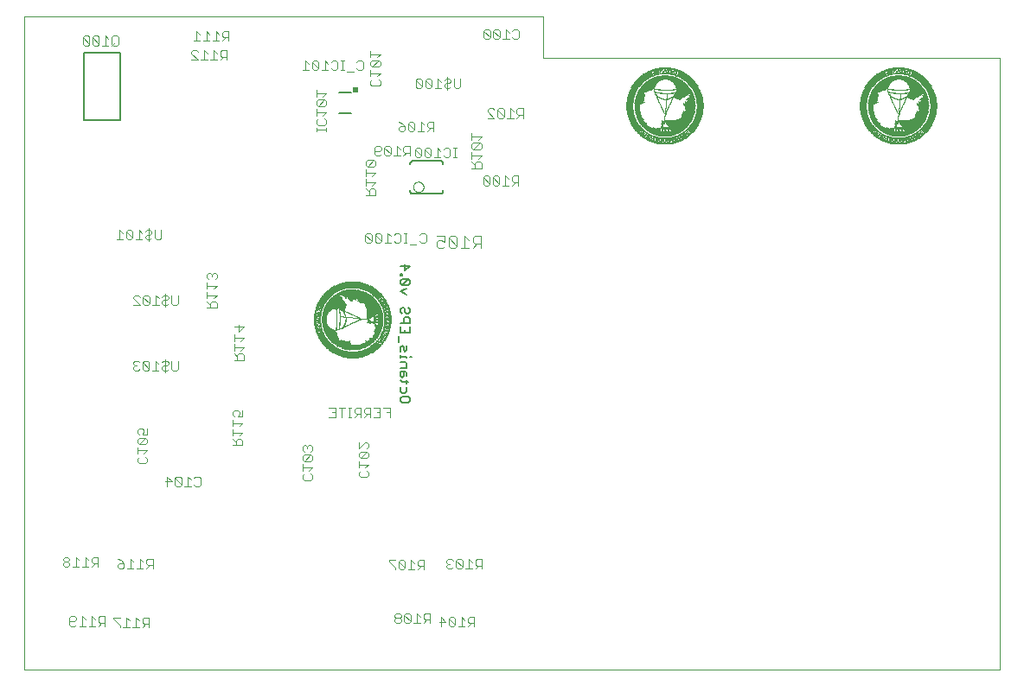
<source format=gbo>
G75*
%MOIN*%
%OFA0B0*%
%FSLAX25Y25*%
%IPPOS*%
%LPD*%
%AMOC8*
5,1,8,0,0,1.08239X$1,22.5*
%
%ADD10C,0.00000*%
%ADD11R,0.00100X0.03400*%
%ADD12R,0.00100X0.04800*%
%ADD13R,0.00100X0.05900*%
%ADD14R,0.00100X0.06800*%
%ADD15R,0.00100X0.07600*%
%ADD16R,0.00100X0.00100*%
%ADD17R,0.00100X0.00900*%
%ADD18R,0.00100X0.03200*%
%ADD19R,0.00100X0.03000*%
%ADD20R,0.00100X0.00400*%
%ADD21R,0.00100X0.00700*%
%ADD22R,0.00100X0.00500*%
%ADD23R,0.00100X0.02700*%
%ADD24R,0.00100X0.02300*%
%ADD25R,0.00100X0.00200*%
%ADD26R,0.00100X0.00600*%
%ADD27R,0.00100X0.02400*%
%ADD28R,0.00100X0.02200*%
%ADD29R,0.00100X0.02600*%
%ADD30R,0.00100X0.00300*%
%ADD31R,0.00100X0.01900*%
%ADD32R,0.00100X0.01800*%
%ADD33R,0.00100X0.00800*%
%ADD34R,0.00100X0.02000*%
%ADD35R,0.00100X0.01500*%
%ADD36R,0.00100X0.01600*%
%ADD37R,0.00100X0.01400*%
%ADD38R,0.00100X0.01100*%
%ADD39R,0.00100X0.01700*%
%ADD40R,0.00100X0.01300*%
%ADD41R,0.00100X0.01200*%
%ADD42R,0.00100X0.03700*%
%ADD43R,0.00100X0.05500*%
%ADD44R,0.00100X0.01000*%
%ADD45R,0.00100X0.08000*%
%ADD46R,0.00100X0.02100*%
%ADD47R,0.00100X0.02900*%
%ADD48R,0.00100X0.04200*%
%ADD49R,0.00100X0.05200*%
%ADD50R,0.00100X0.06000*%
%ADD51R,0.00100X0.06700*%
%ADD52R,0.00100X0.07400*%
%ADD53R,0.00100X0.08500*%
%ADD54R,0.00100X0.09000*%
%ADD55R,0.00100X0.09500*%
%ADD56R,0.00100X0.09900*%
%ADD57R,0.00100X0.10300*%
%ADD58R,0.00100X0.10700*%
%ADD59R,0.00100X0.11100*%
%ADD60R,0.00100X0.11500*%
%ADD61R,0.00100X0.11800*%
%ADD62R,0.00100X0.12200*%
%ADD63R,0.00100X0.12500*%
%ADD64R,0.00100X0.04100*%
%ADD65R,0.00100X0.08600*%
%ADD66R,0.00100X0.04500*%
%ADD67R,0.00100X0.04400*%
%ADD68R,0.00100X0.04600*%
%ADD69R,0.00100X0.04900*%
%ADD70R,0.00100X0.05100*%
%ADD71R,0.00100X0.05000*%
%ADD72R,0.00100X0.03500*%
%ADD73R,0.00100X0.05400*%
%ADD74R,0.00100X0.05600*%
%ADD75R,0.00100X0.05800*%
%ADD76R,0.00100X0.02800*%
%ADD77R,0.00100X0.06100*%
%ADD78R,0.00100X0.03300*%
%ADD79R,0.00100X0.06300*%
%ADD80R,0.00100X0.06400*%
%ADD81R,0.00100X0.06600*%
%ADD82R,0.00100X0.06900*%
%ADD83R,0.00100X0.07100*%
%ADD84R,0.00100X0.03100*%
%ADD85R,0.00100X0.07200*%
%ADD86R,0.00100X0.02500*%
%ADD87R,0.00100X0.07700*%
%ADD88R,0.00100X0.07900*%
%ADD89R,0.00100X0.08100*%
%ADD90R,0.00100X0.08200*%
%ADD91R,0.00100X0.08300*%
%ADD92R,0.00100X0.08400*%
%ADD93R,0.00100X0.08800*%
%ADD94R,0.00100X0.09200*%
%ADD95R,0.00100X0.09300*%
%ADD96R,0.00100X0.09400*%
%ADD97R,0.00100X0.09600*%
%ADD98R,0.00100X0.11300*%
%ADD99R,0.00100X0.11400*%
%ADD100R,0.00100X0.10500*%
%ADD101R,0.00100X0.10100*%
%ADD102R,0.00100X0.10200*%
%ADD103R,0.00100X0.06500*%
%ADD104R,0.00100X0.06200*%
%ADD105R,0.00100X0.04700*%
%ADD106R,0.00100X0.03900*%
%ADD107R,0.00100X0.03600*%
%ADD108R,0.00100X0.04000*%
%ADD109R,0.00100X0.04300*%
%ADD110R,0.00100X0.05300*%
%ADD111R,0.00100X0.07000*%
%ADD112R,0.00100X0.05700*%
%ADD113R,0.00100X0.03800*%
%ADD114C,0.00500*%
%ADD115R,0.03400X0.00100*%
%ADD116R,0.04800X0.00100*%
%ADD117R,0.05900X0.00100*%
%ADD118R,0.06800X0.00100*%
%ADD119R,0.07600X0.00100*%
%ADD120R,0.00900X0.00100*%
%ADD121R,0.03200X0.00100*%
%ADD122R,0.03000X0.00100*%
%ADD123R,0.00400X0.00100*%
%ADD124R,0.00700X0.00100*%
%ADD125R,0.00500X0.00100*%
%ADD126R,0.02700X0.00100*%
%ADD127R,0.02300X0.00100*%
%ADD128R,0.00200X0.00100*%
%ADD129R,0.00600X0.00100*%
%ADD130R,0.02400X0.00100*%
%ADD131R,0.02200X0.00100*%
%ADD132R,0.02600X0.00100*%
%ADD133R,0.00300X0.00100*%
%ADD134R,0.01900X0.00100*%
%ADD135R,0.01800X0.00100*%
%ADD136R,0.00800X0.00100*%
%ADD137R,0.02000X0.00100*%
%ADD138R,0.01500X0.00100*%
%ADD139R,0.01600X0.00100*%
%ADD140R,0.01400X0.00100*%
%ADD141R,0.01100X0.00100*%
%ADD142R,0.01700X0.00100*%
%ADD143R,0.01300X0.00100*%
%ADD144R,0.01200X0.00100*%
%ADD145R,0.03700X0.00100*%
%ADD146R,0.05500X0.00100*%
%ADD147R,0.01000X0.00100*%
%ADD148R,0.08000X0.00100*%
%ADD149R,0.02100X0.00100*%
%ADD150R,0.02900X0.00100*%
%ADD151R,0.04200X0.00100*%
%ADD152R,0.05200X0.00100*%
%ADD153R,0.06000X0.00100*%
%ADD154R,0.06700X0.00100*%
%ADD155R,0.07400X0.00100*%
%ADD156R,0.08500X0.00100*%
%ADD157R,0.09000X0.00100*%
%ADD158R,0.09500X0.00100*%
%ADD159R,0.09900X0.00100*%
%ADD160R,0.10300X0.00100*%
%ADD161R,0.10700X0.00100*%
%ADD162R,0.11100X0.00100*%
%ADD163R,0.11500X0.00100*%
%ADD164R,0.11800X0.00100*%
%ADD165R,0.12200X0.00100*%
%ADD166R,0.12500X0.00100*%
%ADD167R,0.04100X0.00100*%
%ADD168R,0.08600X0.00100*%
%ADD169R,0.04500X0.00100*%
%ADD170R,0.04400X0.00100*%
%ADD171R,0.04600X0.00100*%
%ADD172R,0.04900X0.00100*%
%ADD173R,0.05100X0.00100*%
%ADD174R,0.05000X0.00100*%
%ADD175R,0.03500X0.00100*%
%ADD176R,0.05400X0.00100*%
%ADD177R,0.05600X0.00100*%
%ADD178R,0.05800X0.00100*%
%ADD179R,0.02800X0.00100*%
%ADD180R,0.06100X0.00100*%
%ADD181R,0.03300X0.00100*%
%ADD182R,0.06300X0.00100*%
%ADD183R,0.06400X0.00100*%
%ADD184R,0.06600X0.00100*%
%ADD185R,0.06900X0.00100*%
%ADD186R,0.07100X0.00100*%
%ADD187R,0.03100X0.00100*%
%ADD188R,0.07200X0.00100*%
%ADD189R,0.02500X0.00100*%
%ADD190R,0.07700X0.00100*%
%ADD191R,0.07900X0.00100*%
%ADD192R,0.08100X0.00100*%
%ADD193R,0.08200X0.00100*%
%ADD194R,0.08300X0.00100*%
%ADD195R,0.08400X0.00100*%
%ADD196R,0.08800X0.00100*%
%ADD197R,0.09200X0.00100*%
%ADD198R,0.09300X0.00100*%
%ADD199R,0.09400X0.00100*%
%ADD200R,0.09600X0.00100*%
%ADD201R,0.11300X0.00100*%
%ADD202R,0.11400X0.00100*%
%ADD203R,0.10500X0.00100*%
%ADD204R,0.10100X0.00100*%
%ADD205R,0.10200X0.00100*%
%ADD206R,0.06500X0.00100*%
%ADD207R,0.06200X0.00100*%
%ADD208R,0.04700X0.00100*%
%ADD209R,0.03900X0.00100*%
%ADD210R,0.03600X0.00100*%
%ADD211R,0.04000X0.00100*%
%ADD212R,0.04300X0.00100*%
%ADD213R,0.05300X0.00100*%
%ADD214R,0.07000X0.00100*%
%ADD215R,0.05700X0.00100*%
%ADD216R,0.03800X0.00100*%
%ADD217C,0.00300*%
%ADD218C,0.00600*%
%ADD219C,0.00200*%
%ADD220C,0.00400*%
%ADD221C,0.00800*%
%ADD222R,0.02000X0.02000*%
D10*
X0010759Y0006300D02*
X0205484Y0006300D01*
X0296224Y0006300D01*
X0386759Y0006300D01*
X0386759Y0242300D01*
X0210759Y0242300D01*
X0210759Y0258300D01*
X0010759Y0258300D01*
X0010759Y0006300D01*
X0205484Y0006300D02*
X0205720Y0006300D01*
X0296224Y0006300D02*
X0296350Y0006300D01*
D11*
X0146720Y0131350D03*
X0146620Y0131250D03*
X0146520Y0131150D03*
X0146420Y0131050D03*
X0136320Y0131250D03*
X0135920Y0131350D03*
X0135820Y0131350D03*
X0135420Y0131350D03*
X0128520Y0131050D03*
X0128420Y0131150D03*
X0128320Y0131250D03*
X0128220Y0131350D03*
X0128320Y0151150D03*
X0128420Y0151250D03*
X0128520Y0151350D03*
X0128620Y0151450D03*
X0128720Y0151550D03*
X0146220Y0151550D03*
X0146320Y0151450D03*
X0146420Y0151350D03*
X0146520Y0151250D03*
X0151720Y0143650D03*
X0152220Y0141250D03*
D12*
X0152120Y0141250D03*
X0142020Y0149650D03*
X0141920Y0149650D03*
X0141020Y0150050D03*
X0140920Y0150050D03*
X0140820Y0150050D03*
X0140620Y0150150D03*
X0140520Y0150150D03*
X0133820Y0146550D03*
X0133520Y0146950D03*
X0129820Y0147750D03*
X0129720Y0147650D03*
X0126020Y0148250D03*
X0122820Y0141250D03*
X0127620Y0137250D03*
X0127720Y0137050D03*
X0128720Y0135750D03*
X0128820Y0135650D03*
X0128920Y0135550D03*
D13*
X0122920Y0141200D03*
X0131620Y0148400D03*
X0146320Y0146000D03*
X0149920Y0141300D03*
X0152020Y0141200D03*
D14*
X0151920Y0141250D03*
X0123020Y0141250D03*
D15*
X0123120Y0141250D03*
X0145320Y0146150D03*
X0151820Y0141250D03*
D16*
X0151720Y0141600D03*
X0150320Y0142700D03*
X0150220Y0142700D03*
X0150920Y0143500D03*
X0150620Y0143900D03*
X0150520Y0143900D03*
X0150420Y0143800D03*
X0150320Y0143800D03*
X0150220Y0143800D03*
X0150120Y0144500D03*
X0150620Y0145100D03*
X0150620Y0146300D03*
X0150520Y0146300D03*
X0149920Y0146700D03*
X0149620Y0146700D03*
X0148920Y0148100D03*
X0149020Y0148500D03*
X0148520Y0148200D03*
X0147920Y0149100D03*
X0147620Y0149400D03*
X0147720Y0149500D03*
X0147220Y0150000D03*
X0143020Y0144800D03*
X0142920Y0142900D03*
X0145720Y0142400D03*
X0145720Y0140300D03*
X0145920Y0138900D03*
X0146020Y0137300D03*
X0145820Y0136800D03*
X0145920Y0136300D03*
X0148720Y0135000D03*
X0148820Y0134900D03*
X0148720Y0134500D03*
X0149820Y0136200D03*
X0150620Y0139200D03*
X0150720Y0139200D03*
X0148420Y0132300D03*
X0147620Y0132200D03*
X0147320Y0132300D03*
X0147620Y0131700D03*
X0142520Y0133000D03*
X0138420Y0141700D03*
X0139520Y0148400D03*
X0139720Y0148400D03*
X0136620Y0148500D03*
X0136520Y0148500D03*
X0135820Y0149200D03*
X0133420Y0150700D03*
X0123820Y0141800D03*
X0123920Y0140500D03*
X0124020Y0140500D03*
X0124020Y0140000D03*
X0124120Y0140000D03*
X0124220Y0140000D03*
X0248159Y0213439D03*
X0248659Y0213439D03*
X0248759Y0213739D03*
X0248759Y0212639D03*
X0250959Y0212339D03*
X0251359Y0212239D03*
X0251459Y0212339D03*
X0252659Y0211239D03*
X0255659Y0210439D03*
X0255659Y0210339D03*
X0258059Y0209339D03*
X0259159Y0210739D03*
X0259159Y0210839D03*
X0259959Y0210139D03*
X0260359Y0210439D03*
X0260359Y0210539D03*
X0260259Y0210639D03*
X0260259Y0210739D03*
X0260259Y0210839D03*
X0260959Y0210939D03*
X0261559Y0210439D03*
X0262759Y0210439D03*
X0262759Y0210539D03*
X0263159Y0211139D03*
X0263159Y0211439D03*
X0264559Y0212139D03*
X0264959Y0212039D03*
X0264659Y0212539D03*
X0265559Y0213139D03*
X0265859Y0213439D03*
X0265959Y0213339D03*
X0266459Y0213839D03*
X0261259Y0218039D03*
X0259359Y0218139D03*
X0258859Y0215339D03*
X0256759Y0215339D03*
X0255359Y0215139D03*
X0253759Y0215039D03*
X0253259Y0215239D03*
X0252759Y0215139D03*
X0249459Y0218539D03*
X0258159Y0222639D03*
X0264859Y0221539D03*
X0264859Y0221339D03*
X0264959Y0224439D03*
X0264959Y0224539D03*
X0265659Y0225239D03*
X0267159Y0227639D03*
X0256959Y0237039D03*
X0256959Y0237139D03*
X0256459Y0237039D03*
X0256459Y0236939D03*
X0256459Y0236839D03*
X0258259Y0237239D03*
X0338159Y0213439D03*
X0338659Y0213439D03*
X0338759Y0213739D03*
X0338759Y0212639D03*
X0340959Y0212339D03*
X0341359Y0212239D03*
X0341459Y0212339D03*
X0342659Y0211239D03*
X0345659Y0210439D03*
X0345659Y0210339D03*
X0348059Y0209339D03*
X0349159Y0210739D03*
X0349159Y0210839D03*
X0349959Y0210139D03*
X0350359Y0210439D03*
X0350359Y0210539D03*
X0350259Y0210639D03*
X0350259Y0210739D03*
X0350259Y0210839D03*
X0350959Y0210939D03*
X0351559Y0210439D03*
X0352759Y0210439D03*
X0352759Y0210539D03*
X0353159Y0211139D03*
X0353159Y0211439D03*
X0354559Y0212139D03*
X0354959Y0212039D03*
X0354659Y0212539D03*
X0355559Y0213139D03*
X0355859Y0213439D03*
X0355959Y0213339D03*
X0356459Y0213839D03*
X0351259Y0218039D03*
X0349359Y0218139D03*
X0348859Y0215339D03*
X0346759Y0215339D03*
X0345359Y0215139D03*
X0343759Y0215039D03*
X0343259Y0215239D03*
X0342759Y0215139D03*
X0339459Y0218539D03*
X0348159Y0222639D03*
X0354859Y0221539D03*
X0354859Y0221339D03*
X0354959Y0224439D03*
X0354959Y0224539D03*
X0355659Y0225239D03*
X0357159Y0227639D03*
X0346959Y0237039D03*
X0346959Y0237139D03*
X0346459Y0237039D03*
X0346459Y0236939D03*
X0346459Y0236839D03*
X0348259Y0237239D03*
D17*
X0151720Y0140900D03*
X0150920Y0140100D03*
X0150820Y0140100D03*
X0150620Y0143100D03*
X0151220Y0143200D03*
X0151020Y0144300D03*
X0150920Y0144300D03*
X0150820Y0144300D03*
X0151120Y0144400D03*
X0151220Y0144400D03*
X0149720Y0147700D03*
X0148220Y0147700D03*
X0147920Y0148200D03*
X0149020Y0150100D03*
X0148920Y0150200D03*
X0148820Y0150300D03*
X0148720Y0150500D03*
X0147820Y0151400D03*
X0144620Y0140300D03*
X0150020Y0137000D03*
X0149920Y0135200D03*
X0149020Y0134700D03*
X0148420Y0135100D03*
X0148320Y0134900D03*
X0148220Y0134700D03*
X0148120Y0134600D03*
X0148020Y0134400D03*
X0147220Y0133200D03*
X0148520Y0131800D03*
X0148320Y0131500D03*
X0147520Y0130800D03*
X0149020Y0132400D03*
X0149120Y0132500D03*
X0124520Y0137400D03*
X0124620Y0138600D03*
X0123320Y0141200D03*
X0123820Y0143600D03*
D18*
X0125120Y0147850D03*
X0129120Y0151850D03*
X0129220Y0151950D03*
X0129320Y0152050D03*
X0134920Y0151050D03*
X0135920Y0151250D03*
X0134220Y0146550D03*
X0145620Y0152050D03*
X0145720Y0151950D03*
X0145820Y0151850D03*
X0149720Y0138150D03*
X0151720Y0138650D03*
X0146020Y0130750D03*
X0145920Y0130650D03*
X0145820Y0130550D03*
X0145720Y0130450D03*
X0145520Y0130350D03*
X0136420Y0131150D03*
X0135120Y0131350D03*
X0135020Y0131350D03*
X0134920Y0131350D03*
X0134520Y0131450D03*
X0134220Y0131550D03*
X0134120Y0131550D03*
X0133820Y0131650D03*
X0133620Y0131750D03*
X0133520Y0131750D03*
X0129420Y0130350D03*
X0129220Y0130450D03*
X0129120Y0130550D03*
X0129020Y0130650D03*
X0128920Y0130750D03*
D19*
X0129820Y0130050D03*
X0129920Y0129950D03*
X0130120Y0129850D03*
X0130220Y0129750D03*
X0130420Y0129650D03*
X0132020Y0132350D03*
X0133020Y0131850D03*
X0133120Y0131850D03*
X0136520Y0131050D03*
X0144520Y0129650D03*
X0144720Y0129750D03*
X0144820Y0129850D03*
X0145020Y0129950D03*
X0145120Y0130050D03*
X0151520Y0137950D03*
X0151620Y0144250D03*
X0145220Y0152350D03*
X0145020Y0152450D03*
X0144920Y0152550D03*
X0144820Y0152650D03*
X0144720Y0152650D03*
X0144620Y0152750D03*
X0144420Y0152850D03*
X0135220Y0151250D03*
X0130520Y0152850D03*
X0130320Y0152750D03*
X0130220Y0152650D03*
X0130120Y0152650D03*
X0130020Y0152550D03*
X0129920Y0152450D03*
X0125220Y0138350D03*
X0123620Y0137350D03*
D20*
X0123720Y0138650D03*
X0123820Y0138750D03*
X0123520Y0139350D03*
X0123720Y0139450D03*
X0123820Y0139450D03*
X0123920Y0139450D03*
X0124020Y0139450D03*
X0124120Y0139450D03*
X0124620Y0140350D03*
X0124220Y0141050D03*
X0124120Y0141050D03*
X0123520Y0142250D03*
X0124320Y0142550D03*
X0124420Y0142550D03*
X0124520Y0142550D03*
X0124920Y0144750D03*
X0124120Y0145050D03*
X0134120Y0143950D03*
X0134220Y0143850D03*
X0134320Y0143650D03*
X0134920Y0147050D03*
X0134620Y0149950D03*
X0140320Y0141550D03*
X0144920Y0140350D03*
X0145020Y0140350D03*
X0145320Y0140150D03*
X0145520Y0140050D03*
X0145620Y0139950D03*
X0145920Y0139750D03*
X0146020Y0139650D03*
X0150320Y0138750D03*
X0150520Y0138650D03*
X0150620Y0138650D03*
X0150820Y0138550D03*
X0150920Y0137850D03*
X0149520Y0135850D03*
X0148820Y0134550D03*
X0148420Y0133850D03*
X0148120Y0133350D03*
X0148020Y0133350D03*
X0148520Y0133050D03*
X0148220Y0132550D03*
X0147820Y0132650D03*
X0147720Y0132750D03*
X0139820Y0131450D03*
X0133420Y0137950D03*
X0133320Y0137950D03*
X0133220Y0137850D03*
X0133520Y0138050D03*
X0134120Y0138850D03*
X0134220Y0138950D03*
X0134320Y0139150D03*
X0150520Y0141450D03*
X0150620Y0141450D03*
X0150720Y0141450D03*
X0150920Y0141550D03*
X0151120Y0141650D03*
X0151220Y0141650D03*
X0151420Y0142250D03*
X0151520Y0142250D03*
X0151620Y0142250D03*
X0150720Y0142150D03*
X0150620Y0142150D03*
X0150420Y0144450D03*
X0150320Y0145150D03*
X0150120Y0146150D03*
X0149620Y0146150D03*
X0148820Y0148150D03*
X0148720Y0148150D03*
X0148420Y0148750D03*
X0148920Y0149050D03*
X0148520Y0149450D03*
X0147520Y0149950D03*
X0149320Y0148550D03*
X0149420Y0148550D03*
D21*
X0148820Y0149100D03*
X0148220Y0148800D03*
X0147020Y0149400D03*
X0146920Y0149500D03*
X0146820Y0149600D03*
X0150220Y0147000D03*
X0150420Y0146000D03*
X0150120Y0145200D03*
X0150320Y0141500D03*
X0151620Y0140900D03*
X0151420Y0139100D03*
X0150920Y0136900D03*
X0150820Y0136900D03*
X0150720Y0136900D03*
X0150620Y0136900D03*
X0150520Y0136900D03*
X0150420Y0136900D03*
X0150320Y0136900D03*
X0150520Y0135900D03*
X0149120Y0133500D03*
X0147020Y0133100D03*
X0146920Y0133000D03*
X0147620Y0130800D03*
X0146020Y0136700D03*
X0146520Y0140300D03*
X0146520Y0142400D03*
X0146620Y0142500D03*
X0143420Y0140300D03*
X0140420Y0141400D03*
X0134720Y0140100D03*
X0133820Y0138300D03*
X0131020Y0137400D03*
X0134720Y0142700D03*
X0125020Y0145600D03*
X0124920Y0145600D03*
X0124620Y0145700D03*
X0124520Y0145700D03*
X0124020Y0145100D03*
X0124020Y0142500D03*
X0123920Y0142500D03*
X0123820Y0142500D03*
X0124620Y0141700D03*
X0123520Y0141200D03*
X0124520Y0138700D03*
D22*
X0124320Y0138800D03*
X0124820Y0138300D03*
X0124020Y0138100D03*
X0123420Y0140100D03*
X0123920Y0141100D03*
X0124020Y0141100D03*
X0124720Y0140400D03*
X0123420Y0142200D03*
X0124720Y0143300D03*
X0124820Y0143300D03*
X0125020Y0144700D03*
X0125120Y0145600D03*
X0124420Y0145700D03*
X0134420Y0143500D03*
X0134520Y0143300D03*
X0135020Y0141400D03*
X0134520Y0139500D03*
X0134420Y0139300D03*
X0133720Y0138200D03*
X0133620Y0138100D03*
X0132220Y0137500D03*
X0140020Y0141700D03*
X0140120Y0141600D03*
X0140220Y0141600D03*
X0140620Y0141400D03*
X0140720Y0141400D03*
X0143320Y0140200D03*
X0146020Y0139000D03*
X0147020Y0140200D03*
X0147020Y0141400D03*
X0147020Y0142500D03*
X0150420Y0143200D03*
X0151320Y0143000D03*
X0151020Y0141600D03*
X0151520Y0140000D03*
X0151620Y0140000D03*
X0151220Y0139100D03*
X0150420Y0138700D03*
X0150220Y0138800D03*
X0150220Y0138000D03*
X0150820Y0137800D03*
X0149320Y0136000D03*
X0149420Y0135900D03*
X0149620Y0135700D03*
X0149520Y0134200D03*
X0149620Y0134100D03*
X0148620Y0132900D03*
X0148120Y0132600D03*
X0147620Y0132800D03*
X0150320Y0144400D03*
X0150220Y0145200D03*
X0149920Y0145500D03*
X0150220Y0146100D03*
X0150620Y0145800D03*
X0149520Y0146100D03*
X0147420Y0150000D03*
X0134720Y0149900D03*
D23*
X0133220Y0154100D03*
X0133520Y0154200D03*
X0132920Y0154000D03*
X0132720Y0153900D03*
X0132620Y0153900D03*
X0132420Y0153800D03*
X0132320Y0153800D03*
X0132220Y0153700D03*
X0132120Y0153700D03*
X0131920Y0153600D03*
X0131720Y0153500D03*
X0141420Y0154200D03*
X0141720Y0154100D03*
X0142020Y0154000D03*
X0142220Y0153900D03*
X0142320Y0153900D03*
X0142520Y0153800D03*
X0142620Y0153800D03*
X0142720Y0153700D03*
X0142820Y0153700D03*
X0143020Y0153600D03*
X0143220Y0153500D03*
X0150220Y0140800D03*
X0151620Y0138100D03*
X0145720Y0134200D03*
X0145620Y0134100D03*
X0146920Y0131100D03*
X0143120Y0128900D03*
X0142920Y0128800D03*
X0142720Y0128700D03*
X0142620Y0128700D03*
X0142520Y0128600D03*
X0142420Y0128600D03*
X0142220Y0128500D03*
X0142120Y0128500D03*
X0141920Y0128400D03*
X0141620Y0128300D03*
X0133320Y0128300D03*
X0133120Y0128400D03*
X0133020Y0128400D03*
X0132820Y0128500D03*
X0132720Y0128500D03*
X0132620Y0128600D03*
X0132520Y0128600D03*
X0132420Y0128600D03*
X0132320Y0128700D03*
X0132220Y0128700D03*
X0132020Y0128800D03*
X0131820Y0128900D03*
X0132420Y0132000D03*
X0124720Y0135000D03*
X0124020Y0136300D03*
X0123520Y0137500D03*
X0124820Y0141400D03*
X0123420Y0144700D03*
X0131320Y0139900D03*
D24*
X0123820Y0136500D03*
X0124520Y0135100D03*
X0123720Y0145700D03*
X0124620Y0147500D03*
X0134320Y0151400D03*
X0134720Y0151500D03*
X0147020Y0151400D03*
X0151520Y0144900D03*
X0144820Y0133200D03*
X0144720Y0133100D03*
X0143420Y0132300D03*
X0143020Y0132000D03*
X0142920Y0132000D03*
X0141420Y0131300D03*
X0141320Y0131300D03*
X0141220Y0131300D03*
X0138820Y0130700D03*
X0138720Y0130700D03*
X0138620Y0130700D03*
D25*
X0139620Y0131450D03*
X0139720Y0131450D03*
X0147520Y0132150D03*
X0147920Y0133250D03*
X0148220Y0133350D03*
X0148320Y0133850D03*
X0150220Y0135350D03*
X0150320Y0135250D03*
X0150020Y0136150D03*
X0149920Y0136150D03*
X0150120Y0137950D03*
X0151120Y0138450D03*
X0151220Y0138350D03*
X0151320Y0138350D03*
X0150820Y0139150D03*
X0150820Y0140950D03*
X0150920Y0140950D03*
X0151020Y0140950D03*
X0151320Y0141650D03*
X0151420Y0141650D03*
X0151520Y0141650D03*
X0151120Y0142350D03*
X0150920Y0142850D03*
X0150820Y0142850D03*
X0150420Y0142750D03*
X0151420Y0142850D03*
X0151520Y0142850D03*
X0150720Y0143950D03*
X0150520Y0144350D03*
X0150120Y0143850D03*
X0149920Y0144950D03*
X0149820Y0144950D03*
X0150720Y0145150D03*
X0150820Y0145150D03*
X0150720Y0146350D03*
X0149720Y0146750D03*
X0148620Y0148150D03*
X0148420Y0149450D03*
X0147920Y0149650D03*
X0147820Y0149550D03*
X0147520Y0149350D03*
X0147620Y0149950D03*
X0147720Y0150450D03*
X0142920Y0143350D03*
X0142920Y0141350D03*
X0143020Y0141350D03*
X0143120Y0141350D03*
X0142820Y0141350D03*
X0142720Y0141350D03*
X0142620Y0141350D03*
X0142520Y0141350D03*
X0142420Y0141350D03*
X0142320Y0141350D03*
X0142220Y0141350D03*
X0142120Y0141350D03*
X0142020Y0141350D03*
X0141920Y0141350D03*
X0141820Y0141350D03*
X0141720Y0141350D03*
X0141620Y0141350D03*
X0141520Y0141350D03*
X0141420Y0141350D03*
X0141320Y0141450D03*
X0141220Y0141450D03*
X0141120Y0141450D03*
X0141020Y0141450D03*
X0140320Y0141150D03*
X0140220Y0141050D03*
X0140120Y0141050D03*
X0140020Y0140950D03*
X0139920Y0140950D03*
X0139720Y0140850D03*
X0139520Y0140750D03*
X0139320Y0140650D03*
X0139120Y0140550D03*
X0139020Y0140550D03*
X0138920Y0140450D03*
X0138820Y0140450D03*
X0138720Y0140350D03*
X0138620Y0140350D03*
X0138520Y0140250D03*
X0138420Y0140250D03*
X0138220Y0140150D03*
X0138020Y0140050D03*
X0137820Y0139950D03*
X0137620Y0139850D03*
X0137520Y0139850D03*
X0137420Y0139750D03*
X0137320Y0139750D03*
X0137220Y0139650D03*
X0137120Y0139650D03*
X0137020Y0139550D03*
X0136920Y0139550D03*
X0136720Y0139450D03*
X0136520Y0139350D03*
X0136320Y0139250D03*
X0136120Y0139150D03*
X0136020Y0139150D03*
X0135920Y0139050D03*
X0135820Y0139050D03*
X0135720Y0138950D03*
X0135620Y0138950D03*
X0135520Y0138850D03*
X0135420Y0138850D03*
X0135220Y0138750D03*
X0135020Y0138650D03*
X0134820Y0138550D03*
X0134620Y0138450D03*
X0134520Y0138450D03*
X0134420Y0138350D03*
X0134320Y0138350D03*
X0134220Y0138250D03*
X0134120Y0138250D03*
X0134020Y0138150D03*
X0133920Y0138150D03*
X0133020Y0137750D03*
X0132820Y0137650D03*
X0132620Y0137550D03*
X0132520Y0137450D03*
X0132120Y0137350D03*
X0132020Y0137350D03*
X0131920Y0137250D03*
X0131820Y0137250D03*
X0131720Y0137250D03*
X0131620Y0137250D03*
X0131520Y0137250D03*
X0131420Y0137150D03*
X0131320Y0137150D03*
X0131220Y0137150D03*
X0130920Y0137150D03*
X0130820Y0137150D03*
X0130720Y0137150D03*
X0130620Y0137150D03*
X0130820Y0136750D03*
X0131520Y0136150D03*
X0132020Y0134150D03*
X0124820Y0138950D03*
X0123920Y0140050D03*
X0123820Y0140050D03*
X0124120Y0140450D03*
X0124220Y0140450D03*
X0124320Y0140450D03*
X0124620Y0140950D03*
X0124720Y0140950D03*
X0124020Y0141750D03*
X0123920Y0141750D03*
X0123720Y0143250D03*
X0123620Y0143750D03*
X0124620Y0144850D03*
X0132820Y0142350D03*
X0132920Y0142350D03*
X0133020Y0142350D03*
X0133120Y0142350D03*
X0133220Y0142350D03*
X0133320Y0142250D03*
X0133420Y0142250D03*
X0133520Y0142250D03*
X0133620Y0142250D03*
X0133720Y0142250D03*
X0133820Y0142250D03*
X0133920Y0142250D03*
X0134020Y0142250D03*
X0134120Y0142150D03*
X0134220Y0142150D03*
X0134320Y0142150D03*
X0134420Y0142150D03*
X0134520Y0142150D03*
X0134620Y0142150D03*
X0134720Y0142150D03*
X0135120Y0142050D03*
X0135220Y0142050D03*
X0135320Y0142050D03*
X0135420Y0142050D03*
X0135520Y0142050D03*
X0135620Y0142050D03*
X0135720Y0142050D03*
X0135820Y0142050D03*
X0135920Y0141950D03*
X0136020Y0141950D03*
X0136120Y0141950D03*
X0136220Y0141950D03*
X0136320Y0141950D03*
X0136420Y0141950D03*
X0136520Y0141950D03*
X0136620Y0141950D03*
X0136720Y0141850D03*
X0136820Y0141850D03*
X0136920Y0141850D03*
X0137020Y0141850D03*
X0137120Y0141850D03*
X0137220Y0141850D03*
X0137320Y0141850D03*
X0137420Y0141850D03*
X0137520Y0141850D03*
X0137620Y0141750D03*
X0137720Y0141750D03*
X0137820Y0141750D03*
X0137920Y0141750D03*
X0138020Y0141750D03*
X0138120Y0141750D03*
X0138220Y0141750D03*
X0138320Y0141750D03*
X0138520Y0141650D03*
X0138620Y0141650D03*
X0138720Y0141650D03*
X0138820Y0141650D03*
X0138920Y0141650D03*
X0139020Y0141650D03*
X0139120Y0141650D03*
X0139220Y0141650D03*
X0139320Y0141550D03*
X0139420Y0141550D03*
X0139520Y0141550D03*
X0139620Y0141550D03*
X0139720Y0141550D03*
X0139820Y0141550D03*
X0139920Y0141550D03*
X0139920Y0141850D03*
X0139820Y0141950D03*
X0139720Y0141950D03*
X0139520Y0142050D03*
X0139320Y0142150D03*
X0139120Y0142250D03*
X0139020Y0142250D03*
X0138920Y0142350D03*
X0138820Y0142350D03*
X0138720Y0142450D03*
X0138620Y0142450D03*
X0138520Y0142550D03*
X0138420Y0142550D03*
X0138220Y0142650D03*
X0138020Y0142750D03*
X0137820Y0142850D03*
X0137720Y0142850D03*
X0137620Y0142950D03*
X0137520Y0142950D03*
X0137420Y0143050D03*
X0137320Y0143050D03*
X0137220Y0143150D03*
X0137120Y0143150D03*
X0137020Y0143250D03*
X0136920Y0143250D03*
X0136720Y0143350D03*
X0136520Y0143450D03*
X0136320Y0143550D03*
X0136220Y0143550D03*
X0136120Y0143650D03*
X0136020Y0143650D03*
X0135920Y0143750D03*
X0135820Y0143750D03*
X0135620Y0143850D03*
X0135420Y0143950D03*
X0135220Y0144050D03*
X0135020Y0144150D03*
X0134920Y0144150D03*
X0134820Y0144250D03*
X0134720Y0144250D03*
X0134620Y0144350D03*
X0134520Y0144350D03*
X0134420Y0144450D03*
X0134320Y0144450D03*
X0134120Y0144550D03*
X0136720Y0148550D03*
X0135920Y0149150D03*
X0133520Y0150750D03*
X0143120Y0140150D03*
X0145920Y0136850D03*
D26*
X0146920Y0140250D03*
X0146920Y0141350D03*
X0146920Y0142450D03*
X0144820Y0140350D03*
X0140520Y0141450D03*
X0142320Y0146850D03*
X0148120Y0149050D03*
X0148320Y0148750D03*
X0148620Y0149350D03*
X0147920Y0150350D03*
X0150320Y0146050D03*
X0150520Y0145850D03*
X0150420Y0141450D03*
X0151420Y0140950D03*
X0151520Y0140950D03*
X0151420Y0140050D03*
X0151320Y0140050D03*
X0151320Y0139050D03*
X0150120Y0138850D03*
X0150320Y0137950D03*
X0150420Y0137850D03*
X0150520Y0137850D03*
X0150620Y0137850D03*
X0150720Y0137850D03*
X0150420Y0135950D03*
X0150020Y0135350D03*
X0149420Y0134250D03*
X0148920Y0134550D03*
X0148620Y0133850D03*
X0148520Y0133850D03*
X0148720Y0133750D03*
X0148820Y0133650D03*
X0148920Y0133650D03*
X0149020Y0133550D03*
X0134620Y0139750D03*
X0134620Y0143050D03*
X0124720Y0144050D03*
X0124220Y0142550D03*
X0124120Y0142550D03*
X0123620Y0142350D03*
X0123320Y0142250D03*
X0123620Y0141150D03*
X0123720Y0141150D03*
X0123820Y0141150D03*
X0124420Y0141750D03*
X0124520Y0141750D03*
X0124420Y0138750D03*
D27*
X0125220Y0143850D03*
X0123820Y0145850D03*
X0134420Y0151350D03*
X0146920Y0151450D03*
X0151420Y0145150D03*
X0149720Y0143850D03*
X0146320Y0141350D03*
X0146220Y0141350D03*
X0146120Y0141350D03*
X0146020Y0141350D03*
X0145920Y0141350D03*
X0145820Y0141350D03*
X0144320Y0132850D03*
X0142820Y0131950D03*
X0142720Y0131950D03*
X0147020Y0131050D03*
D28*
X0144920Y0133250D03*
X0145020Y0133350D03*
X0144420Y0132850D03*
X0143920Y0132550D03*
X0143520Y0132250D03*
X0143220Y0132050D03*
X0143120Y0132050D03*
X0142520Y0131750D03*
X0142420Y0131650D03*
X0141120Y0131150D03*
X0140820Y0131050D03*
X0138920Y0130650D03*
X0138520Y0130650D03*
X0138420Y0130650D03*
X0138320Y0130650D03*
X0138220Y0130650D03*
X0138120Y0130650D03*
X0137420Y0130650D03*
X0137320Y0130650D03*
X0137220Y0130650D03*
X0137120Y0130650D03*
X0137020Y0130650D03*
X0125320Y0138050D03*
X0123720Y0136750D03*
X0134620Y0151450D03*
X0151420Y0137250D03*
X0151020Y0136250D03*
D29*
X0149620Y0137850D03*
X0144120Y0132850D03*
X0142320Y0128550D03*
X0142020Y0128450D03*
X0141820Y0128350D03*
X0141720Y0128350D03*
X0141520Y0128250D03*
X0141420Y0128250D03*
X0141320Y0128250D03*
X0141220Y0128150D03*
X0141120Y0128150D03*
X0141020Y0128150D03*
X0140920Y0128150D03*
X0140820Y0128050D03*
X0140720Y0128050D03*
X0140620Y0128050D03*
X0140420Y0127950D03*
X0140320Y0127950D03*
X0140220Y0127950D03*
X0139820Y0127850D03*
X0139720Y0127850D03*
X0139120Y0127750D03*
X0139020Y0127750D03*
X0135920Y0127750D03*
X0135820Y0127750D03*
X0135220Y0127850D03*
X0135120Y0127850D03*
X0134720Y0127950D03*
X0134620Y0127950D03*
X0134520Y0127950D03*
X0134320Y0128050D03*
X0134220Y0128050D03*
X0134120Y0128050D03*
X0134020Y0128150D03*
X0133920Y0128150D03*
X0133820Y0128150D03*
X0133720Y0128150D03*
X0133620Y0128250D03*
X0133520Y0128250D03*
X0133420Y0128250D03*
X0133220Y0128350D03*
X0132920Y0128450D03*
X0124620Y0135050D03*
X0123520Y0144950D03*
X0124820Y0147650D03*
X0132520Y0153850D03*
X0132820Y0153950D03*
X0133020Y0154050D03*
X0133120Y0154050D03*
X0133320Y0154150D03*
X0133420Y0154150D03*
X0133620Y0154250D03*
X0133720Y0154250D03*
X0133820Y0154250D03*
X0133920Y0154350D03*
X0134020Y0154350D03*
X0134120Y0154350D03*
X0134320Y0154450D03*
X0134420Y0154450D03*
X0134520Y0154450D03*
X0134820Y0154550D03*
X0134920Y0154550D03*
X0135020Y0154550D03*
X0135420Y0154650D03*
X0135520Y0154650D03*
X0136420Y0154750D03*
X0138520Y0154750D03*
X0139420Y0154650D03*
X0139520Y0154650D03*
X0139920Y0154550D03*
X0140020Y0154550D03*
X0140120Y0154550D03*
X0140420Y0154450D03*
X0140520Y0154450D03*
X0140620Y0154450D03*
X0140820Y0154350D03*
X0140920Y0154350D03*
X0141020Y0154350D03*
X0141120Y0154250D03*
X0141220Y0154250D03*
X0141320Y0154250D03*
X0141520Y0154150D03*
X0141620Y0154150D03*
X0141820Y0154050D03*
X0141920Y0154050D03*
X0142120Y0153950D03*
X0142420Y0153850D03*
X0146820Y0151450D03*
X0151320Y0145250D03*
X0134520Y0151250D03*
D30*
X0136020Y0149100D03*
X0134220Y0144500D03*
X0134020Y0144100D03*
X0135120Y0144100D03*
X0135320Y0144000D03*
X0135520Y0143900D03*
X0135720Y0143800D03*
X0136420Y0143500D03*
X0136620Y0143400D03*
X0136820Y0143300D03*
X0137920Y0142800D03*
X0138120Y0142700D03*
X0138320Y0142600D03*
X0139220Y0142200D03*
X0139420Y0142100D03*
X0139620Y0142000D03*
X0139820Y0140900D03*
X0139620Y0140800D03*
X0139420Y0140700D03*
X0139220Y0140600D03*
X0138320Y0140200D03*
X0138120Y0140100D03*
X0137920Y0140000D03*
X0137720Y0139900D03*
X0136820Y0139500D03*
X0136620Y0139400D03*
X0136420Y0139300D03*
X0136220Y0139200D03*
X0135320Y0138800D03*
X0135120Y0138700D03*
X0134920Y0138600D03*
X0134720Y0138500D03*
X0134020Y0138700D03*
X0133920Y0138600D03*
X0133120Y0137800D03*
X0132920Y0137700D03*
X0132720Y0137600D03*
X0132420Y0137500D03*
X0131420Y0136100D03*
X0124920Y0139000D03*
X0124720Y0139500D03*
X0124620Y0139500D03*
X0124520Y0139500D03*
X0124420Y0139500D03*
X0124320Y0139500D03*
X0124220Y0139500D03*
X0124820Y0139600D03*
X0124520Y0140400D03*
X0124420Y0140400D03*
X0124420Y0141000D03*
X0124520Y0141000D03*
X0124320Y0141000D03*
X0123720Y0140100D03*
X0123620Y0140100D03*
X0123520Y0140100D03*
X0123620Y0139400D03*
X0123920Y0138800D03*
X0124020Y0138800D03*
X0124120Y0138800D03*
X0124220Y0138800D03*
X0124620Y0142600D03*
X0124720Y0142600D03*
X0123720Y0143700D03*
X0124420Y0144900D03*
X0124520Y0144900D03*
X0124720Y0144800D03*
X0124820Y0144800D03*
X0124320Y0145000D03*
X0124220Y0145000D03*
X0124320Y0145700D03*
X0125220Y0145600D03*
X0135020Y0142100D03*
X0140820Y0141400D03*
X0140920Y0141400D03*
X0143220Y0140200D03*
X0145120Y0140300D03*
X0145220Y0140200D03*
X0145420Y0140100D03*
X0145720Y0139900D03*
X0145820Y0139800D03*
X0150720Y0138600D03*
X0150920Y0138500D03*
X0151020Y0138500D03*
X0151020Y0137900D03*
X0150320Y0135900D03*
X0150120Y0135400D03*
X0148320Y0132400D03*
X0148020Y0132600D03*
X0147920Y0132600D03*
X0147420Y0132200D03*
X0147720Y0131700D03*
X0150820Y0141500D03*
X0150520Y0142200D03*
X0151220Y0142300D03*
X0151320Y0142300D03*
X0150720Y0142900D03*
X0150220Y0144400D03*
X0150420Y0145100D03*
X0150520Y0145100D03*
X0150920Y0145200D03*
X0151020Y0145300D03*
X0150720Y0145700D03*
X0150020Y0146200D03*
X0149920Y0146200D03*
X0149820Y0146200D03*
X0149720Y0146200D03*
X0149820Y0146800D03*
X0150120Y0147100D03*
X0149820Y0145500D03*
X0149220Y0148500D03*
X0149120Y0148500D03*
X0148620Y0148800D03*
X0148520Y0148700D03*
X0149020Y0149100D03*
X0149120Y0149100D03*
X0148020Y0149100D03*
X0147320Y0150000D03*
X0147820Y0150400D03*
D31*
X0149920Y0148400D03*
X0151120Y0146100D03*
X0151320Y0136800D03*
X0151220Y0136600D03*
X0150620Y0135300D03*
X0145220Y0133400D03*
X0142220Y0131400D03*
X0141920Y0131300D03*
X0141820Y0131300D03*
X0140020Y0130700D03*
X0139920Y0130700D03*
X0139020Y0130600D03*
X0124320Y0135300D03*
X0124320Y0147200D03*
X0133920Y0151500D03*
D32*
X0133820Y0151450D03*
X0125320Y0144250D03*
X0124220Y0147050D03*
X0131220Y0138650D03*
X0132520Y0139350D03*
X0140120Y0130750D03*
X0140220Y0130750D03*
X0140320Y0130750D03*
X0140420Y0130750D03*
X0139520Y0130550D03*
X0139420Y0130550D03*
X0139320Y0130550D03*
X0142020Y0131350D03*
X0142120Y0131350D03*
X0147220Y0130950D03*
X0149620Y0144250D03*
X0151220Y0145950D03*
X0150420Y0147550D03*
X0148920Y0146750D03*
X0148120Y0150650D03*
X0147320Y0151450D03*
X0124220Y0135450D03*
D33*
X0123420Y0141150D03*
X0123720Y0142450D03*
X0124720Y0141750D03*
X0124720Y0145650D03*
X0124820Y0145650D03*
X0134820Y0146950D03*
X0144720Y0140350D03*
X0146620Y0140250D03*
X0146720Y0140250D03*
X0146820Y0140250D03*
X0146820Y0141350D03*
X0146720Y0141350D03*
X0146620Y0141350D03*
X0146520Y0141350D03*
X0146720Y0142450D03*
X0146820Y0142450D03*
X0150520Y0143050D03*
X0151020Y0143150D03*
X0151120Y0143150D03*
X0150020Y0145250D03*
X0149820Y0147750D03*
X0148720Y0149150D03*
X0147820Y0148350D03*
X0147720Y0148450D03*
X0147620Y0148650D03*
X0147520Y0148750D03*
X0147320Y0149050D03*
X0147220Y0149150D03*
X0147120Y0149250D03*
X0148020Y0148050D03*
X0148020Y0151250D03*
X0147920Y0151350D03*
X0151020Y0140050D03*
X0151120Y0140050D03*
X0151220Y0140050D03*
X0150220Y0136950D03*
X0150120Y0136950D03*
X0147920Y0134250D03*
X0147820Y0134150D03*
X0147720Y0133950D03*
X0147620Y0133850D03*
X0147120Y0133150D03*
X0148420Y0131650D03*
X0148620Y0131850D03*
X0147720Y0130850D03*
D34*
X0145120Y0133350D03*
X0143320Y0132050D03*
X0140620Y0130950D03*
X0137920Y0130550D03*
X0137820Y0130550D03*
X0137720Y0130550D03*
X0146220Y0138750D03*
X0151120Y0136350D03*
X0150320Y0147650D03*
X0147220Y0151450D03*
X0134120Y0151450D03*
X0134020Y0151450D03*
X0124420Y0147350D03*
D35*
X0131120Y0137800D03*
X0132420Y0138500D03*
X0143820Y0140500D03*
X0143920Y0140500D03*
X0150920Y0135700D03*
X0150820Y0135500D03*
X0149720Y0133600D03*
X0148720Y0132300D03*
X0147520Y0133300D03*
X0147320Y0130900D03*
X0151020Y0146500D03*
X0150920Y0146800D03*
X0150620Y0147400D03*
X0148320Y0150600D03*
D36*
X0147420Y0151450D03*
X0150020Y0148350D03*
X0150820Y0146950D03*
X0148820Y0146850D03*
X0149520Y0144650D03*
X0143020Y0142750D03*
X0149420Y0137350D03*
X0149220Y0132950D03*
X0124220Y0137350D03*
D37*
X0124420Y0143750D03*
X0124520Y0143750D03*
X0125420Y0144550D03*
X0134720Y0146750D03*
X0144020Y0140450D03*
X0144120Y0140450D03*
X0149320Y0137150D03*
X0149120Y0136450D03*
X0149820Y0133650D03*
X0149320Y0132950D03*
X0147920Y0131350D03*
X0147820Y0131250D03*
X0139820Y0130450D03*
X0139620Y0130450D03*
X0149220Y0145650D03*
X0148720Y0146950D03*
X0150720Y0147250D03*
X0149520Y0149150D03*
X0147520Y0151450D03*
D38*
X0148520Y0150600D03*
X0148020Y0150200D03*
X0149320Y0149600D03*
X0149820Y0148900D03*
X0149420Y0147500D03*
X0149120Y0147200D03*
X0148520Y0147200D03*
X0148120Y0148000D03*
X0150520Y0140100D03*
X0150620Y0140100D03*
X0150720Y0140100D03*
X0144420Y0140400D03*
X0144320Y0140400D03*
X0148920Y0136100D03*
X0149820Y0135200D03*
X0150220Y0134200D03*
X0150120Y0134000D03*
X0133220Y0151600D03*
X0132720Y0151400D03*
X0132620Y0151400D03*
X0132420Y0151300D03*
X0125120Y0137400D03*
X0125020Y0137300D03*
X0124720Y0137200D03*
X0124620Y0137200D03*
D39*
X0125420Y0137800D03*
X0131520Y0142000D03*
X0134620Y0146700D03*
X0133720Y0151500D03*
X0133620Y0151500D03*
X0124120Y0146900D03*
X0124020Y0146700D03*
X0140520Y0130800D03*
X0139220Y0130500D03*
X0139120Y0130500D03*
X0149220Y0136600D03*
X0150720Y0135400D03*
X0149320Y0145500D03*
X0150520Y0147500D03*
X0148220Y0150600D03*
D40*
X0148420Y0150600D03*
X0149620Y0149100D03*
X0150120Y0148300D03*
X0149120Y0145900D03*
X0150320Y0140100D03*
X0150520Y0134800D03*
X0150420Y0134600D03*
X0150320Y0134400D03*
X0149320Y0134700D03*
X0149220Y0134800D03*
X0147420Y0133300D03*
X0148820Y0132300D03*
X0148020Y0131400D03*
X0139720Y0130400D03*
X0132520Y0144200D03*
X0132920Y0151400D03*
X0133020Y0151400D03*
X0133420Y0151600D03*
X0133520Y0151600D03*
X0124620Y0143700D03*
X0124320Y0143800D03*
X0124220Y0143800D03*
X0124120Y0143800D03*
X0124020Y0143800D03*
D41*
X0123920Y0143750D03*
X0125520Y0144850D03*
X0131220Y0144750D03*
X0132820Y0151350D03*
X0133120Y0151550D03*
X0133320Y0151550D03*
X0147620Y0151450D03*
X0149220Y0149650D03*
X0149720Y0149050D03*
X0150220Y0148250D03*
X0149320Y0147450D03*
X0149220Y0147350D03*
X0148620Y0147050D03*
X0150420Y0140150D03*
X0146120Y0139250D03*
X0144220Y0140450D03*
X0149020Y0136250D03*
X0149720Y0135250D03*
X0149120Y0134750D03*
X0150020Y0133850D03*
X0149920Y0133750D03*
X0149420Y0133050D03*
X0148920Y0132350D03*
X0148120Y0131450D03*
X0147420Y0130850D03*
X0147320Y0133250D03*
X0132320Y0137850D03*
X0125520Y0137550D03*
X0124320Y0137450D03*
D42*
X0125220Y0134700D03*
X0127420Y0132200D03*
X0127520Y0132100D03*
X0127620Y0132000D03*
X0131720Y0132800D03*
X0136220Y0131400D03*
X0150120Y0141200D03*
X0139520Y0150900D03*
X0139320Y0151000D03*
X0127720Y0150600D03*
X0127620Y0150500D03*
D43*
X0125620Y0147400D03*
X0130420Y0134600D03*
X0146720Y0136700D03*
X0150020Y0141300D03*
X0142620Y0149000D03*
X0142520Y0149100D03*
D44*
X0147420Y0148950D03*
X0148320Y0147550D03*
X0148420Y0147350D03*
X0149520Y0147550D03*
X0149620Y0147650D03*
X0149420Y0149550D03*
X0149120Y0149950D03*
X0148620Y0150550D03*
X0147720Y0151450D03*
X0144520Y0140350D03*
X0149920Y0137050D03*
X0148820Y0135850D03*
X0148720Y0135650D03*
X0148620Y0135450D03*
X0148520Y0135250D03*
X0149620Y0133250D03*
X0149520Y0133050D03*
X0148220Y0131450D03*
X0134820Y0140550D03*
X0134820Y0142250D03*
X0125620Y0137350D03*
X0124920Y0137250D03*
X0124820Y0137250D03*
X0124420Y0137450D03*
X0124720Y0138550D03*
X0132520Y0151350D03*
D45*
X0126420Y0141250D03*
X0148520Y0141250D03*
X0149820Y0140550D03*
D46*
X0149520Y0137600D03*
X0144620Y0133000D03*
X0144520Y0132900D03*
X0143820Y0132400D03*
X0143720Y0132300D03*
X0143620Y0132300D03*
X0142320Y0131600D03*
X0141720Y0131300D03*
X0141620Y0131300D03*
X0141520Y0131300D03*
X0141020Y0131100D03*
X0140920Y0131100D03*
X0140720Y0131000D03*
X0138020Y0130600D03*
X0137620Y0130600D03*
X0137520Y0130600D03*
X0136920Y0130600D03*
X0136820Y0130600D03*
X0147120Y0131000D03*
X0134920Y0141400D03*
X0131320Y0143800D03*
X0124520Y0147400D03*
X0123620Y0145500D03*
X0124420Y0135200D03*
X0134220Y0151400D03*
X0147120Y0151400D03*
X0149020Y0146600D03*
X0149420Y0145300D03*
D47*
X0149120Y0141200D03*
X0146020Y0134600D03*
X0145920Y0134500D03*
X0145820Y0134400D03*
X0144620Y0129700D03*
X0144420Y0129600D03*
X0144320Y0129500D03*
X0144220Y0129500D03*
X0144120Y0129400D03*
X0143920Y0129300D03*
X0143720Y0129200D03*
X0136620Y0131000D03*
X0132920Y0131900D03*
X0132820Y0131900D03*
X0132720Y0131900D03*
X0132120Y0132200D03*
X0130720Y0129500D03*
X0130620Y0129500D03*
X0130520Y0129600D03*
X0130320Y0129700D03*
X0130820Y0129400D03*
X0131020Y0129300D03*
X0131220Y0129200D03*
X0124820Y0134900D03*
X0125820Y0141200D03*
X0134320Y0146400D03*
X0135320Y0151300D03*
X0135420Y0151300D03*
X0135520Y0151300D03*
X0131320Y0153300D03*
X0131120Y0153200D03*
X0130920Y0153100D03*
X0130820Y0153000D03*
X0130720Y0153000D03*
X0130620Y0152900D03*
X0130420Y0152800D03*
X0143620Y0153300D03*
X0143820Y0153200D03*
X0144020Y0153100D03*
X0144120Y0153000D03*
X0144220Y0153000D03*
X0144320Y0152900D03*
X0144520Y0152800D03*
D48*
X0139720Y0150650D03*
X0137620Y0150850D03*
X0136720Y0150850D03*
X0136620Y0150850D03*
X0136520Y0150850D03*
X0134020Y0146550D03*
X0126720Y0149350D03*
X0125520Y0147950D03*
X0124920Y0141450D03*
X0125920Y0141250D03*
X0125520Y0134550D03*
X0126620Y0133250D03*
X0126720Y0133050D03*
X0126820Y0132950D03*
X0146120Y0135350D03*
X0149020Y0141250D03*
X0147220Y0145650D03*
D49*
X0146720Y0145850D03*
X0148920Y0141250D03*
X0146820Y0136750D03*
X0132620Y0141750D03*
X0133320Y0147250D03*
X0133220Y0147350D03*
X0133120Y0147450D03*
X0133020Y0147550D03*
X0132820Y0147650D03*
X0130620Y0148150D03*
X0130520Y0148050D03*
X0130420Y0148050D03*
X0125820Y0147850D03*
X0126020Y0141250D03*
X0127320Y0137950D03*
X0129920Y0134850D03*
X0130720Y0134250D03*
D50*
X0126120Y0141250D03*
X0131720Y0148450D03*
X0142820Y0148650D03*
X0148820Y0141250D03*
X0146420Y0136650D03*
D51*
X0148720Y0141200D03*
X0145820Y0146100D03*
X0126220Y0141200D03*
D52*
X0126320Y0141250D03*
X0145420Y0146150D03*
X0148620Y0141250D03*
D53*
X0148420Y0141200D03*
X0126520Y0141200D03*
D54*
X0126620Y0141250D03*
X0144320Y0146250D03*
X0148320Y0141250D03*
D55*
X0148220Y0141200D03*
X0126720Y0141200D03*
D56*
X0126820Y0141200D03*
X0148120Y0141200D03*
D57*
X0148020Y0141200D03*
X0126920Y0141200D03*
D58*
X0127020Y0141200D03*
X0147920Y0141200D03*
D59*
X0147820Y0141200D03*
X0127120Y0141200D03*
D60*
X0127220Y0141200D03*
X0147720Y0141200D03*
D61*
X0147620Y0141250D03*
D62*
X0147520Y0141250D03*
D63*
X0147420Y0141200D03*
D64*
X0147320Y0145600D03*
X0138720Y0150800D03*
X0138420Y0150900D03*
X0138320Y0150900D03*
X0138220Y0150900D03*
X0138120Y0150900D03*
X0138020Y0150900D03*
X0137720Y0150900D03*
X0136420Y0150800D03*
X0126820Y0149500D03*
X0125420Y0134600D03*
X0126920Y0132800D03*
X0131520Y0133200D03*
X0146220Y0135400D03*
D65*
X0147320Y0139150D03*
X0144620Y0146250D03*
D66*
X0141820Y0149900D03*
X0141720Y0149900D03*
X0141620Y0149900D03*
X0140220Y0150400D03*
X0140120Y0150400D03*
X0139920Y0150400D03*
X0139820Y0150500D03*
X0137220Y0150700D03*
X0137120Y0150700D03*
X0129220Y0147300D03*
X0129120Y0147200D03*
X0129020Y0147100D03*
X0127620Y0145400D03*
X0127520Y0145200D03*
X0126420Y0148900D03*
X0126320Y0133700D03*
X0147220Y0136900D03*
D67*
X0147120Y0145750D03*
X0140420Y0150350D03*
X0140320Y0150350D03*
X0137420Y0150750D03*
X0137320Y0150750D03*
X0128920Y0147050D03*
X0128820Y0146950D03*
X0128720Y0146850D03*
X0128620Y0146750D03*
X0128520Y0146650D03*
X0128420Y0146550D03*
X0128020Y0146050D03*
X0127820Y0145750D03*
X0127720Y0145550D03*
X0126520Y0149050D03*
X0125620Y0134450D03*
X0126420Y0133550D03*
X0131420Y0133350D03*
D68*
X0128120Y0136450D03*
X0126220Y0133850D03*
X0131420Y0141850D03*
X0129320Y0147350D03*
X0129420Y0147450D03*
X0126320Y0148750D03*
X0136820Y0150650D03*
X0136920Y0150650D03*
X0140020Y0150350D03*
X0141420Y0149950D03*
X0141520Y0149950D03*
X0147020Y0145750D03*
X0147120Y0136850D03*
D69*
X0147020Y0136800D03*
X0146920Y0145800D03*
X0130120Y0147900D03*
X0129920Y0147800D03*
X0127320Y0144700D03*
X0127520Y0137400D03*
X0129020Y0135500D03*
X0129120Y0135400D03*
X0129220Y0135300D03*
X0130820Y0134000D03*
X0126020Y0134200D03*
X0125920Y0134400D03*
D70*
X0125820Y0134600D03*
X0129520Y0135100D03*
X0129620Y0135000D03*
X0129720Y0135000D03*
X0129820Y0134900D03*
X0131220Y0133800D03*
X0130320Y0148000D03*
X0146920Y0136800D03*
D71*
X0146820Y0145850D03*
X0133420Y0147150D03*
X0130220Y0147950D03*
X0130020Y0147850D03*
X0125920Y0148050D03*
X0125020Y0141250D03*
X0127420Y0137650D03*
X0129320Y0135250D03*
X0129420Y0135150D03*
X0130920Y0133950D03*
X0131020Y0133950D03*
X0131120Y0133850D03*
X0131320Y0133750D03*
D72*
X0131920Y0132600D03*
X0128120Y0131500D03*
X0134120Y0146700D03*
X0136020Y0151100D03*
X0128220Y0151100D03*
X0128120Y0151000D03*
X0128020Y0150900D03*
X0127920Y0150800D03*
X0125220Y0147900D03*
X0146620Y0151200D03*
X0146720Y0151100D03*
X0146820Y0131500D03*
D73*
X0146620Y0145850D03*
X0142420Y0149150D03*
X0132520Y0147850D03*
X0130920Y0148250D03*
X0130320Y0134650D03*
X0130220Y0134650D03*
D74*
X0130520Y0134550D03*
X0131220Y0148350D03*
X0146520Y0145950D03*
X0146620Y0136650D03*
D75*
X0146520Y0136650D03*
X0146420Y0145950D03*
X0142720Y0148850D03*
X0131520Y0148450D03*
X0131020Y0148150D03*
D76*
X0134420Y0146350D03*
X0131020Y0153150D03*
X0131220Y0153250D03*
X0131420Y0153350D03*
X0131520Y0153450D03*
X0131620Y0153450D03*
X0131820Y0153550D03*
X0132020Y0153650D03*
X0124920Y0147750D03*
X0142920Y0153650D03*
X0143120Y0153550D03*
X0143320Y0153450D03*
X0143420Y0153450D03*
X0143520Y0153350D03*
X0143720Y0153250D03*
X0143920Y0153150D03*
X0146420Y0141350D03*
X0136720Y0130950D03*
X0132620Y0131950D03*
X0132520Y0131950D03*
X0132320Y0132050D03*
X0132220Y0132150D03*
X0130920Y0129350D03*
X0131120Y0129250D03*
X0131320Y0129150D03*
X0131420Y0129050D03*
X0131520Y0129050D03*
X0131620Y0128950D03*
X0131720Y0128950D03*
X0131920Y0128850D03*
X0132120Y0128750D03*
X0142820Y0128750D03*
X0143020Y0128850D03*
X0143220Y0128950D03*
X0143320Y0128950D03*
X0143420Y0129050D03*
X0143520Y0129050D03*
X0143620Y0129150D03*
X0143820Y0129250D03*
X0144020Y0129350D03*
D77*
X0146320Y0136600D03*
X0146220Y0146000D03*
X0131920Y0148500D03*
X0131820Y0148500D03*
D78*
X0135020Y0151000D03*
X0129020Y0151800D03*
X0128920Y0151700D03*
X0128820Y0151600D03*
X0132720Y0141900D03*
X0125020Y0134800D03*
X0128620Y0131000D03*
X0128720Y0130900D03*
X0128820Y0130800D03*
X0135220Y0131400D03*
X0135320Y0131400D03*
X0135520Y0131300D03*
X0135620Y0131300D03*
X0135720Y0131300D03*
X0146120Y0130800D03*
X0146220Y0130900D03*
X0146320Y0131000D03*
X0146120Y0151600D03*
X0146020Y0151700D03*
X0145920Y0151800D03*
X0122720Y0141200D03*
D79*
X0132020Y0148500D03*
X0132120Y0148500D03*
X0132420Y0147400D03*
X0143020Y0148400D03*
X0146120Y0146000D03*
D80*
X0146020Y0146050D03*
D81*
X0145920Y0146050D03*
X0132220Y0148450D03*
D82*
X0145720Y0146100D03*
D83*
X0145620Y0146100D03*
D84*
X0143120Y0143300D03*
X0135820Y0151300D03*
X0135720Y0151300D03*
X0135620Y0151300D03*
X0135120Y0151200D03*
X0134820Y0151100D03*
X0129820Y0152400D03*
X0129720Y0152300D03*
X0129620Y0152300D03*
X0129520Y0152200D03*
X0129420Y0152100D03*
X0125020Y0147800D03*
X0123320Y0144200D03*
X0123420Y0138000D03*
X0124920Y0134900D03*
X0129320Y0130400D03*
X0129520Y0130300D03*
X0129620Y0130200D03*
X0129720Y0130100D03*
X0130020Y0129900D03*
X0133220Y0131800D03*
X0133320Y0131800D03*
X0133420Y0131800D03*
X0133720Y0131700D03*
X0133920Y0131600D03*
X0134020Y0131600D03*
X0134320Y0131500D03*
X0134420Y0131500D03*
X0134620Y0131400D03*
X0134720Y0131400D03*
X0134820Y0131400D03*
X0144920Y0129900D03*
X0145220Y0130100D03*
X0145320Y0130200D03*
X0145420Y0130300D03*
X0145620Y0130400D03*
X0145520Y0152100D03*
X0145420Y0152200D03*
X0145320Y0152300D03*
X0145120Y0152400D03*
D85*
X0145520Y0146150D03*
D86*
X0140720Y0154400D03*
X0140320Y0154500D03*
X0140220Y0154500D03*
X0139820Y0154600D03*
X0139720Y0154600D03*
X0139620Y0154600D03*
X0139320Y0154700D03*
X0139220Y0154700D03*
X0139120Y0154700D03*
X0139020Y0154700D03*
X0138920Y0154700D03*
X0138820Y0154700D03*
X0138720Y0154700D03*
X0138620Y0154700D03*
X0138420Y0154800D03*
X0138320Y0154800D03*
X0138220Y0154800D03*
X0138120Y0154800D03*
X0138020Y0154800D03*
X0137920Y0154800D03*
X0137820Y0154800D03*
X0137720Y0154800D03*
X0137620Y0154800D03*
X0137520Y0154800D03*
X0137420Y0154800D03*
X0137320Y0154800D03*
X0137220Y0154800D03*
X0137120Y0154800D03*
X0137020Y0154800D03*
X0136920Y0154800D03*
X0136820Y0154800D03*
X0136720Y0154800D03*
X0136620Y0154800D03*
X0136520Y0154800D03*
X0136320Y0154700D03*
X0136220Y0154700D03*
X0136120Y0154700D03*
X0136020Y0154700D03*
X0135920Y0154700D03*
X0135820Y0154700D03*
X0135720Y0154700D03*
X0135620Y0154700D03*
X0135320Y0154600D03*
X0135220Y0154600D03*
X0135120Y0154600D03*
X0134720Y0154500D03*
X0134620Y0154500D03*
X0134220Y0154400D03*
X0134520Y0146400D03*
X0124720Y0147600D03*
X0123920Y0146000D03*
X0123920Y0136400D03*
X0134420Y0128000D03*
X0134820Y0127900D03*
X0134920Y0127900D03*
X0135020Y0127900D03*
X0135320Y0127800D03*
X0135420Y0127800D03*
X0135520Y0127800D03*
X0135620Y0127800D03*
X0135720Y0127800D03*
X0136020Y0127700D03*
X0136120Y0127700D03*
X0136220Y0127700D03*
X0136320Y0127700D03*
X0136420Y0127700D03*
X0136520Y0127700D03*
X0136620Y0127700D03*
X0136720Y0127700D03*
X0136820Y0127700D03*
X0136920Y0127700D03*
X0137020Y0127700D03*
X0137120Y0127700D03*
X0137220Y0127700D03*
X0137320Y0127700D03*
X0137420Y0127700D03*
X0137520Y0127700D03*
X0137620Y0127700D03*
X0137720Y0127700D03*
X0137820Y0127700D03*
X0137920Y0127700D03*
X0138020Y0127700D03*
X0138120Y0127700D03*
X0138220Y0127700D03*
X0138320Y0127700D03*
X0138420Y0127700D03*
X0138520Y0127700D03*
X0138620Y0127700D03*
X0138720Y0127700D03*
X0138820Y0127700D03*
X0138920Y0127700D03*
X0139220Y0127800D03*
X0139320Y0127800D03*
X0139420Y0127800D03*
X0139520Y0127800D03*
X0139620Y0127800D03*
X0139920Y0127900D03*
X0140020Y0127900D03*
X0140120Y0127900D03*
X0140520Y0128000D03*
X0142620Y0131900D03*
X0144020Y0132700D03*
X0144220Y0132900D03*
X0145320Y0133700D03*
X0145420Y0133800D03*
X0145520Y0133900D03*
D87*
X0145220Y0146200D03*
D88*
X0145120Y0146200D03*
D89*
X0145020Y0146200D03*
D90*
X0144920Y0146250D03*
D91*
X0144820Y0146200D03*
X0123220Y0141200D03*
D92*
X0144720Y0146250D03*
D93*
X0144520Y0146250D03*
X0144420Y0146250D03*
D94*
X0144220Y0146250D03*
D95*
X0144120Y0146300D03*
D96*
X0144020Y0146250D03*
D97*
X0143920Y0146250D03*
X0143820Y0146250D03*
D98*
X0143520Y0145600D03*
X0143720Y0145500D03*
D99*
X0143620Y0145550D03*
D100*
X0143420Y0146100D03*
D101*
X0143320Y0146300D03*
D102*
X0143220Y0146350D03*
D103*
X0143120Y0148300D03*
X0125120Y0141700D03*
D104*
X0131120Y0147950D03*
X0142920Y0148550D03*
D105*
X0142320Y0149600D03*
X0142220Y0149600D03*
X0142120Y0149600D03*
X0141320Y0150000D03*
X0141220Y0150000D03*
X0141120Y0150000D03*
X0140720Y0150100D03*
X0137020Y0150600D03*
X0133620Y0146800D03*
X0133720Y0146700D03*
X0133920Y0146400D03*
X0129620Y0147600D03*
X0129520Y0147500D03*
X0127420Y0145000D03*
X0126120Y0148400D03*
X0126220Y0148600D03*
X0127820Y0136900D03*
X0127920Y0136700D03*
X0128020Y0136600D03*
X0128220Y0136300D03*
X0128320Y0136200D03*
X0128420Y0136100D03*
X0128520Y0136000D03*
X0128620Y0135900D03*
X0126120Y0134000D03*
D106*
X0127220Y0132400D03*
X0131620Y0133000D03*
X0127120Y0149900D03*
X0127220Y0150000D03*
X0139620Y0150800D03*
D107*
X0139420Y0150950D03*
X0139220Y0151050D03*
X0139120Y0151050D03*
X0139020Y0151050D03*
X0138920Y0151050D03*
X0138820Y0151050D03*
X0127820Y0150650D03*
X0125320Y0147950D03*
X0123320Y0138550D03*
X0124120Y0136550D03*
X0125120Y0134750D03*
X0127720Y0131850D03*
X0127820Y0131750D03*
X0127920Y0131650D03*
X0128020Y0131550D03*
X0131820Y0132750D03*
X0136020Y0131350D03*
X0136120Y0131350D03*
D108*
X0127120Y0132550D03*
X0127020Y0132650D03*
X0126920Y0149650D03*
X0127020Y0149750D03*
X0136120Y0150850D03*
X0136220Y0150850D03*
X0136320Y0150850D03*
X0137820Y0150950D03*
X0137920Y0150950D03*
X0138520Y0150850D03*
X0138620Y0150850D03*
D109*
X0137520Y0150800D03*
X0128320Y0146400D03*
X0128220Y0146300D03*
X0128120Y0146200D03*
X0127920Y0145900D03*
X0126620Y0149200D03*
X0126520Y0133400D03*
D110*
X0125720Y0134800D03*
X0130020Y0134800D03*
X0130120Y0134700D03*
X0130620Y0134300D03*
X0132920Y0147600D03*
X0132720Y0147700D03*
X0132620Y0147800D03*
X0130820Y0148200D03*
X0130720Y0148200D03*
X0125720Y0147600D03*
D111*
X0132320Y0148250D03*
D112*
X0131420Y0148400D03*
X0131320Y0148400D03*
D113*
X0127520Y0150350D03*
X0127420Y0150250D03*
X0127320Y0150150D03*
X0125420Y0147950D03*
X0125320Y0134650D03*
X0127320Y0132350D03*
D114*
X0155186Y0132643D02*
X0155186Y0134979D01*
X0155770Y0136326D02*
X0155770Y0138662D01*
X0155770Y0140010D02*
X0159273Y0140010D01*
X0159273Y0141761D01*
X0158689Y0142345D01*
X0157521Y0142345D01*
X0156938Y0141761D01*
X0156938Y0140010D01*
X0157521Y0137494D02*
X0157521Y0136326D01*
X0155770Y0136326D02*
X0159273Y0136326D01*
X0159273Y0138662D01*
X0158689Y0143693D02*
X0158105Y0143693D01*
X0157521Y0144276D01*
X0157521Y0145444D01*
X0156938Y0146028D01*
X0156354Y0146028D01*
X0155770Y0145444D01*
X0155770Y0144276D01*
X0156354Y0143693D01*
X0158689Y0143693D02*
X0159273Y0144276D01*
X0159273Y0145444D01*
X0158689Y0146028D01*
X0158105Y0151059D02*
X0155770Y0152227D01*
X0158105Y0153394D01*
X0158689Y0154742D02*
X0159273Y0155326D01*
X0159273Y0156494D01*
X0158689Y0157077D01*
X0156354Y0154742D01*
X0155770Y0155326D01*
X0155770Y0156494D01*
X0156354Y0157077D01*
X0158689Y0157077D01*
X0158689Y0154742D02*
X0156354Y0154742D01*
X0156354Y0158425D02*
X0156354Y0159009D01*
X0155770Y0159009D01*
X0155770Y0158425D01*
X0156354Y0158425D01*
X0157521Y0160267D02*
X0157521Y0162602D01*
X0155770Y0162018D02*
X0159273Y0162018D01*
X0157521Y0160267D01*
X0158105Y0131295D02*
X0158105Y0129544D01*
X0157521Y0128960D01*
X0156938Y0129544D01*
X0156938Y0130712D01*
X0156354Y0131295D01*
X0155770Y0130712D01*
X0155770Y0128960D01*
X0155770Y0127672D02*
X0155770Y0126505D01*
X0155770Y0127088D02*
X0158105Y0127088D01*
X0158105Y0126505D01*
X0159273Y0127088D02*
X0159857Y0127088D01*
X0157521Y0125157D02*
X0158105Y0124573D01*
X0158105Y0122822D01*
X0155770Y0122822D01*
X0155770Y0121474D02*
X0155770Y0119722D01*
X0156354Y0119138D01*
X0156938Y0119722D01*
X0156938Y0121474D01*
X0157521Y0121474D02*
X0155770Y0121474D01*
X0157521Y0121474D02*
X0158105Y0120890D01*
X0158105Y0119722D01*
X0158105Y0117851D02*
X0158105Y0116683D01*
X0158689Y0117267D02*
X0156354Y0117267D01*
X0155770Y0117851D01*
X0155770Y0115335D02*
X0155770Y0113584D01*
X0156354Y0113000D01*
X0157521Y0113000D01*
X0158105Y0113584D01*
X0158105Y0115335D01*
X0158689Y0111652D02*
X0159273Y0111068D01*
X0159273Y0109900D01*
X0158689Y0109317D01*
X0156354Y0109317D01*
X0155770Y0109900D01*
X0155770Y0111068D01*
X0156354Y0111652D01*
X0158689Y0111652D01*
X0157521Y0125157D02*
X0155770Y0125157D01*
D115*
X0257709Y0208839D03*
X0260109Y0209339D03*
X0267709Y0214539D03*
X0267809Y0214639D03*
X0267909Y0214739D03*
X0268009Y0214839D03*
X0247809Y0214339D03*
X0247709Y0214439D03*
X0247609Y0214539D03*
X0247509Y0214639D03*
X0247709Y0224739D03*
X0247809Y0225139D03*
X0247809Y0225239D03*
X0247809Y0225639D03*
X0247509Y0232539D03*
X0247609Y0232639D03*
X0247709Y0232739D03*
X0247809Y0232839D03*
X0267609Y0232739D03*
X0267709Y0232639D03*
X0267809Y0232539D03*
X0267909Y0232439D03*
X0268009Y0232339D03*
X0337509Y0232539D03*
X0337609Y0232639D03*
X0337709Y0232739D03*
X0337809Y0232839D03*
X0337809Y0225639D03*
X0337809Y0225239D03*
X0337809Y0225139D03*
X0337709Y0224739D03*
X0337509Y0214639D03*
X0337609Y0214539D03*
X0337709Y0214439D03*
X0337809Y0214339D03*
X0347709Y0208839D03*
X0350109Y0209339D03*
X0357709Y0214539D03*
X0357809Y0214639D03*
X0357909Y0214739D03*
X0358009Y0214839D03*
X0358009Y0232339D03*
X0357909Y0232439D03*
X0357809Y0232539D03*
X0357709Y0232639D03*
X0357609Y0232739D03*
D116*
X0354709Y0235039D03*
X0354109Y0231339D03*
X0354209Y0231239D03*
X0353409Y0227539D03*
X0353009Y0227239D03*
X0356609Y0220539D03*
X0356609Y0220439D03*
X0356509Y0220239D03*
X0356509Y0220139D03*
X0356509Y0220039D03*
X0356109Y0219139D03*
X0356109Y0219039D03*
X0347709Y0208939D03*
X0342009Y0232139D03*
X0342109Y0232239D03*
X0342209Y0232339D03*
X0343509Y0233339D03*
X0343709Y0233439D03*
X0347709Y0238239D03*
X0266609Y0220539D03*
X0266609Y0220439D03*
X0266509Y0220239D03*
X0266509Y0220139D03*
X0266509Y0220039D03*
X0266109Y0219139D03*
X0266109Y0219039D03*
X0263009Y0227239D03*
X0263409Y0227539D03*
X0264209Y0231239D03*
X0264109Y0231339D03*
X0264709Y0235039D03*
X0257709Y0238239D03*
X0253709Y0233439D03*
X0253509Y0233339D03*
X0252209Y0232339D03*
X0252109Y0232239D03*
X0252009Y0232139D03*
X0257709Y0208939D03*
D117*
X0257659Y0209039D03*
X0257759Y0211139D03*
X0262459Y0214739D03*
X0264859Y0229439D03*
X0257659Y0238139D03*
X0347659Y0238139D03*
X0354859Y0229439D03*
X0352459Y0214739D03*
X0347759Y0211139D03*
X0347659Y0209039D03*
D118*
X0347709Y0209139D03*
X0347709Y0238039D03*
X0257709Y0238039D03*
X0257709Y0209139D03*
D119*
X0257709Y0209239D03*
X0262609Y0215739D03*
X0257709Y0237939D03*
X0347709Y0237939D03*
X0352609Y0215739D03*
X0347709Y0209239D03*
D120*
X0347359Y0209339D03*
X0346559Y0210139D03*
X0346559Y0210239D03*
X0349559Y0210439D03*
X0349659Y0209839D03*
X0350759Y0210039D03*
X0350759Y0210139D03*
X0350759Y0210239D03*
X0350859Y0209939D03*
X0350859Y0209839D03*
X0354159Y0211339D03*
X0354159Y0212839D03*
X0354659Y0213139D03*
X0356559Y0212039D03*
X0356659Y0212139D03*
X0356759Y0212239D03*
X0356959Y0212339D03*
X0357859Y0213239D03*
X0346759Y0216439D03*
X0343459Y0211039D03*
X0341659Y0211139D03*
X0341159Y0212039D03*
X0341559Y0212639D03*
X0341359Y0212739D03*
X0341159Y0212839D03*
X0341059Y0212939D03*
X0340859Y0213039D03*
X0339659Y0213839D03*
X0338259Y0212539D03*
X0337959Y0212739D03*
X0337259Y0213539D03*
X0338859Y0212039D03*
X0338959Y0211939D03*
X0343859Y0236539D03*
X0345059Y0236439D03*
X0347659Y0237739D03*
X0350059Y0237239D03*
X0267859Y0213239D03*
X0266959Y0212339D03*
X0266759Y0212239D03*
X0266659Y0212139D03*
X0266559Y0212039D03*
X0264659Y0213139D03*
X0264159Y0212839D03*
X0264159Y0211339D03*
X0260759Y0210239D03*
X0260759Y0210139D03*
X0260759Y0210039D03*
X0260859Y0209939D03*
X0260859Y0209839D03*
X0259659Y0209839D03*
X0259559Y0210439D03*
X0257359Y0209339D03*
X0256559Y0210139D03*
X0256559Y0210239D03*
X0253459Y0211039D03*
X0251659Y0211139D03*
X0251159Y0212039D03*
X0251559Y0212639D03*
X0251359Y0212739D03*
X0251159Y0212839D03*
X0251059Y0212939D03*
X0250859Y0213039D03*
X0249659Y0213839D03*
X0248259Y0212539D03*
X0247959Y0212739D03*
X0247259Y0213539D03*
X0248859Y0212039D03*
X0248959Y0211939D03*
X0256759Y0216439D03*
X0255059Y0236439D03*
X0253859Y0236539D03*
X0257659Y0237739D03*
X0260059Y0237239D03*
D121*
X0264309Y0235939D03*
X0268309Y0231939D03*
X0268409Y0231839D03*
X0268509Y0231739D03*
X0267509Y0226139D03*
X0267709Y0225139D03*
X0263009Y0226839D03*
X0268509Y0215439D03*
X0268409Y0215339D03*
X0268309Y0215239D03*
X0254609Y0211339D03*
X0255109Y0209339D03*
X0247209Y0215039D03*
X0247109Y0215139D03*
X0247009Y0215239D03*
X0246909Y0215339D03*
X0246809Y0215539D03*
X0247609Y0224639D03*
X0247809Y0225939D03*
X0247809Y0226039D03*
X0247809Y0226139D03*
X0247909Y0226539D03*
X0248009Y0226839D03*
X0248009Y0226939D03*
X0248109Y0227239D03*
X0248209Y0227439D03*
X0248209Y0227539D03*
X0246809Y0231639D03*
X0246909Y0231839D03*
X0247009Y0231939D03*
X0247109Y0232039D03*
X0247209Y0232139D03*
X0336809Y0231639D03*
X0336909Y0231839D03*
X0337009Y0231939D03*
X0337109Y0232039D03*
X0337209Y0232139D03*
X0338209Y0227539D03*
X0338209Y0227439D03*
X0338109Y0227239D03*
X0338009Y0226939D03*
X0338009Y0226839D03*
X0337909Y0226539D03*
X0337809Y0226139D03*
X0337809Y0226039D03*
X0337809Y0225939D03*
X0337609Y0224639D03*
X0336809Y0215539D03*
X0336909Y0215339D03*
X0337009Y0215239D03*
X0337109Y0215139D03*
X0337209Y0215039D03*
X0344609Y0211339D03*
X0345109Y0209339D03*
X0358309Y0215239D03*
X0358409Y0215339D03*
X0358509Y0215439D03*
X0357709Y0225139D03*
X0357509Y0226139D03*
X0353009Y0226839D03*
X0358309Y0231939D03*
X0358409Y0231839D03*
X0358509Y0231739D03*
X0354309Y0235939D03*
D122*
X0358909Y0231139D03*
X0359009Y0231039D03*
X0359109Y0230939D03*
X0359109Y0230839D03*
X0359209Y0230739D03*
X0359309Y0230539D03*
X0357709Y0225839D03*
X0359309Y0216639D03*
X0359209Y0216439D03*
X0359109Y0216339D03*
X0359109Y0216239D03*
X0359009Y0216139D03*
X0358909Y0216039D03*
X0358809Y0215839D03*
X0350709Y0209439D03*
X0344409Y0209539D03*
X0336509Y0215939D03*
X0336409Y0216039D03*
X0336309Y0216239D03*
X0336209Y0216339D03*
X0336109Y0216539D03*
X0337509Y0224539D03*
X0338309Y0227939D03*
X0338309Y0228039D03*
X0338809Y0229039D03*
X0336109Y0230639D03*
X0336209Y0230839D03*
X0336309Y0230939D03*
X0336409Y0231139D03*
X0336509Y0231239D03*
X0344809Y0235839D03*
X0343809Y0237439D03*
X0269309Y0230539D03*
X0269209Y0230739D03*
X0269109Y0230839D03*
X0269109Y0230939D03*
X0269009Y0231039D03*
X0268909Y0231139D03*
X0267709Y0225839D03*
X0269309Y0216639D03*
X0269209Y0216439D03*
X0269109Y0216339D03*
X0269109Y0216239D03*
X0269009Y0216139D03*
X0268909Y0216039D03*
X0268809Y0215839D03*
X0260709Y0209439D03*
X0254409Y0209539D03*
X0246509Y0215939D03*
X0246409Y0216039D03*
X0246309Y0216239D03*
X0246209Y0216339D03*
X0246109Y0216539D03*
X0247509Y0224539D03*
X0248309Y0227939D03*
X0248309Y0228039D03*
X0248809Y0229039D03*
X0246109Y0230639D03*
X0246209Y0230839D03*
X0246309Y0230939D03*
X0246409Y0231139D03*
X0246509Y0231239D03*
X0254809Y0235839D03*
X0253809Y0237439D03*
D123*
X0255109Y0237339D03*
X0255209Y0237239D03*
X0255809Y0237539D03*
X0255909Y0237339D03*
X0255909Y0237239D03*
X0255909Y0237139D03*
X0255909Y0237039D03*
X0255909Y0236939D03*
X0256809Y0236439D03*
X0257509Y0236839D03*
X0257509Y0236939D03*
X0258709Y0237539D03*
X0259009Y0236739D03*
X0259009Y0236639D03*
X0259009Y0236539D03*
X0261209Y0236139D03*
X0261509Y0236939D03*
X0260409Y0226939D03*
X0260309Y0226839D03*
X0260109Y0226739D03*
X0263509Y0226139D03*
X0266409Y0226439D03*
X0258009Y0220739D03*
X0256809Y0216139D03*
X0256809Y0216039D03*
X0256609Y0215739D03*
X0256509Y0215539D03*
X0256409Y0215439D03*
X0256209Y0215139D03*
X0256109Y0215039D03*
X0255209Y0210739D03*
X0255109Y0210539D03*
X0255109Y0210439D03*
X0255009Y0210239D03*
X0254309Y0210139D03*
X0252309Y0211539D03*
X0251009Y0212239D03*
X0250309Y0212639D03*
X0249809Y0212939D03*
X0249809Y0213039D03*
X0249509Y0212539D03*
X0249009Y0212839D03*
X0249109Y0213239D03*
X0249209Y0213339D03*
X0247909Y0221239D03*
X0254409Y0227639D03*
X0254409Y0227739D03*
X0254309Y0227839D03*
X0254509Y0227539D03*
X0255309Y0226939D03*
X0255409Y0226839D03*
X0255609Y0226739D03*
X0266409Y0213539D03*
X0265909Y0212539D03*
X0265509Y0212139D03*
X0265209Y0212639D03*
X0264609Y0212339D03*
X0264609Y0212239D03*
X0265009Y0211739D03*
X0265009Y0211639D03*
X0262609Y0211439D03*
X0262609Y0210939D03*
X0261609Y0210739D03*
X0260909Y0210639D03*
X0258609Y0210439D03*
X0258609Y0210339D03*
X0258009Y0210139D03*
X0258109Y0209939D03*
X0258109Y0209839D03*
X0257909Y0210339D03*
X0257909Y0210439D03*
X0257909Y0210539D03*
X0258709Y0209639D03*
X0258709Y0209539D03*
X0258709Y0209439D03*
X0337909Y0221239D03*
X0339209Y0213339D03*
X0339109Y0213239D03*
X0339009Y0212839D03*
X0339509Y0212539D03*
X0339809Y0212939D03*
X0339809Y0213039D03*
X0340309Y0212639D03*
X0341009Y0212239D03*
X0342309Y0211539D03*
X0344309Y0210139D03*
X0345009Y0210239D03*
X0345109Y0210439D03*
X0345109Y0210539D03*
X0345209Y0210739D03*
X0347909Y0210539D03*
X0347909Y0210439D03*
X0347909Y0210339D03*
X0348009Y0210139D03*
X0348109Y0209939D03*
X0348109Y0209839D03*
X0348709Y0209639D03*
X0348709Y0209539D03*
X0348709Y0209439D03*
X0348609Y0210339D03*
X0348609Y0210439D03*
X0350909Y0210639D03*
X0351609Y0210739D03*
X0352609Y0210939D03*
X0352609Y0211439D03*
X0354609Y0212239D03*
X0354609Y0212339D03*
X0355209Y0212639D03*
X0355509Y0212139D03*
X0355909Y0212539D03*
X0356409Y0213539D03*
X0355009Y0211739D03*
X0355009Y0211639D03*
X0346809Y0216039D03*
X0346809Y0216139D03*
X0346609Y0215739D03*
X0346509Y0215539D03*
X0346409Y0215439D03*
X0346209Y0215139D03*
X0346109Y0215039D03*
X0348009Y0220739D03*
X0350109Y0226739D03*
X0350309Y0226839D03*
X0350409Y0226939D03*
X0353509Y0226139D03*
X0356409Y0226439D03*
X0345609Y0226739D03*
X0345409Y0226839D03*
X0345309Y0226939D03*
X0344509Y0227539D03*
X0344409Y0227639D03*
X0344409Y0227739D03*
X0344309Y0227839D03*
X0346809Y0236439D03*
X0347509Y0236839D03*
X0347509Y0236939D03*
X0348709Y0237539D03*
X0349009Y0236739D03*
X0349009Y0236639D03*
X0349009Y0236539D03*
X0351209Y0236139D03*
X0351509Y0236939D03*
X0345909Y0236939D03*
X0345909Y0237039D03*
X0345909Y0237139D03*
X0345909Y0237239D03*
X0345909Y0237339D03*
X0345809Y0237539D03*
X0345209Y0237239D03*
X0345109Y0237339D03*
D124*
X0345159Y0236539D03*
X0347659Y0237539D03*
X0348159Y0236439D03*
X0348959Y0237039D03*
X0348959Y0237139D03*
X0348959Y0237239D03*
X0351559Y0237039D03*
X0352159Y0236539D03*
X0352159Y0236439D03*
X0352059Y0236139D03*
X0352059Y0236039D03*
X0343859Y0230039D03*
X0344759Y0227239D03*
X0346559Y0226339D03*
X0349159Y0226339D03*
X0347859Y0220639D03*
X0346759Y0217639D03*
X0346759Y0214539D03*
X0348859Y0214539D03*
X0348959Y0214439D03*
X0347959Y0210739D03*
X0347359Y0209439D03*
X0345559Y0209639D03*
X0343359Y0210139D03*
X0343359Y0210239D03*
X0343359Y0210339D03*
X0343359Y0210439D03*
X0343359Y0210539D03*
X0343359Y0210639D03*
X0343359Y0210739D03*
X0342359Y0210539D03*
X0339959Y0211939D03*
X0339559Y0214039D03*
X0339459Y0214139D03*
X0337259Y0213439D03*
X0343159Y0215039D03*
X0351659Y0210939D03*
X0352459Y0210639D03*
X0353459Y0210839D03*
X0355559Y0212239D03*
X0355259Y0212839D03*
X0355859Y0214039D03*
X0355959Y0214139D03*
X0356059Y0214239D03*
X0266059Y0214239D03*
X0265959Y0214139D03*
X0265859Y0214039D03*
X0265259Y0212839D03*
X0265559Y0212239D03*
X0263459Y0210839D03*
X0262459Y0210639D03*
X0261659Y0210939D03*
X0257959Y0210739D03*
X0257359Y0209439D03*
X0255559Y0209639D03*
X0253359Y0210139D03*
X0253359Y0210239D03*
X0253359Y0210339D03*
X0253359Y0210439D03*
X0253359Y0210539D03*
X0253359Y0210639D03*
X0253359Y0210739D03*
X0252359Y0210539D03*
X0249959Y0211939D03*
X0249559Y0214039D03*
X0249459Y0214139D03*
X0247259Y0213439D03*
X0253159Y0215039D03*
X0256759Y0214539D03*
X0258859Y0214539D03*
X0258959Y0214439D03*
X0256759Y0217639D03*
X0257859Y0220639D03*
X0256559Y0226339D03*
X0254759Y0227239D03*
X0253859Y0230039D03*
X0259159Y0226339D03*
X0262059Y0236039D03*
X0262059Y0236139D03*
X0262159Y0236439D03*
X0262159Y0236539D03*
X0261559Y0237039D03*
X0258959Y0237039D03*
X0258959Y0237139D03*
X0258959Y0237239D03*
X0258159Y0236439D03*
X0257659Y0237539D03*
X0255159Y0236539D03*
D125*
X0255259Y0236739D03*
X0254759Y0236239D03*
X0254559Y0237039D03*
X0256559Y0237639D03*
X0257559Y0237139D03*
X0257559Y0237039D03*
X0256859Y0236339D03*
X0258659Y0237639D03*
X0259759Y0236339D03*
X0259759Y0236239D03*
X0261159Y0236039D03*
X0262059Y0235939D03*
X0262159Y0236639D03*
X0253959Y0228839D03*
X0254559Y0227439D03*
X0254659Y0227339D03*
X0255759Y0226639D03*
X0255959Y0226539D03*
X0257859Y0226039D03*
X0259759Y0226539D03*
X0259959Y0226639D03*
X0258159Y0221039D03*
X0258059Y0220939D03*
X0258059Y0220839D03*
X0257859Y0220439D03*
X0257859Y0220339D03*
X0256659Y0217739D03*
X0255459Y0215039D03*
X0256659Y0214039D03*
X0257859Y0214039D03*
X0258959Y0214039D03*
X0259659Y0210639D03*
X0259459Y0209739D03*
X0258059Y0210039D03*
X0256459Y0209539D03*
X0256459Y0209439D03*
X0255559Y0209839D03*
X0255159Y0210639D03*
X0255259Y0210839D03*
X0254459Y0210839D03*
X0254259Y0210239D03*
X0252459Y0211739D03*
X0252359Y0211639D03*
X0252159Y0211439D03*
X0250659Y0211539D03*
X0250559Y0211439D03*
X0249359Y0212439D03*
X0249059Y0212939D03*
X0249259Y0213439D03*
X0260859Y0210739D03*
X0261659Y0210839D03*
X0261959Y0211139D03*
X0262559Y0210839D03*
X0262259Y0210439D03*
X0262559Y0211539D03*
X0266459Y0213639D03*
X0266359Y0226339D03*
X0339059Y0212939D03*
X0339259Y0213439D03*
X0339359Y0212439D03*
X0340559Y0211439D03*
X0340659Y0211539D03*
X0342159Y0211439D03*
X0342359Y0211639D03*
X0342459Y0211739D03*
X0344459Y0210839D03*
X0344259Y0210239D03*
X0345159Y0210639D03*
X0345259Y0210839D03*
X0345559Y0209839D03*
X0346459Y0209539D03*
X0346459Y0209439D03*
X0348059Y0210039D03*
X0349459Y0209739D03*
X0349659Y0210639D03*
X0350859Y0210739D03*
X0351659Y0210839D03*
X0351959Y0211139D03*
X0352559Y0210839D03*
X0352259Y0210439D03*
X0352559Y0211539D03*
X0348959Y0214039D03*
X0347859Y0214039D03*
X0346659Y0214039D03*
X0345459Y0215039D03*
X0346659Y0217739D03*
X0347859Y0220339D03*
X0347859Y0220439D03*
X0348059Y0220839D03*
X0348059Y0220939D03*
X0348159Y0221039D03*
X0347859Y0226039D03*
X0345959Y0226539D03*
X0345759Y0226639D03*
X0344659Y0227339D03*
X0344559Y0227439D03*
X0343959Y0228839D03*
X0349759Y0226539D03*
X0349959Y0226639D03*
X0356359Y0226339D03*
X0352059Y0235939D03*
X0352159Y0236639D03*
X0351159Y0236039D03*
X0349759Y0236239D03*
X0349759Y0236339D03*
X0348659Y0237639D03*
X0347559Y0237139D03*
X0347559Y0237039D03*
X0346859Y0236339D03*
X0346559Y0237639D03*
X0345259Y0236739D03*
X0344759Y0236239D03*
X0344559Y0237039D03*
X0356459Y0213639D03*
D126*
X0359959Y0217839D03*
X0360059Y0218039D03*
X0360159Y0218239D03*
X0360159Y0218339D03*
X0360259Y0218439D03*
X0360259Y0218539D03*
X0360359Y0218739D03*
X0360359Y0218839D03*
X0360459Y0219039D03*
X0360559Y0219339D03*
X0360659Y0219639D03*
X0360659Y0227539D03*
X0360559Y0227839D03*
X0360459Y0228139D03*
X0360359Y0228339D03*
X0360359Y0228439D03*
X0360259Y0228639D03*
X0360259Y0228739D03*
X0360159Y0228839D03*
X0360159Y0228939D03*
X0360059Y0229139D03*
X0359959Y0229339D03*
X0351159Y0237639D03*
X0347859Y0236239D03*
X0343959Y0237539D03*
X0342759Y0237039D03*
X0341459Y0236339D03*
X0346359Y0229739D03*
X0338459Y0228639D03*
X0335359Y0229239D03*
X0335259Y0229039D03*
X0335159Y0228839D03*
X0335159Y0228739D03*
X0335059Y0228639D03*
X0335059Y0228539D03*
X0335059Y0228439D03*
X0334959Y0228339D03*
X0334959Y0228239D03*
X0334859Y0228039D03*
X0334859Y0227939D03*
X0334759Y0227739D03*
X0334759Y0219439D03*
X0334859Y0219139D03*
X0334959Y0218939D03*
X0334959Y0218839D03*
X0335059Y0218639D03*
X0335059Y0218539D03*
X0335159Y0218439D03*
X0335159Y0218339D03*
X0335259Y0218139D03*
X0335359Y0217939D03*
X0337559Y0214139D03*
X0340559Y0215439D03*
X0340659Y0215339D03*
X0344559Y0209439D03*
X0347259Y0210839D03*
X0270659Y0219639D03*
X0270559Y0219339D03*
X0270459Y0219039D03*
X0270359Y0218839D03*
X0270359Y0218739D03*
X0270259Y0218539D03*
X0270259Y0218439D03*
X0270159Y0218339D03*
X0270159Y0218239D03*
X0270059Y0218039D03*
X0269959Y0217839D03*
X0270659Y0227539D03*
X0270559Y0227839D03*
X0270459Y0228139D03*
X0270359Y0228339D03*
X0270359Y0228439D03*
X0270259Y0228639D03*
X0270259Y0228739D03*
X0270159Y0228839D03*
X0270159Y0228939D03*
X0270059Y0229139D03*
X0269959Y0229339D03*
X0261159Y0237639D03*
X0257859Y0236239D03*
X0253959Y0237539D03*
X0252759Y0237039D03*
X0251459Y0236339D03*
X0256359Y0229739D03*
X0248459Y0228639D03*
X0245359Y0229239D03*
X0245259Y0229039D03*
X0245159Y0228839D03*
X0245159Y0228739D03*
X0245059Y0228639D03*
X0245059Y0228539D03*
X0245059Y0228439D03*
X0244959Y0228339D03*
X0244959Y0228239D03*
X0244859Y0228039D03*
X0244859Y0227939D03*
X0244759Y0227739D03*
X0244759Y0219439D03*
X0244859Y0219139D03*
X0244959Y0218939D03*
X0244959Y0218839D03*
X0245059Y0218639D03*
X0245059Y0218539D03*
X0245159Y0218439D03*
X0245159Y0218339D03*
X0245259Y0218139D03*
X0245359Y0217939D03*
X0247559Y0214139D03*
X0250559Y0215439D03*
X0250659Y0215339D03*
X0254559Y0209439D03*
X0257259Y0210839D03*
D127*
X0261359Y0209539D03*
X0267859Y0214039D03*
X0267959Y0226339D03*
X0267859Y0226739D03*
X0263959Y0236439D03*
X0262159Y0237339D03*
X0252959Y0237239D03*
X0251559Y0236539D03*
X0247159Y0222439D03*
X0247159Y0222339D03*
X0247159Y0222239D03*
X0247759Y0219839D03*
X0247759Y0219739D03*
X0247759Y0219639D03*
X0248459Y0218139D03*
X0248459Y0218039D03*
X0248759Y0217639D03*
X0249559Y0216339D03*
X0249659Y0216239D03*
X0337159Y0222239D03*
X0337159Y0222339D03*
X0337159Y0222439D03*
X0337759Y0219839D03*
X0337759Y0219739D03*
X0337759Y0219639D03*
X0338459Y0218139D03*
X0338459Y0218039D03*
X0338759Y0217639D03*
X0339559Y0216339D03*
X0339659Y0216239D03*
X0351359Y0209539D03*
X0357859Y0214039D03*
X0357959Y0226339D03*
X0357859Y0226739D03*
X0353959Y0236439D03*
X0352159Y0237339D03*
X0342959Y0237239D03*
X0341559Y0236539D03*
D128*
X0345409Y0236239D03*
X0346509Y0237139D03*
X0346509Y0237239D03*
X0346909Y0236939D03*
X0346909Y0236839D03*
X0346909Y0236739D03*
X0347409Y0236439D03*
X0347409Y0236339D03*
X0348209Y0237039D03*
X0348209Y0237139D03*
X0349709Y0237339D03*
X0350209Y0237439D03*
X0351309Y0236439D03*
X0348809Y0228239D03*
X0348809Y0228139D03*
X0348809Y0228039D03*
X0348809Y0227939D03*
X0348809Y0227839D03*
X0348709Y0227739D03*
X0348709Y0227639D03*
X0348709Y0227539D03*
X0348709Y0227439D03*
X0348709Y0227339D03*
X0348709Y0227239D03*
X0348709Y0227139D03*
X0348709Y0227039D03*
X0348609Y0226939D03*
X0348609Y0226839D03*
X0348609Y0226739D03*
X0348609Y0226639D03*
X0348609Y0226539D03*
X0348609Y0226439D03*
X0348609Y0226339D03*
X0348509Y0225939D03*
X0348509Y0225839D03*
X0348509Y0225739D03*
X0348509Y0225639D03*
X0348509Y0225539D03*
X0348509Y0225439D03*
X0348509Y0225339D03*
X0348509Y0225239D03*
X0348409Y0225139D03*
X0348409Y0225039D03*
X0348409Y0224939D03*
X0348409Y0224839D03*
X0348409Y0224739D03*
X0348409Y0224639D03*
X0348409Y0224539D03*
X0348409Y0224439D03*
X0348309Y0224339D03*
X0348309Y0224239D03*
X0348309Y0224139D03*
X0348309Y0224039D03*
X0348309Y0223939D03*
X0348309Y0223839D03*
X0348309Y0223739D03*
X0348309Y0223639D03*
X0348309Y0223539D03*
X0348209Y0223439D03*
X0348209Y0223339D03*
X0348209Y0223239D03*
X0348209Y0223139D03*
X0348209Y0223039D03*
X0348209Y0222939D03*
X0348209Y0222839D03*
X0348209Y0222739D03*
X0348109Y0222539D03*
X0348109Y0222439D03*
X0348109Y0222339D03*
X0348109Y0222239D03*
X0348109Y0222139D03*
X0348109Y0222039D03*
X0348109Y0221939D03*
X0348109Y0221839D03*
X0348009Y0221739D03*
X0348009Y0221639D03*
X0348009Y0221539D03*
X0348009Y0221439D03*
X0348009Y0221339D03*
X0348009Y0221239D03*
X0348009Y0221139D03*
X0348309Y0221139D03*
X0348409Y0221239D03*
X0348409Y0221339D03*
X0348509Y0221539D03*
X0348609Y0221739D03*
X0348709Y0221939D03*
X0348709Y0222039D03*
X0348809Y0222139D03*
X0348809Y0222239D03*
X0348909Y0222339D03*
X0348909Y0222439D03*
X0349009Y0222539D03*
X0349009Y0222639D03*
X0349109Y0222839D03*
X0349209Y0223039D03*
X0349309Y0223239D03*
X0349309Y0223339D03*
X0349409Y0223439D03*
X0349409Y0223539D03*
X0349509Y0223639D03*
X0349509Y0223739D03*
X0349609Y0223839D03*
X0349609Y0223939D03*
X0349709Y0224039D03*
X0349709Y0224139D03*
X0349809Y0224339D03*
X0349909Y0224539D03*
X0350009Y0224739D03*
X0350009Y0224839D03*
X0350109Y0224939D03*
X0350109Y0225039D03*
X0350209Y0225139D03*
X0350209Y0225239D03*
X0350309Y0225439D03*
X0350409Y0225639D03*
X0350509Y0225839D03*
X0350609Y0226039D03*
X0350609Y0226139D03*
X0350709Y0226239D03*
X0350709Y0226339D03*
X0350809Y0226439D03*
X0350809Y0226539D03*
X0350909Y0226639D03*
X0350909Y0226739D03*
X0351009Y0226939D03*
X0355009Y0224339D03*
X0355609Y0225139D03*
X0357209Y0227539D03*
X0346809Y0222439D03*
X0346809Y0222339D03*
X0346909Y0222239D03*
X0346909Y0222139D03*
X0347009Y0222039D03*
X0347009Y0221939D03*
X0347109Y0221739D03*
X0347209Y0221539D03*
X0347309Y0221339D03*
X0347409Y0221139D03*
X0347409Y0221039D03*
X0347509Y0220939D03*
X0347509Y0220839D03*
X0347609Y0220739D03*
X0347909Y0220039D03*
X0347909Y0219939D03*
X0347909Y0219839D03*
X0347909Y0219739D03*
X0347809Y0219639D03*
X0347809Y0219539D03*
X0347809Y0219439D03*
X0347809Y0219339D03*
X0347809Y0219239D03*
X0347809Y0219139D03*
X0347809Y0219039D03*
X0347809Y0218939D03*
X0347809Y0218839D03*
X0347809Y0218739D03*
X0347809Y0218639D03*
X0347809Y0218539D03*
X0347809Y0218439D03*
X0347809Y0218339D03*
X0347809Y0218239D03*
X0347809Y0218139D03*
X0347809Y0218039D03*
X0347809Y0217939D03*
X0346609Y0217939D03*
X0349809Y0218139D03*
X0343309Y0215139D03*
X0340309Y0212739D03*
X0339809Y0212839D03*
X0339709Y0213139D03*
X0338609Y0213539D03*
X0341709Y0210739D03*
X0341809Y0210839D03*
X0342609Y0211039D03*
X0342609Y0211139D03*
X0344409Y0210939D03*
X0344909Y0209939D03*
X0344809Y0209839D03*
X0344809Y0209739D03*
X0345609Y0210239D03*
X0347409Y0210239D03*
X0347409Y0210139D03*
X0347409Y0210039D03*
X0348109Y0209739D03*
X0348109Y0209639D03*
X0348109Y0209539D03*
X0348809Y0209939D03*
X0349309Y0210139D03*
X0349309Y0210239D03*
X0349209Y0210639D03*
X0349309Y0209639D03*
X0349309Y0209539D03*
X0350409Y0210339D03*
X0350809Y0210539D03*
X0350309Y0210939D03*
X0351409Y0211139D03*
X0351409Y0211239D03*
X0351609Y0210339D03*
X0351609Y0210239D03*
X0352809Y0210339D03*
X0353209Y0211339D03*
X0354609Y0212439D03*
X0355909Y0212639D03*
X0356109Y0213139D03*
X0356009Y0213239D03*
X0355809Y0213539D03*
X0356409Y0213439D03*
X0356909Y0213339D03*
X0346709Y0222539D03*
X0346709Y0222639D03*
X0346609Y0222839D03*
X0346509Y0223039D03*
X0346409Y0223239D03*
X0346309Y0223439D03*
X0346309Y0223539D03*
X0346209Y0223639D03*
X0346209Y0223739D03*
X0346109Y0223839D03*
X0346109Y0223939D03*
X0346009Y0224039D03*
X0346009Y0224139D03*
X0345909Y0224339D03*
X0345809Y0224539D03*
X0345709Y0224739D03*
X0345609Y0224939D03*
X0345609Y0225039D03*
X0345509Y0225139D03*
X0345509Y0225239D03*
X0345409Y0225339D03*
X0345409Y0225439D03*
X0345309Y0225539D03*
X0345309Y0225639D03*
X0345209Y0225839D03*
X0345109Y0226039D03*
X0345009Y0226239D03*
X0344909Y0226439D03*
X0344909Y0226539D03*
X0344809Y0226639D03*
X0344809Y0226739D03*
X0344709Y0226839D03*
X0344709Y0226939D03*
X0344609Y0227039D03*
X0344609Y0227139D03*
X0344209Y0228039D03*
X0344109Y0228239D03*
X0344009Y0228439D03*
X0343909Y0228539D03*
X0343809Y0228939D03*
X0343809Y0229039D03*
X0343709Y0229139D03*
X0343709Y0229239D03*
X0343709Y0229339D03*
X0343709Y0229439D03*
X0343709Y0229539D03*
X0343609Y0229639D03*
X0343609Y0229739D03*
X0343609Y0229839D03*
X0343609Y0230139D03*
X0343609Y0230239D03*
X0343609Y0230339D03*
X0343609Y0230439D03*
X0343209Y0230239D03*
X0342609Y0229539D03*
X0340609Y0229039D03*
X0337909Y0221439D03*
X0337909Y0221339D03*
X0267209Y0227539D03*
X0265609Y0225139D03*
X0265009Y0224339D03*
X0260809Y0226439D03*
X0260809Y0226539D03*
X0260909Y0226639D03*
X0260909Y0226739D03*
X0261009Y0226939D03*
X0260709Y0226339D03*
X0260709Y0226239D03*
X0260609Y0226139D03*
X0260609Y0226039D03*
X0260509Y0225839D03*
X0260409Y0225639D03*
X0260309Y0225439D03*
X0260209Y0225239D03*
X0260209Y0225139D03*
X0260109Y0225039D03*
X0260109Y0224939D03*
X0260009Y0224839D03*
X0260009Y0224739D03*
X0259909Y0224539D03*
X0259809Y0224339D03*
X0259709Y0224139D03*
X0259709Y0224039D03*
X0259609Y0223939D03*
X0259609Y0223839D03*
X0259509Y0223739D03*
X0259509Y0223639D03*
X0259409Y0223539D03*
X0259409Y0223439D03*
X0259309Y0223339D03*
X0259309Y0223239D03*
X0259209Y0223039D03*
X0259109Y0222839D03*
X0259009Y0222639D03*
X0259009Y0222539D03*
X0258909Y0222439D03*
X0258909Y0222339D03*
X0258809Y0222239D03*
X0258809Y0222139D03*
X0258709Y0222039D03*
X0258709Y0221939D03*
X0258609Y0221739D03*
X0258509Y0221539D03*
X0258409Y0221339D03*
X0258409Y0221239D03*
X0258309Y0221139D03*
X0258009Y0221139D03*
X0258009Y0221239D03*
X0258009Y0221339D03*
X0258009Y0221439D03*
X0258009Y0221539D03*
X0258009Y0221639D03*
X0258009Y0221739D03*
X0258109Y0221839D03*
X0258109Y0221939D03*
X0258109Y0222039D03*
X0258109Y0222139D03*
X0258109Y0222239D03*
X0258109Y0222339D03*
X0258109Y0222439D03*
X0258109Y0222539D03*
X0258209Y0222739D03*
X0258209Y0222839D03*
X0258209Y0222939D03*
X0258209Y0223039D03*
X0258209Y0223139D03*
X0258209Y0223239D03*
X0258209Y0223339D03*
X0258209Y0223439D03*
X0258309Y0223539D03*
X0258309Y0223639D03*
X0258309Y0223739D03*
X0258309Y0223839D03*
X0258309Y0223939D03*
X0258309Y0224039D03*
X0258309Y0224139D03*
X0258309Y0224239D03*
X0258309Y0224339D03*
X0258409Y0224439D03*
X0258409Y0224539D03*
X0258409Y0224639D03*
X0258409Y0224739D03*
X0258409Y0224839D03*
X0258409Y0224939D03*
X0258409Y0225039D03*
X0258409Y0225139D03*
X0258509Y0225239D03*
X0258509Y0225339D03*
X0258509Y0225439D03*
X0258509Y0225539D03*
X0258509Y0225639D03*
X0258509Y0225739D03*
X0258509Y0225839D03*
X0258509Y0225939D03*
X0258609Y0226339D03*
X0258609Y0226439D03*
X0258609Y0226539D03*
X0258609Y0226639D03*
X0258609Y0226739D03*
X0258609Y0226839D03*
X0258609Y0226939D03*
X0258709Y0227039D03*
X0258709Y0227139D03*
X0258709Y0227239D03*
X0258709Y0227339D03*
X0258709Y0227439D03*
X0258709Y0227539D03*
X0258709Y0227639D03*
X0258709Y0227739D03*
X0258809Y0227839D03*
X0258809Y0227939D03*
X0258809Y0228039D03*
X0258809Y0228139D03*
X0258809Y0228239D03*
X0254909Y0226539D03*
X0254909Y0226439D03*
X0255009Y0226239D03*
X0255109Y0226039D03*
X0255209Y0225839D03*
X0255309Y0225639D03*
X0255309Y0225539D03*
X0255409Y0225439D03*
X0255409Y0225339D03*
X0255509Y0225239D03*
X0255509Y0225139D03*
X0255609Y0225039D03*
X0255609Y0224939D03*
X0255709Y0224739D03*
X0255809Y0224539D03*
X0255909Y0224339D03*
X0256009Y0224139D03*
X0256009Y0224039D03*
X0256109Y0223939D03*
X0256109Y0223839D03*
X0256209Y0223739D03*
X0256209Y0223639D03*
X0256309Y0223539D03*
X0256309Y0223439D03*
X0256409Y0223239D03*
X0256509Y0223039D03*
X0256609Y0222839D03*
X0256709Y0222639D03*
X0256709Y0222539D03*
X0256809Y0222439D03*
X0256809Y0222339D03*
X0256909Y0222239D03*
X0256909Y0222139D03*
X0257009Y0222039D03*
X0257009Y0221939D03*
X0257109Y0221739D03*
X0257209Y0221539D03*
X0257309Y0221339D03*
X0257409Y0221139D03*
X0257409Y0221039D03*
X0257509Y0220939D03*
X0257509Y0220839D03*
X0257609Y0220739D03*
X0257909Y0220039D03*
X0257909Y0219939D03*
X0257909Y0219839D03*
X0257909Y0219739D03*
X0257809Y0219639D03*
X0257809Y0219539D03*
X0257809Y0219439D03*
X0257809Y0219339D03*
X0257809Y0219239D03*
X0257809Y0219139D03*
X0257809Y0219039D03*
X0257809Y0218939D03*
X0257809Y0218839D03*
X0257809Y0218739D03*
X0257809Y0218639D03*
X0257809Y0218539D03*
X0257809Y0218439D03*
X0257809Y0218339D03*
X0257809Y0218239D03*
X0257809Y0218139D03*
X0257809Y0218039D03*
X0257809Y0217939D03*
X0256609Y0217939D03*
X0259809Y0218139D03*
X0253309Y0215139D03*
X0250309Y0212739D03*
X0249809Y0212839D03*
X0249709Y0213139D03*
X0248609Y0213539D03*
X0251709Y0210739D03*
X0251809Y0210839D03*
X0252609Y0211039D03*
X0252609Y0211139D03*
X0254409Y0210939D03*
X0254909Y0209939D03*
X0254809Y0209839D03*
X0254809Y0209739D03*
X0255609Y0210239D03*
X0257409Y0210239D03*
X0257409Y0210139D03*
X0257409Y0210039D03*
X0258109Y0209739D03*
X0258109Y0209639D03*
X0258109Y0209539D03*
X0258809Y0209939D03*
X0259309Y0210139D03*
X0259309Y0210239D03*
X0259209Y0210639D03*
X0259309Y0209639D03*
X0259309Y0209539D03*
X0260409Y0210339D03*
X0260809Y0210539D03*
X0260309Y0210939D03*
X0261409Y0211139D03*
X0261409Y0211239D03*
X0261609Y0210339D03*
X0261609Y0210239D03*
X0262809Y0210339D03*
X0263209Y0211339D03*
X0264609Y0212439D03*
X0265909Y0212639D03*
X0266109Y0213139D03*
X0266009Y0213239D03*
X0265809Y0213539D03*
X0266409Y0213439D03*
X0266909Y0213339D03*
X0254809Y0226639D03*
X0254809Y0226739D03*
X0254709Y0226839D03*
X0254709Y0226939D03*
X0254609Y0227039D03*
X0254609Y0227139D03*
X0254209Y0228039D03*
X0254109Y0228239D03*
X0254009Y0228439D03*
X0253909Y0228539D03*
X0253809Y0228939D03*
X0253809Y0229039D03*
X0253709Y0229139D03*
X0253709Y0229239D03*
X0253709Y0229339D03*
X0253709Y0229439D03*
X0253709Y0229539D03*
X0253609Y0229639D03*
X0253609Y0229739D03*
X0253609Y0229839D03*
X0253609Y0230139D03*
X0253609Y0230239D03*
X0253609Y0230339D03*
X0253609Y0230439D03*
X0253209Y0230239D03*
X0252609Y0229539D03*
X0250609Y0229039D03*
X0255409Y0236239D03*
X0256509Y0237139D03*
X0256509Y0237239D03*
X0256909Y0236939D03*
X0256909Y0236839D03*
X0256909Y0236739D03*
X0257409Y0236439D03*
X0257409Y0236339D03*
X0258209Y0237039D03*
X0258209Y0237139D03*
X0259709Y0237339D03*
X0260209Y0237439D03*
X0261309Y0236439D03*
X0247909Y0221439D03*
X0247909Y0221339D03*
D129*
X0256209Y0226439D03*
X0259509Y0226439D03*
X0257909Y0220539D03*
X0256809Y0216239D03*
X0256709Y0214139D03*
X0257809Y0214139D03*
X0258909Y0214139D03*
X0257909Y0210639D03*
X0257409Y0209639D03*
X0257409Y0209539D03*
X0256509Y0209639D03*
X0256509Y0209739D03*
X0255509Y0209739D03*
X0255309Y0210939D03*
X0254409Y0210739D03*
X0254309Y0210639D03*
X0254309Y0210539D03*
X0254309Y0210439D03*
X0254309Y0210339D03*
X0252409Y0210639D03*
X0251809Y0211039D03*
X0250709Y0211639D03*
X0251009Y0212139D03*
X0250309Y0212439D03*
X0250309Y0212539D03*
X0250209Y0212339D03*
X0250109Y0212239D03*
X0250109Y0212139D03*
X0250009Y0212039D03*
X0262309Y0210539D03*
X0262509Y0210739D03*
X0265209Y0212739D03*
X0265509Y0212939D03*
X0265809Y0212439D03*
X0266809Y0213139D03*
X0263309Y0218739D03*
X0260509Y0236339D03*
X0259009Y0236839D03*
X0259009Y0236939D03*
X0258809Y0237439D03*
X0258709Y0237739D03*
X0257609Y0237439D03*
X0257609Y0237339D03*
X0257609Y0237239D03*
X0258209Y0236639D03*
X0258209Y0236539D03*
X0255209Y0236639D03*
X0340009Y0212039D03*
X0340109Y0212139D03*
X0340109Y0212239D03*
X0340209Y0212339D03*
X0340309Y0212439D03*
X0340309Y0212539D03*
X0341009Y0212139D03*
X0340709Y0211639D03*
X0341809Y0211039D03*
X0342409Y0210639D03*
X0344309Y0210639D03*
X0344309Y0210539D03*
X0344309Y0210439D03*
X0344309Y0210339D03*
X0344409Y0210739D03*
X0345309Y0210939D03*
X0345509Y0209739D03*
X0346509Y0209739D03*
X0346509Y0209639D03*
X0347409Y0209639D03*
X0347409Y0209539D03*
X0347909Y0210639D03*
X0347809Y0214139D03*
X0346709Y0214139D03*
X0346809Y0216239D03*
X0348909Y0214139D03*
X0352309Y0210539D03*
X0352509Y0210739D03*
X0355209Y0212739D03*
X0355509Y0212939D03*
X0355809Y0212439D03*
X0356809Y0213139D03*
X0353309Y0218739D03*
X0347909Y0220539D03*
X0349509Y0226439D03*
X0346209Y0226439D03*
X0345209Y0236639D03*
X0347609Y0237239D03*
X0347609Y0237339D03*
X0347609Y0237439D03*
X0348209Y0236639D03*
X0348209Y0236539D03*
X0349009Y0236839D03*
X0349009Y0236939D03*
X0348809Y0237439D03*
X0348709Y0237739D03*
X0350509Y0236339D03*
D130*
X0350309Y0235839D03*
X0352309Y0237239D03*
X0357809Y0226639D03*
X0357909Y0214139D03*
X0351609Y0209639D03*
X0350309Y0211339D03*
X0347809Y0214739D03*
X0347809Y0214839D03*
X0347809Y0214939D03*
X0347809Y0215039D03*
X0347809Y0215139D03*
X0347809Y0215239D03*
X0339309Y0216739D03*
X0338409Y0218239D03*
X0338409Y0218339D03*
X0337509Y0214039D03*
X0267909Y0214139D03*
X0261609Y0209639D03*
X0260309Y0211339D03*
X0257809Y0214739D03*
X0257809Y0214839D03*
X0257809Y0214939D03*
X0257809Y0215039D03*
X0257809Y0215139D03*
X0257809Y0215239D03*
X0249309Y0216739D03*
X0248409Y0218239D03*
X0248409Y0218339D03*
X0247509Y0214039D03*
X0267809Y0226639D03*
X0260309Y0235839D03*
X0262309Y0237239D03*
D131*
X0254509Y0235739D03*
X0253209Y0237339D03*
X0267909Y0226439D03*
X0249809Y0216039D03*
X0249709Y0216139D03*
X0249309Y0216639D03*
X0249009Y0217139D03*
X0248709Y0217539D03*
X0248509Y0217839D03*
X0248509Y0217939D03*
X0248209Y0218539D03*
X0248109Y0218639D03*
X0247609Y0219939D03*
X0247509Y0220239D03*
X0247109Y0222139D03*
X0247109Y0222539D03*
X0247109Y0222639D03*
X0247109Y0222739D03*
X0247109Y0222839D03*
X0247109Y0222939D03*
X0247109Y0223639D03*
X0247109Y0223739D03*
X0247109Y0223839D03*
X0247109Y0223939D03*
X0247109Y0224039D03*
X0252709Y0210039D03*
X0253709Y0209639D03*
X0337109Y0222139D03*
X0337109Y0222539D03*
X0337109Y0222639D03*
X0337109Y0222739D03*
X0337109Y0222839D03*
X0337109Y0222939D03*
X0337109Y0223639D03*
X0337109Y0223739D03*
X0337109Y0223839D03*
X0337109Y0223939D03*
X0337109Y0224039D03*
X0337509Y0220239D03*
X0337609Y0219939D03*
X0338109Y0218639D03*
X0338209Y0218539D03*
X0338509Y0217939D03*
X0338509Y0217839D03*
X0338709Y0217539D03*
X0339009Y0217139D03*
X0339309Y0216639D03*
X0339709Y0216139D03*
X0339809Y0216039D03*
X0342709Y0210039D03*
X0343709Y0209639D03*
X0357909Y0226439D03*
X0344509Y0235739D03*
X0343209Y0237339D03*
D132*
X0341509Y0236439D03*
X0334909Y0228139D03*
X0334809Y0227839D03*
X0334709Y0227639D03*
X0334709Y0227539D03*
X0334709Y0227439D03*
X0334609Y0227339D03*
X0334609Y0227239D03*
X0334609Y0227139D03*
X0334609Y0227039D03*
X0334509Y0226939D03*
X0334509Y0226839D03*
X0334509Y0226739D03*
X0334409Y0226539D03*
X0334409Y0226439D03*
X0334409Y0226339D03*
X0334309Y0225939D03*
X0334309Y0225839D03*
X0334209Y0225239D03*
X0334209Y0225139D03*
X0334209Y0222039D03*
X0334209Y0221939D03*
X0334309Y0221339D03*
X0334309Y0221239D03*
X0334409Y0220839D03*
X0334409Y0220739D03*
X0334409Y0220639D03*
X0334509Y0220439D03*
X0334509Y0220339D03*
X0334509Y0220239D03*
X0334609Y0220139D03*
X0334609Y0220039D03*
X0334609Y0219939D03*
X0334609Y0219839D03*
X0334709Y0219739D03*
X0334709Y0219639D03*
X0334709Y0219539D03*
X0334809Y0219339D03*
X0334809Y0219239D03*
X0334909Y0219039D03*
X0335009Y0218739D03*
X0339309Y0216939D03*
X0344309Y0211439D03*
X0351709Y0209739D03*
X0357909Y0214239D03*
X0360309Y0218639D03*
X0360409Y0218939D03*
X0360509Y0219139D03*
X0360509Y0219239D03*
X0360609Y0219439D03*
X0360609Y0219539D03*
X0360709Y0219739D03*
X0360709Y0219839D03*
X0360709Y0219939D03*
X0360809Y0220039D03*
X0360809Y0220139D03*
X0360809Y0220239D03*
X0360909Y0220439D03*
X0360909Y0220539D03*
X0360909Y0220639D03*
X0361009Y0220939D03*
X0361009Y0221039D03*
X0361009Y0221139D03*
X0361109Y0221539D03*
X0361109Y0221639D03*
X0361209Y0222539D03*
X0361209Y0224639D03*
X0361109Y0225539D03*
X0361109Y0225639D03*
X0361009Y0226039D03*
X0361009Y0226139D03*
X0361009Y0226239D03*
X0360909Y0226539D03*
X0360909Y0226639D03*
X0360909Y0226739D03*
X0360809Y0226939D03*
X0360809Y0227039D03*
X0360809Y0227139D03*
X0360709Y0227239D03*
X0360709Y0227339D03*
X0360709Y0227439D03*
X0360609Y0227639D03*
X0360609Y0227739D03*
X0360509Y0227939D03*
X0360509Y0228039D03*
X0360409Y0228239D03*
X0360309Y0228539D03*
X0357709Y0226539D03*
X0354109Y0236239D03*
X0351409Y0237539D03*
X0271109Y0225639D03*
X0271109Y0225539D03*
X0271009Y0226039D03*
X0271009Y0226139D03*
X0271009Y0226239D03*
X0270909Y0226539D03*
X0270909Y0226639D03*
X0270909Y0226739D03*
X0270809Y0226939D03*
X0270809Y0227039D03*
X0270809Y0227139D03*
X0270709Y0227239D03*
X0270709Y0227339D03*
X0270709Y0227439D03*
X0270609Y0227639D03*
X0270609Y0227739D03*
X0270509Y0227939D03*
X0270509Y0228039D03*
X0270409Y0228239D03*
X0270309Y0228539D03*
X0267709Y0226539D03*
X0271209Y0224639D03*
X0271209Y0222539D03*
X0271109Y0221639D03*
X0271109Y0221539D03*
X0271009Y0221139D03*
X0271009Y0221039D03*
X0271009Y0220939D03*
X0270909Y0220639D03*
X0270909Y0220539D03*
X0270909Y0220439D03*
X0270809Y0220239D03*
X0270809Y0220139D03*
X0270809Y0220039D03*
X0270709Y0219939D03*
X0270709Y0219839D03*
X0270709Y0219739D03*
X0270609Y0219539D03*
X0270609Y0219439D03*
X0270509Y0219239D03*
X0270509Y0219139D03*
X0270409Y0218939D03*
X0270309Y0218639D03*
X0267909Y0214239D03*
X0261709Y0209739D03*
X0254309Y0211439D03*
X0249309Y0216939D03*
X0245009Y0218739D03*
X0244909Y0219039D03*
X0244809Y0219239D03*
X0244809Y0219339D03*
X0244709Y0219539D03*
X0244709Y0219639D03*
X0244709Y0219739D03*
X0244609Y0219839D03*
X0244609Y0219939D03*
X0244609Y0220039D03*
X0244609Y0220139D03*
X0244509Y0220239D03*
X0244509Y0220339D03*
X0244509Y0220439D03*
X0244409Y0220639D03*
X0244409Y0220739D03*
X0244409Y0220839D03*
X0244309Y0221239D03*
X0244309Y0221339D03*
X0244209Y0221939D03*
X0244209Y0222039D03*
X0244209Y0225139D03*
X0244209Y0225239D03*
X0244309Y0225839D03*
X0244309Y0225939D03*
X0244409Y0226339D03*
X0244409Y0226439D03*
X0244409Y0226539D03*
X0244509Y0226739D03*
X0244509Y0226839D03*
X0244509Y0226939D03*
X0244609Y0227039D03*
X0244609Y0227139D03*
X0244609Y0227239D03*
X0244609Y0227339D03*
X0244709Y0227439D03*
X0244709Y0227539D03*
X0244709Y0227639D03*
X0244809Y0227839D03*
X0244909Y0228139D03*
X0251509Y0236439D03*
X0261409Y0237539D03*
X0264109Y0236239D03*
D133*
X0262159Y0236739D03*
X0261459Y0236739D03*
X0261459Y0236839D03*
X0261359Y0236639D03*
X0261359Y0236539D03*
X0261259Y0236339D03*
X0261259Y0236239D03*
X0262059Y0235839D03*
X0260159Y0237339D03*
X0259059Y0236439D03*
X0259059Y0236339D03*
X0257459Y0236539D03*
X0257459Y0236639D03*
X0257459Y0236739D03*
X0256859Y0236639D03*
X0256859Y0236539D03*
X0256059Y0236239D03*
X0255959Y0236339D03*
X0255959Y0236439D03*
X0255959Y0236539D03*
X0255959Y0236639D03*
X0255959Y0236739D03*
X0255959Y0236839D03*
X0255859Y0237439D03*
X0255259Y0237139D03*
X0255259Y0237039D03*
X0255259Y0236939D03*
X0255259Y0236839D03*
X0255459Y0236139D03*
X0256559Y0237339D03*
X0256559Y0237439D03*
X0256559Y0237539D03*
X0252559Y0229639D03*
X0253959Y0228639D03*
X0254059Y0228339D03*
X0254159Y0228139D03*
X0254259Y0227939D03*
X0255059Y0227139D03*
X0255159Y0227039D03*
X0254959Y0226339D03*
X0255059Y0226139D03*
X0255159Y0225939D03*
X0255259Y0225739D03*
X0255659Y0224839D03*
X0255759Y0224639D03*
X0255859Y0224439D03*
X0255959Y0224239D03*
X0256359Y0223339D03*
X0256459Y0223139D03*
X0256559Y0222939D03*
X0256659Y0222739D03*
X0257059Y0221839D03*
X0257159Y0221639D03*
X0257259Y0221439D03*
X0257359Y0221239D03*
X0257859Y0220239D03*
X0257859Y0220139D03*
X0258459Y0221439D03*
X0258559Y0221639D03*
X0258659Y0221839D03*
X0259059Y0222739D03*
X0259159Y0222939D03*
X0259259Y0223139D03*
X0259759Y0224239D03*
X0259859Y0224439D03*
X0259959Y0224639D03*
X0260259Y0225339D03*
X0260359Y0225539D03*
X0260459Y0225739D03*
X0260559Y0225939D03*
X0260959Y0226839D03*
X0260559Y0227039D03*
X0258559Y0226039D03*
X0265559Y0225039D03*
X0256659Y0217839D03*
X0256759Y0215939D03*
X0256659Y0215839D03*
X0256559Y0215639D03*
X0256359Y0215339D03*
X0256259Y0215239D03*
X0255059Y0210339D03*
X0254959Y0210139D03*
X0254959Y0210039D03*
X0254359Y0210039D03*
X0252359Y0210739D03*
X0251859Y0210939D03*
X0248859Y0212739D03*
X0249059Y0213039D03*
X0249059Y0213139D03*
X0248659Y0213639D03*
X0248159Y0213339D03*
X0257959Y0210239D03*
X0258659Y0210539D03*
X0258759Y0209839D03*
X0258759Y0209739D03*
X0259359Y0210339D03*
X0260859Y0210839D03*
X0261559Y0210639D03*
X0261559Y0210539D03*
X0261659Y0210139D03*
X0261759Y0210039D03*
X0262159Y0210339D03*
X0262659Y0211039D03*
X0262659Y0211139D03*
X0262659Y0211239D03*
X0262659Y0211339D03*
X0263259Y0211239D03*
X0263559Y0210939D03*
X0261959Y0211239D03*
X0264959Y0211839D03*
X0264959Y0211939D03*
X0265259Y0212439D03*
X0265159Y0212539D03*
X0265559Y0212039D03*
X0265559Y0211939D03*
X0265559Y0213039D03*
X0266459Y0213739D03*
X0266859Y0213239D03*
X0338159Y0213339D03*
X0338659Y0213639D03*
X0339059Y0213139D03*
X0339059Y0213039D03*
X0338859Y0212739D03*
X0341859Y0210939D03*
X0342359Y0210739D03*
X0344359Y0210039D03*
X0344959Y0210039D03*
X0344959Y0210139D03*
X0345059Y0210339D03*
X0347959Y0210239D03*
X0348659Y0210539D03*
X0348759Y0209839D03*
X0348759Y0209739D03*
X0349359Y0210339D03*
X0350859Y0210839D03*
X0351559Y0210639D03*
X0351559Y0210539D03*
X0351659Y0210139D03*
X0351759Y0210039D03*
X0352159Y0210339D03*
X0352659Y0211039D03*
X0352659Y0211139D03*
X0352659Y0211239D03*
X0352659Y0211339D03*
X0353259Y0211239D03*
X0353559Y0210939D03*
X0351959Y0211239D03*
X0354959Y0211839D03*
X0354959Y0211939D03*
X0355259Y0212439D03*
X0355159Y0212539D03*
X0355559Y0212039D03*
X0355559Y0211939D03*
X0355559Y0213039D03*
X0356459Y0213739D03*
X0356859Y0213239D03*
X0346759Y0215939D03*
X0346659Y0215839D03*
X0346559Y0215639D03*
X0346359Y0215339D03*
X0346259Y0215239D03*
X0346659Y0217839D03*
X0347859Y0220139D03*
X0347859Y0220239D03*
X0347359Y0221239D03*
X0347259Y0221439D03*
X0347159Y0221639D03*
X0347059Y0221839D03*
X0346659Y0222739D03*
X0346559Y0222939D03*
X0346459Y0223139D03*
X0346359Y0223339D03*
X0345959Y0224239D03*
X0345859Y0224439D03*
X0345759Y0224639D03*
X0345659Y0224839D03*
X0345259Y0225739D03*
X0345159Y0225939D03*
X0345059Y0226139D03*
X0344959Y0226339D03*
X0345159Y0227039D03*
X0345059Y0227139D03*
X0344259Y0227939D03*
X0344159Y0228139D03*
X0344059Y0228339D03*
X0343959Y0228639D03*
X0342559Y0229639D03*
X0348559Y0226039D03*
X0350259Y0225339D03*
X0350359Y0225539D03*
X0350459Y0225739D03*
X0350559Y0225939D03*
X0350959Y0226839D03*
X0350559Y0227039D03*
X0349959Y0224639D03*
X0349859Y0224439D03*
X0349759Y0224239D03*
X0349259Y0223139D03*
X0349159Y0222939D03*
X0349059Y0222739D03*
X0348659Y0221839D03*
X0348559Y0221639D03*
X0348459Y0221439D03*
X0355559Y0225039D03*
X0352059Y0235839D03*
X0351259Y0236239D03*
X0351259Y0236339D03*
X0351359Y0236539D03*
X0351359Y0236639D03*
X0351459Y0236739D03*
X0351459Y0236839D03*
X0352159Y0236739D03*
X0350159Y0237339D03*
X0349059Y0236439D03*
X0349059Y0236339D03*
X0347459Y0236539D03*
X0347459Y0236639D03*
X0347459Y0236739D03*
X0346859Y0236639D03*
X0346859Y0236539D03*
X0346059Y0236239D03*
X0345959Y0236339D03*
X0345959Y0236439D03*
X0345959Y0236539D03*
X0345959Y0236639D03*
X0345959Y0236739D03*
X0345959Y0236839D03*
X0345859Y0237439D03*
X0345259Y0237139D03*
X0345259Y0237039D03*
X0345259Y0236939D03*
X0345259Y0236839D03*
X0345459Y0236139D03*
X0346559Y0237339D03*
X0346559Y0237439D03*
X0346559Y0237539D03*
D134*
X0353659Y0236739D03*
X0357959Y0227139D03*
X0354859Y0211139D03*
X0352559Y0209939D03*
X0343259Y0209739D03*
X0343059Y0209839D03*
X0341759Y0210439D03*
X0339859Y0215839D03*
X0337859Y0218839D03*
X0337759Y0219139D03*
X0337759Y0219239D03*
X0337159Y0221039D03*
X0337159Y0221139D03*
X0337059Y0222039D03*
X0341759Y0236739D03*
X0267959Y0227139D03*
X0263659Y0236739D03*
X0251759Y0236739D03*
X0247059Y0222039D03*
X0247159Y0221139D03*
X0247159Y0221039D03*
X0247759Y0219239D03*
X0247759Y0219139D03*
X0247859Y0218839D03*
X0249859Y0215839D03*
X0251759Y0210439D03*
X0253059Y0209839D03*
X0253259Y0209739D03*
X0262559Y0209939D03*
X0264859Y0211139D03*
D135*
X0264009Y0210639D03*
X0263209Y0212139D03*
X0262409Y0209839D03*
X0260709Y0211439D03*
X0267109Y0212939D03*
X0267909Y0213739D03*
X0267909Y0227239D03*
X0263509Y0236839D03*
X0260709Y0235739D03*
X0255109Y0229839D03*
X0255809Y0228539D03*
X0251909Y0236839D03*
X0247009Y0221739D03*
X0247009Y0221639D03*
X0247009Y0221539D03*
X0247209Y0220939D03*
X0247209Y0220839D03*
X0247209Y0220739D03*
X0247209Y0220639D03*
X0247809Y0219039D03*
X0247809Y0218939D03*
X0247409Y0213839D03*
X0337009Y0221539D03*
X0337009Y0221639D03*
X0337009Y0221739D03*
X0337209Y0220939D03*
X0337209Y0220839D03*
X0337209Y0220739D03*
X0337209Y0220639D03*
X0337809Y0219039D03*
X0337809Y0218939D03*
X0337409Y0213839D03*
X0350709Y0211439D03*
X0352409Y0209839D03*
X0354009Y0210639D03*
X0353209Y0212139D03*
X0357109Y0212939D03*
X0357909Y0213739D03*
X0357909Y0227239D03*
X0353509Y0236839D03*
X0350709Y0235739D03*
X0345109Y0229839D03*
X0345809Y0228539D03*
X0341909Y0236839D03*
D136*
X0347609Y0237639D03*
X0348909Y0237339D03*
X0348209Y0236339D03*
X0352109Y0236339D03*
X0352109Y0236239D03*
X0353409Y0226239D03*
X0346809Y0216339D03*
X0346709Y0214439D03*
X0346709Y0214339D03*
X0346709Y0214239D03*
X0347809Y0214239D03*
X0347809Y0214339D03*
X0347809Y0214439D03*
X0347809Y0214539D03*
X0348909Y0214339D03*
X0348909Y0214239D03*
X0349509Y0210539D03*
X0349609Y0210039D03*
X0349609Y0209939D03*
X0351709Y0211039D03*
X0354209Y0211239D03*
X0355609Y0212339D03*
X0354809Y0213239D03*
X0354909Y0213339D03*
X0355109Y0213439D03*
X0355209Y0213539D03*
X0355509Y0213739D03*
X0355609Y0213839D03*
X0355709Y0213939D03*
X0354509Y0213039D03*
X0357709Y0213039D03*
X0357809Y0213139D03*
X0346509Y0210039D03*
X0346509Y0209939D03*
X0346509Y0209839D03*
X0343409Y0210839D03*
X0343409Y0210939D03*
X0340709Y0213139D03*
X0340609Y0213239D03*
X0340409Y0213339D03*
X0340309Y0213439D03*
X0339609Y0213939D03*
X0338109Y0212639D03*
X0338309Y0212439D03*
X0337309Y0213339D03*
X0267809Y0213139D03*
X0267709Y0213039D03*
X0265709Y0213939D03*
X0265609Y0213839D03*
X0265509Y0213739D03*
X0265209Y0213539D03*
X0265109Y0213439D03*
X0264909Y0213339D03*
X0264809Y0213239D03*
X0264509Y0213039D03*
X0265609Y0212339D03*
X0264209Y0211239D03*
X0261709Y0211039D03*
X0259509Y0210539D03*
X0259609Y0210039D03*
X0259609Y0209939D03*
X0256509Y0209939D03*
X0256509Y0209839D03*
X0256509Y0210039D03*
X0253409Y0210839D03*
X0253409Y0210939D03*
X0250709Y0213139D03*
X0250609Y0213239D03*
X0250409Y0213339D03*
X0250309Y0213439D03*
X0249609Y0213939D03*
X0248109Y0212639D03*
X0248309Y0212439D03*
X0247309Y0213339D03*
X0256709Y0214239D03*
X0256709Y0214339D03*
X0256709Y0214439D03*
X0257809Y0214439D03*
X0257809Y0214339D03*
X0257809Y0214239D03*
X0257809Y0214539D03*
X0258909Y0214339D03*
X0258909Y0214239D03*
X0256809Y0216339D03*
X0263409Y0226239D03*
X0262109Y0236239D03*
X0262109Y0236339D03*
X0258909Y0237339D03*
X0258209Y0236339D03*
X0257609Y0237639D03*
D137*
X0263809Y0236639D03*
X0267909Y0227039D03*
X0267909Y0226939D03*
X0267909Y0213839D03*
X0264109Y0210739D03*
X0255209Y0214839D03*
X0252809Y0209939D03*
X0249809Y0215939D03*
X0248509Y0217739D03*
X0247409Y0220439D03*
X0247009Y0223139D03*
X0247009Y0223239D03*
X0247009Y0223339D03*
X0337009Y0223339D03*
X0337009Y0223239D03*
X0337009Y0223139D03*
X0337409Y0220439D03*
X0338509Y0217739D03*
X0339809Y0215939D03*
X0345209Y0214839D03*
X0342809Y0209939D03*
X0354109Y0210739D03*
X0357909Y0213839D03*
X0357909Y0226939D03*
X0357909Y0227039D03*
X0353809Y0236639D03*
D138*
X0344259Y0229939D03*
X0344959Y0228639D03*
X0346959Y0217239D03*
X0346959Y0217139D03*
X0339759Y0213539D03*
X0338759Y0212339D03*
X0340059Y0211339D03*
X0341959Y0210239D03*
X0342159Y0210139D03*
X0337359Y0213739D03*
X0352959Y0210039D03*
X0353259Y0210139D03*
X0353859Y0210439D03*
X0357059Y0212739D03*
X0267059Y0212739D03*
X0263859Y0210439D03*
X0263259Y0210139D03*
X0262959Y0210039D03*
X0256959Y0217139D03*
X0256959Y0217239D03*
X0249759Y0213539D03*
X0248759Y0212339D03*
X0250059Y0211339D03*
X0251959Y0210239D03*
X0252159Y0210139D03*
X0247359Y0213739D03*
X0254959Y0228639D03*
X0254259Y0229939D03*
D139*
X0253809Y0236839D03*
X0259209Y0218039D03*
X0261109Y0211539D03*
X0263309Y0212239D03*
X0264809Y0211039D03*
X0263409Y0210239D03*
X0267909Y0213639D03*
X0253809Y0211639D03*
X0249409Y0211839D03*
X0339409Y0211839D03*
X0343809Y0211639D03*
X0351109Y0211539D03*
X0353309Y0212239D03*
X0354809Y0211039D03*
X0353409Y0210239D03*
X0357909Y0213639D03*
X0349209Y0218039D03*
X0343809Y0236839D03*
D140*
X0350209Y0236639D03*
X0350209Y0236539D03*
X0351009Y0235639D03*
X0353209Y0226339D03*
X0346909Y0217039D03*
X0346909Y0216939D03*
X0343609Y0211739D03*
X0342909Y0211939D03*
X0340109Y0211239D03*
X0339409Y0211739D03*
X0337809Y0213139D03*
X0337709Y0213239D03*
X0336909Y0221239D03*
X0336909Y0221439D03*
X0352109Y0211839D03*
X0353409Y0212339D03*
X0353709Y0210339D03*
X0355609Y0211539D03*
X0357909Y0213539D03*
X0267909Y0213539D03*
X0265609Y0211539D03*
X0263709Y0210339D03*
X0263409Y0212339D03*
X0262109Y0211839D03*
X0256909Y0216939D03*
X0256909Y0217039D03*
X0253609Y0211739D03*
X0252909Y0211939D03*
X0250109Y0211239D03*
X0249409Y0211739D03*
X0247809Y0213139D03*
X0247709Y0213239D03*
X0246909Y0221239D03*
X0246909Y0221439D03*
X0263209Y0226339D03*
X0261009Y0235639D03*
X0260209Y0236539D03*
X0260209Y0236639D03*
D141*
X0253859Y0235939D03*
X0253759Y0236039D03*
X0253659Y0236339D03*
X0253659Y0236439D03*
X0267759Y0228639D03*
X0267859Y0228439D03*
X0267859Y0228339D03*
X0268059Y0227839D03*
X0256859Y0216739D03*
X0256859Y0216639D03*
X0256559Y0210539D03*
X0256559Y0210439D03*
X0256559Y0210339D03*
X0252559Y0212139D03*
X0251659Y0211239D03*
X0250659Y0210839D03*
X0250459Y0210939D03*
X0263659Y0211939D03*
X0263959Y0211639D03*
X0263659Y0212539D03*
X0264459Y0212939D03*
X0265359Y0211239D03*
X0266059Y0211739D03*
X0267059Y0212539D03*
X0266659Y0213039D03*
X0340459Y0210939D03*
X0340659Y0210839D03*
X0341659Y0211239D03*
X0342559Y0212139D03*
X0346559Y0210539D03*
X0346559Y0210439D03*
X0346559Y0210339D03*
X0353659Y0211939D03*
X0353959Y0211639D03*
X0353659Y0212539D03*
X0354459Y0212939D03*
X0355359Y0211239D03*
X0356059Y0211739D03*
X0357059Y0212539D03*
X0356659Y0213039D03*
X0346859Y0216639D03*
X0346859Y0216739D03*
X0358059Y0227839D03*
X0357859Y0228339D03*
X0357859Y0228439D03*
X0357759Y0228639D03*
X0343859Y0235939D03*
X0343759Y0236039D03*
X0343659Y0236339D03*
X0343659Y0236439D03*
D142*
X0344259Y0235639D03*
X0348459Y0229539D03*
X0353159Y0226439D03*
X0357959Y0227339D03*
X0357959Y0227439D03*
X0353359Y0236939D03*
X0353159Y0237039D03*
X0336959Y0221939D03*
X0336959Y0221839D03*
X0337259Y0220539D03*
X0343059Y0211839D03*
X0341859Y0210339D03*
X0351959Y0211739D03*
X0353959Y0210539D03*
X0357059Y0212839D03*
X0267059Y0212839D03*
X0263959Y0210539D03*
X0261959Y0211739D03*
X0253059Y0211839D03*
X0251859Y0210339D03*
X0247259Y0220539D03*
X0246959Y0221839D03*
X0246959Y0221939D03*
X0258459Y0229539D03*
X0263159Y0226439D03*
X0267959Y0227339D03*
X0267959Y0227439D03*
X0263359Y0236939D03*
X0263159Y0237039D03*
X0254259Y0235639D03*
D143*
X0260159Y0236439D03*
X0260259Y0236739D03*
X0260259Y0236839D03*
X0260259Y0236939D03*
X0260259Y0237039D03*
X0260659Y0228539D03*
X0267859Y0228139D03*
X0267859Y0228039D03*
X0268059Y0227639D03*
X0268059Y0227539D03*
X0249759Y0213639D03*
X0248759Y0212239D03*
X0247859Y0213039D03*
X0251159Y0211739D03*
X0251259Y0211839D03*
X0250859Y0210739D03*
X0251059Y0210639D03*
X0251259Y0210539D03*
X0256559Y0210739D03*
X0262359Y0211939D03*
X0264759Y0210939D03*
X0265559Y0211439D03*
X0267059Y0212639D03*
X0246859Y0221339D03*
X0336859Y0221339D03*
X0339759Y0213639D03*
X0338759Y0212239D03*
X0337859Y0213039D03*
X0341159Y0211739D03*
X0341259Y0211839D03*
X0340859Y0210739D03*
X0341059Y0210639D03*
X0341259Y0210539D03*
X0346559Y0210739D03*
X0352359Y0211939D03*
X0354759Y0210939D03*
X0355559Y0211439D03*
X0357059Y0212639D03*
X0358059Y0227539D03*
X0358059Y0227639D03*
X0357859Y0228039D03*
X0357859Y0228139D03*
X0350659Y0228539D03*
X0350159Y0236439D03*
X0350259Y0236739D03*
X0350259Y0236839D03*
X0350259Y0236939D03*
X0350259Y0237039D03*
D144*
X0350209Y0237139D03*
X0351309Y0235539D03*
X0351209Y0229839D03*
X0357809Y0228239D03*
X0358009Y0227939D03*
X0358009Y0227739D03*
X0346909Y0216839D03*
X0345709Y0214939D03*
X0342709Y0212039D03*
X0341709Y0211339D03*
X0341209Y0211939D03*
X0340309Y0211039D03*
X0340209Y0211139D03*
X0339509Y0211639D03*
X0338809Y0212139D03*
X0337909Y0212939D03*
X0337309Y0213639D03*
X0339709Y0213739D03*
X0346609Y0210639D03*
X0353509Y0212439D03*
X0353809Y0211839D03*
X0353909Y0211739D03*
X0354709Y0210839D03*
X0355509Y0211339D03*
X0356109Y0211839D03*
X0357909Y0213439D03*
X0344309Y0228739D03*
X0344009Y0235539D03*
X0343909Y0236739D03*
X0268009Y0227939D03*
X0268009Y0227739D03*
X0267809Y0228239D03*
X0261209Y0229839D03*
X0261309Y0235539D03*
X0260209Y0237139D03*
X0253909Y0236739D03*
X0254009Y0235539D03*
X0254309Y0228739D03*
X0256909Y0216839D03*
X0255709Y0214939D03*
X0252709Y0212039D03*
X0251709Y0211339D03*
X0251209Y0211939D03*
X0250309Y0211039D03*
X0250209Y0211139D03*
X0249509Y0211639D03*
X0248809Y0212139D03*
X0247909Y0212939D03*
X0247309Y0213639D03*
X0249709Y0213739D03*
X0256609Y0210639D03*
X0263509Y0212439D03*
X0263809Y0211839D03*
X0263909Y0211739D03*
X0264709Y0210839D03*
X0265509Y0211339D03*
X0266109Y0211839D03*
X0267909Y0213439D03*
D145*
X0267359Y0221539D03*
X0267459Y0221739D03*
X0257659Y0210939D03*
X0247859Y0224839D03*
X0249259Y0229339D03*
X0248459Y0233439D03*
X0248559Y0233539D03*
X0248659Y0233639D03*
X0251159Y0235839D03*
X0266959Y0233439D03*
X0267059Y0233339D03*
X0337859Y0224839D03*
X0339259Y0229339D03*
X0338459Y0233439D03*
X0338559Y0233539D03*
X0338659Y0233639D03*
X0341159Y0235839D03*
X0356959Y0233439D03*
X0357059Y0233339D03*
X0357459Y0221739D03*
X0357359Y0221539D03*
X0347659Y0210939D03*
D146*
X0347759Y0211039D03*
X0343159Y0214339D03*
X0355459Y0218439D03*
X0355559Y0218539D03*
X0341059Y0230639D03*
X0353859Y0235439D03*
X0265559Y0218539D03*
X0265459Y0218439D03*
X0257759Y0211039D03*
X0253159Y0214339D03*
X0251059Y0230639D03*
X0263859Y0235439D03*
D147*
X0267809Y0228539D03*
X0258709Y0226239D03*
X0257009Y0226239D03*
X0256809Y0216539D03*
X0252309Y0212239D03*
X0252109Y0212339D03*
X0251909Y0212439D03*
X0251709Y0212539D03*
X0253509Y0211139D03*
X0249709Y0211439D03*
X0249509Y0211539D03*
X0247909Y0212839D03*
X0263809Y0212639D03*
X0264009Y0212739D03*
X0264009Y0211539D03*
X0264109Y0211439D03*
X0266009Y0211639D03*
X0266409Y0211939D03*
X0267009Y0212439D03*
X0267909Y0213339D03*
X0265409Y0213639D03*
X0253809Y0235439D03*
X0253709Y0236139D03*
X0253709Y0236239D03*
X0253909Y0236639D03*
X0255009Y0236339D03*
X0337909Y0212839D03*
X0339509Y0211539D03*
X0339709Y0211439D03*
X0341709Y0212539D03*
X0341909Y0212439D03*
X0342109Y0212339D03*
X0342309Y0212239D03*
X0343509Y0211139D03*
X0346809Y0216539D03*
X0353809Y0212639D03*
X0354009Y0212739D03*
X0354009Y0211539D03*
X0354109Y0211439D03*
X0356009Y0211639D03*
X0356409Y0211939D03*
X0357009Y0212439D03*
X0357909Y0213339D03*
X0355409Y0213639D03*
X0348709Y0226239D03*
X0347009Y0226239D03*
X0343809Y0235439D03*
X0343709Y0236139D03*
X0343709Y0236239D03*
X0343909Y0236639D03*
X0345009Y0236339D03*
X0357809Y0228539D03*
D148*
X0347709Y0234639D03*
X0347709Y0212539D03*
X0347009Y0211239D03*
X0257709Y0212539D03*
X0257009Y0211239D03*
X0257709Y0234639D03*
D149*
X0261959Y0237439D03*
X0263859Y0236539D03*
X0260259Y0229739D03*
X0257859Y0226139D03*
X0267859Y0226839D03*
X0267859Y0213939D03*
X0263059Y0212039D03*
X0261759Y0211639D03*
X0254059Y0211539D03*
X0249459Y0216439D03*
X0249359Y0216539D03*
X0248859Y0217239D03*
X0248759Y0217339D03*
X0248759Y0217439D03*
X0248059Y0218739D03*
X0247759Y0219339D03*
X0247759Y0219439D03*
X0247759Y0219539D03*
X0247559Y0220039D03*
X0247559Y0220139D03*
X0247459Y0220339D03*
X0247059Y0223039D03*
X0247059Y0223439D03*
X0247059Y0223539D03*
X0247059Y0224139D03*
X0247059Y0224239D03*
X0247459Y0213939D03*
X0251659Y0236639D03*
X0337059Y0224239D03*
X0337059Y0224139D03*
X0337059Y0223539D03*
X0337059Y0223439D03*
X0337059Y0223039D03*
X0337459Y0220339D03*
X0337559Y0220139D03*
X0337559Y0220039D03*
X0337759Y0219539D03*
X0337759Y0219439D03*
X0337759Y0219339D03*
X0338059Y0218739D03*
X0338759Y0217439D03*
X0338759Y0217339D03*
X0338859Y0217239D03*
X0339359Y0216539D03*
X0339459Y0216439D03*
X0337459Y0213939D03*
X0344059Y0211539D03*
X0351759Y0211639D03*
X0353059Y0212039D03*
X0357859Y0213939D03*
X0357859Y0226839D03*
X0350259Y0229739D03*
X0347859Y0226139D03*
X0353859Y0236539D03*
X0351959Y0237439D03*
X0341659Y0236639D03*
D150*
X0341359Y0236239D03*
X0347659Y0235239D03*
X0338659Y0228939D03*
X0338359Y0228339D03*
X0338359Y0228239D03*
X0338359Y0228139D03*
X0335659Y0229839D03*
X0335759Y0230039D03*
X0335859Y0230239D03*
X0335959Y0230339D03*
X0335959Y0230439D03*
X0336059Y0230539D03*
X0336159Y0230739D03*
X0337459Y0224439D03*
X0335659Y0217339D03*
X0335759Y0217139D03*
X0335859Y0216939D03*
X0335959Y0216839D03*
X0335959Y0216739D03*
X0336059Y0216639D03*
X0336159Y0216439D03*
X0340859Y0215239D03*
X0340959Y0215139D03*
X0341059Y0215039D03*
X0347659Y0211939D03*
X0359259Y0216539D03*
X0359359Y0216739D03*
X0359459Y0216839D03*
X0359459Y0216939D03*
X0359559Y0217039D03*
X0359659Y0217239D03*
X0359759Y0217439D03*
X0357759Y0225539D03*
X0357759Y0225639D03*
X0357759Y0225739D03*
X0359759Y0229739D03*
X0359659Y0229939D03*
X0359559Y0230139D03*
X0359459Y0230239D03*
X0359459Y0230339D03*
X0359359Y0230439D03*
X0359259Y0230639D03*
X0352859Y0226739D03*
X0269759Y0229739D03*
X0269659Y0229939D03*
X0269559Y0230139D03*
X0269459Y0230239D03*
X0269459Y0230339D03*
X0269359Y0230439D03*
X0269259Y0230639D03*
X0267759Y0225739D03*
X0267759Y0225639D03*
X0267759Y0225539D03*
X0262859Y0226739D03*
X0257659Y0235239D03*
X0251359Y0236239D03*
X0246159Y0230739D03*
X0246059Y0230539D03*
X0245959Y0230439D03*
X0245959Y0230339D03*
X0245859Y0230239D03*
X0245759Y0230039D03*
X0245659Y0229839D03*
X0248359Y0228339D03*
X0248359Y0228239D03*
X0248359Y0228139D03*
X0248659Y0228939D03*
X0247459Y0224439D03*
X0245659Y0217339D03*
X0245759Y0217139D03*
X0245859Y0216939D03*
X0245959Y0216839D03*
X0245959Y0216739D03*
X0246059Y0216639D03*
X0246159Y0216439D03*
X0250859Y0215239D03*
X0250959Y0215139D03*
X0251059Y0215039D03*
X0257659Y0211939D03*
X0269259Y0216539D03*
X0269359Y0216739D03*
X0269459Y0216839D03*
X0269459Y0216939D03*
X0269559Y0217039D03*
X0269659Y0217239D03*
X0269759Y0217439D03*
D151*
X0267109Y0221339D03*
X0267309Y0223439D03*
X0267309Y0224339D03*
X0267309Y0224439D03*
X0267309Y0224539D03*
X0263009Y0227039D03*
X0265809Y0234339D03*
X0264409Y0235539D03*
X0257909Y0236139D03*
X0257709Y0235139D03*
X0251009Y0235539D03*
X0249709Y0234439D03*
X0249509Y0234339D03*
X0249409Y0234239D03*
X0251809Y0214939D03*
X0257709Y0212039D03*
X0262109Y0213839D03*
X0341809Y0214939D03*
X0347709Y0212039D03*
X0352109Y0213839D03*
X0357109Y0221339D03*
X0357309Y0223439D03*
X0357309Y0224339D03*
X0357309Y0224439D03*
X0357309Y0224539D03*
X0353009Y0227039D03*
X0355809Y0234339D03*
X0354409Y0235539D03*
X0347909Y0236139D03*
X0347709Y0235139D03*
X0341009Y0235539D03*
X0339709Y0234439D03*
X0339509Y0234339D03*
X0339409Y0234239D03*
D152*
X0341309Y0231139D03*
X0340709Y0230339D03*
X0344409Y0233739D03*
X0347709Y0235039D03*
X0354309Y0235239D03*
X0354509Y0230639D03*
X0354509Y0230539D03*
X0354609Y0230439D03*
X0354109Y0228239D03*
X0354009Y0228039D03*
X0353909Y0227939D03*
X0353809Y0227839D03*
X0353709Y0227739D03*
X0348209Y0228439D03*
X0352309Y0214339D03*
X0347709Y0212139D03*
X0343209Y0214239D03*
X0264609Y0230439D03*
X0264509Y0230539D03*
X0264509Y0230639D03*
X0264109Y0228239D03*
X0264009Y0228039D03*
X0263909Y0227939D03*
X0263809Y0227839D03*
X0263709Y0227739D03*
X0258209Y0228439D03*
X0254409Y0233739D03*
X0257709Y0235039D03*
X0264309Y0235239D03*
X0251309Y0231139D03*
X0250709Y0230339D03*
X0253209Y0214239D03*
X0257709Y0212139D03*
X0262309Y0214339D03*
D153*
X0265109Y0218239D03*
X0257709Y0212239D03*
X0253109Y0214639D03*
X0264909Y0229339D03*
X0257709Y0234939D03*
X0343109Y0214639D03*
X0347709Y0212239D03*
X0355109Y0218239D03*
X0354909Y0229339D03*
X0347709Y0234939D03*
D154*
X0347659Y0234839D03*
X0352559Y0215239D03*
X0347659Y0212339D03*
X0262559Y0215239D03*
X0257659Y0212339D03*
X0257659Y0234839D03*
D155*
X0257709Y0234739D03*
X0262609Y0215639D03*
X0257709Y0212439D03*
X0347709Y0212439D03*
X0352609Y0215639D03*
X0347709Y0234739D03*
D156*
X0347659Y0234539D03*
X0347659Y0212639D03*
X0257659Y0212639D03*
X0257659Y0234539D03*
D157*
X0257709Y0234439D03*
X0262709Y0216739D03*
X0257709Y0212739D03*
X0347709Y0212739D03*
X0352709Y0216739D03*
X0347709Y0234439D03*
D158*
X0347659Y0234339D03*
X0347659Y0212839D03*
X0257659Y0212839D03*
X0257659Y0234339D03*
D159*
X0257659Y0234239D03*
X0257659Y0212939D03*
X0347659Y0212939D03*
X0347659Y0234239D03*
D160*
X0347659Y0234139D03*
X0347659Y0213039D03*
X0257659Y0213039D03*
X0257659Y0234139D03*
D161*
X0257659Y0234039D03*
X0257659Y0213139D03*
X0347659Y0213139D03*
X0347659Y0234039D03*
D162*
X0347659Y0233939D03*
X0347659Y0213239D03*
X0257659Y0213239D03*
X0257659Y0233939D03*
D163*
X0257659Y0233839D03*
X0257659Y0213339D03*
X0347659Y0213339D03*
X0347659Y0233839D03*
D164*
X0347709Y0213439D03*
X0257709Y0213439D03*
D165*
X0257709Y0213539D03*
X0347709Y0213539D03*
D166*
X0347659Y0213639D03*
X0257659Y0213639D03*
D167*
X0262059Y0213739D03*
X0267259Y0222339D03*
X0267359Y0222639D03*
X0267359Y0222739D03*
X0267359Y0222839D03*
X0267359Y0222939D03*
X0267359Y0223039D03*
X0267359Y0223339D03*
X0267259Y0224639D03*
X0265959Y0234239D03*
X0251059Y0235639D03*
X0249259Y0234139D03*
X0249659Y0229539D03*
X0251859Y0214839D03*
X0339659Y0229539D03*
X0339259Y0234139D03*
X0341059Y0235639D03*
X0355959Y0234239D03*
X0357259Y0224639D03*
X0357359Y0223339D03*
X0357359Y0223039D03*
X0357359Y0222939D03*
X0357359Y0222839D03*
X0357359Y0222739D03*
X0357359Y0222639D03*
X0357259Y0222339D03*
X0352059Y0213739D03*
X0341859Y0214839D03*
D168*
X0345609Y0213739D03*
X0352709Y0216439D03*
X0262709Y0216439D03*
X0255609Y0213739D03*
D169*
X0253359Y0213839D03*
X0266359Y0219239D03*
X0266359Y0219339D03*
X0266359Y0219439D03*
X0266859Y0220839D03*
X0266859Y0220939D03*
X0266859Y0221139D03*
X0266959Y0221239D03*
X0267159Y0223839D03*
X0267159Y0223939D03*
X0263759Y0231839D03*
X0263659Y0231939D03*
X0263559Y0232039D03*
X0261859Y0233439D03*
X0261659Y0233539D03*
X0265359Y0234639D03*
X0250159Y0234739D03*
X0340159Y0234739D03*
X0351659Y0233539D03*
X0351859Y0233439D03*
X0353559Y0232039D03*
X0353659Y0231939D03*
X0353759Y0231839D03*
X0355359Y0234639D03*
X0357159Y0223939D03*
X0357159Y0223839D03*
X0356959Y0221239D03*
X0356859Y0221139D03*
X0356859Y0220939D03*
X0356859Y0220839D03*
X0356359Y0219439D03*
X0356359Y0219339D03*
X0356359Y0219239D03*
X0343359Y0213839D03*
D170*
X0352209Y0213939D03*
X0356809Y0220639D03*
X0356809Y0220739D03*
X0357209Y0223639D03*
X0357209Y0223739D03*
X0353509Y0232139D03*
X0353409Y0232239D03*
X0353309Y0232339D03*
X0353209Y0232439D03*
X0353109Y0232539D03*
X0353009Y0232639D03*
X0352509Y0233039D03*
X0352209Y0233239D03*
X0352009Y0233339D03*
X0355509Y0234539D03*
X0340909Y0235439D03*
X0340009Y0234639D03*
X0339809Y0229639D03*
X0267209Y0223739D03*
X0267209Y0223639D03*
X0266809Y0220739D03*
X0266809Y0220639D03*
X0262209Y0213939D03*
X0249809Y0229639D03*
X0250009Y0234639D03*
X0250909Y0235439D03*
X0262009Y0233339D03*
X0262209Y0233239D03*
X0262509Y0233039D03*
X0263009Y0232639D03*
X0263109Y0232539D03*
X0263209Y0232439D03*
X0263309Y0232339D03*
X0263409Y0232239D03*
X0263509Y0232139D03*
X0265509Y0234539D03*
D171*
X0265209Y0234739D03*
X0263809Y0231739D03*
X0263909Y0231639D03*
X0258309Y0229639D03*
X0252909Y0232939D03*
X0250309Y0234839D03*
X0267109Y0224239D03*
X0267109Y0224139D03*
X0266809Y0221039D03*
X0266409Y0219639D03*
X0266409Y0219539D03*
X0262209Y0214039D03*
X0253309Y0213939D03*
X0340309Y0234839D03*
X0342909Y0232939D03*
X0348309Y0229639D03*
X0353809Y0231739D03*
X0353909Y0231639D03*
X0355209Y0234739D03*
X0357109Y0224239D03*
X0357109Y0224139D03*
X0356809Y0221039D03*
X0356409Y0219639D03*
X0356409Y0219539D03*
X0352209Y0214039D03*
X0343309Y0213939D03*
D172*
X0343259Y0214039D03*
X0352259Y0214139D03*
X0354359Y0230939D03*
X0354259Y0231139D03*
X0351159Y0233739D03*
X0343859Y0233539D03*
X0341959Y0232039D03*
X0341859Y0231939D03*
X0341759Y0231839D03*
X0340459Y0230239D03*
X0340659Y0235039D03*
X0340859Y0235139D03*
X0264359Y0230939D03*
X0264259Y0231139D03*
X0261159Y0233739D03*
X0253859Y0233539D03*
X0251959Y0232039D03*
X0251859Y0231939D03*
X0251759Y0231839D03*
X0250459Y0230239D03*
X0250659Y0235039D03*
X0250859Y0235139D03*
X0253259Y0214039D03*
X0262259Y0214139D03*
D173*
X0253259Y0214139D03*
X0250259Y0229839D03*
X0251359Y0231239D03*
X0251459Y0231339D03*
X0251459Y0231439D03*
X0251559Y0231539D03*
X0251059Y0235239D03*
X0264459Y0230739D03*
X0340259Y0229839D03*
X0341359Y0231239D03*
X0341459Y0231339D03*
X0341459Y0231439D03*
X0341559Y0231539D03*
X0341059Y0235239D03*
X0354459Y0230739D03*
X0343259Y0214139D03*
D174*
X0352309Y0214239D03*
X0353609Y0227639D03*
X0354409Y0230839D03*
X0354309Y0231039D03*
X0354509Y0235139D03*
X0347709Y0236039D03*
X0344109Y0233639D03*
X0341709Y0231739D03*
X0341609Y0231639D03*
X0340409Y0230139D03*
X0340409Y0230039D03*
X0340309Y0229939D03*
X0340209Y0229739D03*
X0264409Y0230839D03*
X0264309Y0231039D03*
X0263609Y0227639D03*
X0254109Y0233639D03*
X0251709Y0231739D03*
X0251609Y0231639D03*
X0250409Y0230139D03*
X0250409Y0230039D03*
X0250309Y0229939D03*
X0250209Y0229739D03*
X0257709Y0236039D03*
X0264509Y0235139D03*
X0262309Y0214239D03*
D175*
X0267559Y0214339D03*
X0267659Y0214439D03*
X0267559Y0225039D03*
X0263159Y0226939D03*
X0267559Y0232839D03*
X0267459Y0232939D03*
X0267359Y0233039D03*
X0267259Y0233139D03*
X0264359Y0235839D03*
X0249059Y0229139D03*
X0247959Y0232939D03*
X0247959Y0214239D03*
X0337959Y0214239D03*
X0353159Y0226939D03*
X0357559Y0225039D03*
X0357559Y0232839D03*
X0357459Y0232939D03*
X0357359Y0233039D03*
X0357259Y0233139D03*
X0354359Y0235839D03*
X0339059Y0229139D03*
X0337959Y0232939D03*
X0357559Y0214339D03*
X0357659Y0214439D03*
D176*
X0355609Y0218639D03*
X0352309Y0214439D03*
X0354309Y0228539D03*
X0354709Y0230139D03*
X0341109Y0230739D03*
X0341109Y0230839D03*
X0264709Y0230139D03*
X0264309Y0228539D03*
X0251109Y0230739D03*
X0251109Y0230839D03*
X0265609Y0218639D03*
X0262309Y0214439D03*
D177*
X0262409Y0214539D03*
X0253109Y0214439D03*
X0251009Y0230539D03*
X0264809Y0229839D03*
X0341009Y0230539D03*
X0354809Y0229839D03*
X0352409Y0214539D03*
X0343109Y0214439D03*
D178*
X0343109Y0214539D03*
X0352409Y0214639D03*
X0355309Y0218339D03*
X0354909Y0229539D03*
X0354609Y0230039D03*
X0264909Y0229539D03*
X0264609Y0230039D03*
X0265309Y0218339D03*
X0262409Y0214639D03*
X0253109Y0214539D03*
D179*
X0257809Y0214639D03*
X0269609Y0217139D03*
X0269709Y0217339D03*
X0269809Y0217539D03*
X0269909Y0217639D03*
X0269909Y0217739D03*
X0270009Y0217939D03*
X0270109Y0218139D03*
X0262809Y0226639D03*
X0269609Y0230039D03*
X0269709Y0229839D03*
X0269809Y0229639D03*
X0269909Y0229539D03*
X0269909Y0229439D03*
X0270009Y0229239D03*
X0270109Y0229039D03*
X0264209Y0236139D03*
X0248609Y0228839D03*
X0248509Y0228739D03*
X0248409Y0228539D03*
X0248409Y0228439D03*
X0245609Y0229739D03*
X0245509Y0229639D03*
X0245509Y0229539D03*
X0245409Y0229439D03*
X0245409Y0229339D03*
X0245309Y0229139D03*
X0245209Y0228939D03*
X0245709Y0229939D03*
X0245809Y0230139D03*
X0247409Y0224339D03*
X0245209Y0218239D03*
X0245309Y0218039D03*
X0245409Y0217839D03*
X0245409Y0217739D03*
X0245509Y0217639D03*
X0245509Y0217539D03*
X0245609Y0217439D03*
X0245709Y0217239D03*
X0245809Y0217039D03*
X0335209Y0218239D03*
X0335309Y0218039D03*
X0335409Y0217839D03*
X0335409Y0217739D03*
X0335509Y0217639D03*
X0335509Y0217539D03*
X0335609Y0217439D03*
X0335709Y0217239D03*
X0335809Y0217039D03*
X0337409Y0224339D03*
X0338409Y0228439D03*
X0338409Y0228539D03*
X0338509Y0228739D03*
X0338609Y0228839D03*
X0335809Y0230139D03*
X0335709Y0229939D03*
X0335609Y0229739D03*
X0335509Y0229639D03*
X0335509Y0229539D03*
X0335409Y0229439D03*
X0335409Y0229339D03*
X0335309Y0229139D03*
X0335209Y0228939D03*
X0352809Y0226639D03*
X0359609Y0230039D03*
X0359709Y0229839D03*
X0359809Y0229639D03*
X0359909Y0229539D03*
X0359909Y0229439D03*
X0360009Y0229239D03*
X0360109Y0229039D03*
X0354209Y0236139D03*
X0360109Y0218139D03*
X0360009Y0217939D03*
X0359909Y0217739D03*
X0359909Y0217639D03*
X0359809Y0217539D03*
X0359709Y0217339D03*
X0359609Y0217139D03*
X0347809Y0214639D03*
D180*
X0352459Y0214839D03*
X0343059Y0214739D03*
X0354959Y0229139D03*
X0354959Y0229239D03*
X0264959Y0229239D03*
X0264959Y0229139D03*
X0262459Y0214839D03*
X0253059Y0214739D03*
D181*
X0247459Y0214739D03*
X0247359Y0214839D03*
X0247259Y0214939D03*
X0247759Y0225339D03*
X0247759Y0225439D03*
X0247759Y0225539D03*
X0247859Y0225739D03*
X0247859Y0225839D03*
X0247259Y0232239D03*
X0247359Y0232339D03*
X0247459Y0232439D03*
X0251259Y0236039D03*
X0257659Y0238339D03*
X0268059Y0232239D03*
X0268159Y0232139D03*
X0268259Y0232039D03*
X0267459Y0226039D03*
X0258359Y0228339D03*
X0268259Y0215139D03*
X0268159Y0215039D03*
X0268059Y0214939D03*
X0337259Y0214939D03*
X0337359Y0214839D03*
X0337459Y0214739D03*
X0337759Y0225339D03*
X0337759Y0225439D03*
X0337759Y0225539D03*
X0337859Y0225739D03*
X0337859Y0225839D03*
X0337259Y0232239D03*
X0337359Y0232339D03*
X0337459Y0232439D03*
X0341259Y0236039D03*
X0347659Y0238339D03*
X0348359Y0228339D03*
X0357459Y0226039D03*
X0358259Y0232039D03*
X0358159Y0232139D03*
X0358059Y0232239D03*
X0358259Y0215139D03*
X0358159Y0215039D03*
X0358059Y0214939D03*
D182*
X0354859Y0218039D03*
X0352459Y0214939D03*
X0353859Y0228639D03*
X0354959Y0228939D03*
X0354959Y0229039D03*
X0264959Y0229039D03*
X0264959Y0228939D03*
X0263859Y0228639D03*
X0264859Y0218039D03*
X0262459Y0214939D03*
D183*
X0262509Y0215039D03*
X0352509Y0215039D03*
D184*
X0352509Y0215139D03*
X0354909Y0228839D03*
X0264909Y0228839D03*
X0262509Y0215139D03*
D185*
X0262559Y0215339D03*
X0352559Y0215339D03*
D186*
X0352559Y0215439D03*
X0262559Y0215439D03*
D187*
X0259759Y0217939D03*
X0268559Y0215539D03*
X0268659Y0215639D03*
X0268759Y0215739D03*
X0268859Y0215939D03*
X0267759Y0225239D03*
X0267759Y0225339D03*
X0267759Y0225439D03*
X0267659Y0225939D03*
X0267559Y0226239D03*
X0268859Y0231239D03*
X0268759Y0231339D03*
X0268759Y0231439D03*
X0268659Y0231539D03*
X0268559Y0231639D03*
X0264259Y0236039D03*
X0260659Y0237739D03*
X0254459Y0237639D03*
X0251359Y0236139D03*
X0246859Y0231739D03*
X0246759Y0231539D03*
X0246659Y0231439D03*
X0246559Y0231339D03*
X0246359Y0231039D03*
X0248259Y0227839D03*
X0248259Y0227739D03*
X0248259Y0227639D03*
X0248159Y0227339D03*
X0248059Y0227139D03*
X0248059Y0227039D03*
X0247959Y0226739D03*
X0247959Y0226639D03*
X0247859Y0226439D03*
X0247859Y0226339D03*
X0247859Y0226239D03*
X0246359Y0216139D03*
X0246559Y0215839D03*
X0246659Y0215739D03*
X0246759Y0215639D03*
X0246859Y0215439D03*
X0336359Y0216139D03*
X0336559Y0215839D03*
X0336659Y0215739D03*
X0336759Y0215639D03*
X0336859Y0215439D03*
X0349759Y0217939D03*
X0358559Y0215539D03*
X0358659Y0215639D03*
X0358759Y0215739D03*
X0358859Y0215939D03*
X0357759Y0225239D03*
X0357759Y0225339D03*
X0357759Y0225439D03*
X0357659Y0225939D03*
X0357559Y0226239D03*
X0358859Y0231239D03*
X0358759Y0231339D03*
X0358759Y0231439D03*
X0358659Y0231539D03*
X0358559Y0231639D03*
X0354259Y0236039D03*
X0350659Y0237739D03*
X0344459Y0237639D03*
X0341359Y0236139D03*
X0336859Y0231739D03*
X0336759Y0231539D03*
X0336659Y0231439D03*
X0336559Y0231339D03*
X0336359Y0231039D03*
X0338259Y0227839D03*
X0338259Y0227739D03*
X0338259Y0227639D03*
X0338159Y0227339D03*
X0338059Y0227139D03*
X0338059Y0227039D03*
X0337959Y0226739D03*
X0337959Y0226639D03*
X0337859Y0226439D03*
X0337859Y0226339D03*
X0337859Y0226239D03*
D188*
X0352609Y0215539D03*
X0262609Y0215539D03*
D189*
X0270859Y0220339D03*
X0270959Y0220739D03*
X0270959Y0220839D03*
X0271059Y0221239D03*
X0271059Y0221339D03*
X0271059Y0221439D03*
X0271159Y0221739D03*
X0271159Y0221839D03*
X0271159Y0221939D03*
X0271159Y0222039D03*
X0271159Y0222139D03*
X0271159Y0222239D03*
X0271159Y0222339D03*
X0271159Y0222439D03*
X0271259Y0222639D03*
X0271259Y0222739D03*
X0271259Y0222839D03*
X0271259Y0222939D03*
X0271259Y0223039D03*
X0271259Y0223139D03*
X0271259Y0223239D03*
X0271259Y0223339D03*
X0271259Y0223439D03*
X0271259Y0223539D03*
X0271259Y0223639D03*
X0271259Y0223739D03*
X0271259Y0223839D03*
X0271259Y0223939D03*
X0271259Y0224039D03*
X0271259Y0224139D03*
X0271259Y0224239D03*
X0271259Y0224339D03*
X0271259Y0224439D03*
X0271259Y0224539D03*
X0271159Y0224739D03*
X0271159Y0224839D03*
X0271159Y0224939D03*
X0271159Y0225039D03*
X0271159Y0225139D03*
X0271159Y0225239D03*
X0271159Y0225339D03*
X0271159Y0225439D03*
X0271059Y0225739D03*
X0271059Y0225839D03*
X0271059Y0225939D03*
X0270959Y0226339D03*
X0270959Y0226439D03*
X0270859Y0226839D03*
X0262859Y0226539D03*
X0264059Y0236339D03*
X0262459Y0237139D03*
X0252859Y0237139D03*
X0244459Y0226639D03*
X0244359Y0226239D03*
X0244359Y0226139D03*
X0244359Y0226039D03*
X0244259Y0225739D03*
X0244259Y0225639D03*
X0244259Y0225539D03*
X0244259Y0225439D03*
X0244259Y0225339D03*
X0244159Y0225039D03*
X0244159Y0224939D03*
X0244159Y0224839D03*
X0244159Y0224739D03*
X0244159Y0224639D03*
X0244159Y0224539D03*
X0244159Y0224439D03*
X0244159Y0224339D03*
X0244159Y0224239D03*
X0244159Y0224139D03*
X0244159Y0224039D03*
X0244159Y0223939D03*
X0244159Y0223839D03*
X0244159Y0223739D03*
X0244159Y0223639D03*
X0244159Y0223539D03*
X0244159Y0223439D03*
X0244159Y0223339D03*
X0244159Y0223239D03*
X0244159Y0223139D03*
X0244159Y0223039D03*
X0244159Y0222939D03*
X0244159Y0222839D03*
X0244159Y0222739D03*
X0244159Y0222639D03*
X0244159Y0222539D03*
X0244159Y0222439D03*
X0244159Y0222339D03*
X0244159Y0222239D03*
X0244159Y0222139D03*
X0244259Y0221839D03*
X0244259Y0221739D03*
X0244259Y0221639D03*
X0244259Y0221539D03*
X0244259Y0221439D03*
X0244359Y0221139D03*
X0244359Y0221039D03*
X0244359Y0220939D03*
X0244459Y0220539D03*
X0248359Y0218439D03*
X0249159Y0217039D03*
X0249359Y0216839D03*
X0250159Y0215739D03*
X0250259Y0215639D03*
X0250359Y0215539D03*
X0334159Y0222139D03*
X0334159Y0222239D03*
X0334159Y0222339D03*
X0334159Y0222439D03*
X0334159Y0222539D03*
X0334159Y0222639D03*
X0334159Y0222739D03*
X0334159Y0222839D03*
X0334159Y0222939D03*
X0334159Y0223039D03*
X0334159Y0223139D03*
X0334159Y0223239D03*
X0334159Y0223339D03*
X0334159Y0223439D03*
X0334159Y0223539D03*
X0334159Y0223639D03*
X0334159Y0223739D03*
X0334159Y0223839D03*
X0334159Y0223939D03*
X0334159Y0224039D03*
X0334159Y0224139D03*
X0334159Y0224239D03*
X0334159Y0224339D03*
X0334159Y0224439D03*
X0334159Y0224539D03*
X0334159Y0224639D03*
X0334159Y0224739D03*
X0334159Y0224839D03*
X0334159Y0224939D03*
X0334159Y0225039D03*
X0334259Y0225339D03*
X0334259Y0225439D03*
X0334259Y0225539D03*
X0334259Y0225639D03*
X0334259Y0225739D03*
X0334359Y0226039D03*
X0334359Y0226139D03*
X0334359Y0226239D03*
X0334459Y0226639D03*
X0334259Y0221839D03*
X0334259Y0221739D03*
X0334259Y0221639D03*
X0334259Y0221539D03*
X0334259Y0221439D03*
X0334359Y0221139D03*
X0334359Y0221039D03*
X0334359Y0220939D03*
X0334459Y0220539D03*
X0338359Y0218439D03*
X0339159Y0217039D03*
X0339359Y0216839D03*
X0340159Y0215739D03*
X0340259Y0215639D03*
X0340359Y0215539D03*
X0352859Y0226539D03*
X0360859Y0226839D03*
X0360959Y0226439D03*
X0360959Y0226339D03*
X0361059Y0225939D03*
X0361059Y0225839D03*
X0361059Y0225739D03*
X0361159Y0225439D03*
X0361159Y0225339D03*
X0361159Y0225239D03*
X0361159Y0225139D03*
X0361159Y0225039D03*
X0361159Y0224939D03*
X0361159Y0224839D03*
X0361159Y0224739D03*
X0361259Y0224539D03*
X0361259Y0224439D03*
X0361259Y0224339D03*
X0361259Y0224239D03*
X0361259Y0224139D03*
X0361259Y0224039D03*
X0361259Y0223939D03*
X0361259Y0223839D03*
X0361259Y0223739D03*
X0361259Y0223639D03*
X0361259Y0223539D03*
X0361259Y0223439D03*
X0361259Y0223339D03*
X0361259Y0223239D03*
X0361259Y0223139D03*
X0361259Y0223039D03*
X0361259Y0222939D03*
X0361259Y0222839D03*
X0361259Y0222739D03*
X0361259Y0222639D03*
X0361159Y0222439D03*
X0361159Y0222339D03*
X0361159Y0222239D03*
X0361159Y0222139D03*
X0361159Y0222039D03*
X0361159Y0221939D03*
X0361159Y0221839D03*
X0361159Y0221739D03*
X0361059Y0221439D03*
X0361059Y0221339D03*
X0361059Y0221239D03*
X0360959Y0220839D03*
X0360959Y0220739D03*
X0360859Y0220339D03*
X0354059Y0236339D03*
X0352459Y0237139D03*
X0342859Y0237139D03*
D190*
X0352659Y0215839D03*
X0262659Y0215839D03*
D191*
X0262659Y0215939D03*
X0352659Y0215939D03*
D192*
X0352659Y0216039D03*
X0262659Y0216039D03*
D193*
X0262709Y0216139D03*
X0352709Y0216139D03*
D194*
X0352659Y0216239D03*
X0347659Y0237839D03*
X0262659Y0216239D03*
X0257659Y0237839D03*
D195*
X0262709Y0216339D03*
X0352709Y0216339D03*
D196*
X0352709Y0216539D03*
X0352709Y0216639D03*
X0262709Y0216639D03*
X0262709Y0216539D03*
D197*
X0262709Y0216839D03*
X0352709Y0216839D03*
D198*
X0352759Y0216939D03*
X0262759Y0216939D03*
D199*
X0262709Y0217039D03*
X0352709Y0217039D03*
D200*
X0352709Y0217139D03*
X0352709Y0217239D03*
X0262709Y0217239D03*
X0262709Y0217139D03*
D201*
X0262059Y0217539D03*
X0261959Y0217339D03*
X0351959Y0217339D03*
X0352059Y0217539D03*
D202*
X0352009Y0217439D03*
X0262009Y0217439D03*
D203*
X0262559Y0217639D03*
X0352559Y0217639D03*
D204*
X0352759Y0217739D03*
X0262759Y0217739D03*
D205*
X0262809Y0217839D03*
X0352809Y0217839D03*
D206*
X0354759Y0217939D03*
X0348159Y0235939D03*
X0264759Y0217939D03*
X0258159Y0235939D03*
D207*
X0264409Y0229939D03*
X0265009Y0218139D03*
X0355009Y0218139D03*
X0354409Y0229939D03*
D208*
X0354059Y0231439D03*
X0353959Y0231539D03*
X0351459Y0233639D03*
X0354859Y0234939D03*
X0355059Y0234839D03*
X0353259Y0227439D03*
X0353159Y0227339D03*
X0352859Y0227139D03*
X0357059Y0224039D03*
X0356559Y0220339D03*
X0356459Y0219939D03*
X0356459Y0219839D03*
X0356459Y0219739D03*
X0356059Y0218939D03*
X0356059Y0218839D03*
X0356059Y0218739D03*
X0343359Y0233239D03*
X0343159Y0233139D03*
X0343059Y0233039D03*
X0342759Y0232839D03*
X0342659Y0232739D03*
X0342559Y0232639D03*
X0342459Y0232539D03*
X0342359Y0232439D03*
X0340459Y0234939D03*
X0267059Y0224039D03*
X0266559Y0220339D03*
X0266459Y0219939D03*
X0266459Y0219839D03*
X0266459Y0219739D03*
X0266059Y0218939D03*
X0266059Y0218839D03*
X0266059Y0218739D03*
X0262859Y0227139D03*
X0263159Y0227339D03*
X0263259Y0227439D03*
X0264059Y0231439D03*
X0263959Y0231539D03*
X0261459Y0233639D03*
X0264859Y0234939D03*
X0265059Y0234839D03*
X0253359Y0233239D03*
X0253159Y0233139D03*
X0253059Y0233039D03*
X0252759Y0232839D03*
X0252659Y0232739D03*
X0252559Y0232639D03*
X0252459Y0232539D03*
X0252359Y0232439D03*
X0250459Y0234939D03*
D209*
X0248859Y0233839D03*
X0249459Y0229439D03*
X0266359Y0233939D03*
X0266459Y0233839D03*
X0267259Y0221439D03*
X0339459Y0229439D03*
X0338859Y0233839D03*
X0356359Y0233939D03*
X0356459Y0233839D03*
X0357259Y0221439D03*
D210*
X0357409Y0221639D03*
X0357509Y0221839D03*
X0357509Y0221939D03*
X0357509Y0222039D03*
X0357509Y0222139D03*
X0357509Y0222239D03*
X0357109Y0233239D03*
X0354409Y0235739D03*
X0345009Y0237739D03*
X0343009Y0236939D03*
X0341209Y0235939D03*
X0338309Y0233339D03*
X0338209Y0233239D03*
X0338109Y0233139D03*
X0338009Y0233039D03*
X0339209Y0229239D03*
X0337809Y0225039D03*
X0337809Y0224939D03*
X0267509Y0222239D03*
X0267509Y0222139D03*
X0267509Y0222039D03*
X0267509Y0221939D03*
X0267509Y0221839D03*
X0267409Y0221639D03*
X0267109Y0233239D03*
X0264409Y0235739D03*
X0255009Y0237739D03*
X0253009Y0236939D03*
X0251209Y0235939D03*
X0248309Y0233339D03*
X0248209Y0233239D03*
X0248109Y0233139D03*
X0248009Y0233039D03*
X0249209Y0229239D03*
X0247809Y0225039D03*
X0247809Y0224939D03*
D211*
X0249009Y0233939D03*
X0249109Y0234039D03*
X0266109Y0234139D03*
X0266209Y0234039D03*
X0267309Y0224939D03*
X0267309Y0224839D03*
X0267309Y0224739D03*
X0267409Y0223239D03*
X0267409Y0223139D03*
X0267309Y0222539D03*
X0267309Y0222439D03*
X0339009Y0233939D03*
X0339109Y0234039D03*
X0356109Y0234139D03*
X0356209Y0234039D03*
X0357309Y0224939D03*
X0357309Y0224839D03*
X0357309Y0224739D03*
X0357409Y0223239D03*
X0357409Y0223139D03*
X0357309Y0222539D03*
X0357309Y0222439D03*
D212*
X0357259Y0223539D03*
X0352859Y0232739D03*
X0352759Y0232839D03*
X0352659Y0232939D03*
X0352359Y0233139D03*
X0355659Y0234439D03*
X0339859Y0234539D03*
X0267259Y0223539D03*
X0262859Y0232739D03*
X0262759Y0232839D03*
X0262659Y0232939D03*
X0262359Y0233139D03*
X0265659Y0234439D03*
X0249859Y0234539D03*
D213*
X0251259Y0235339D03*
X0251259Y0231039D03*
X0251159Y0230939D03*
X0250759Y0230439D03*
X0264059Y0228139D03*
X0264159Y0228339D03*
X0264259Y0228439D03*
X0264659Y0230239D03*
X0264659Y0230339D03*
X0264059Y0235339D03*
X0340759Y0230439D03*
X0341159Y0230939D03*
X0341259Y0231039D03*
X0341259Y0235339D03*
X0354059Y0235339D03*
X0354659Y0230339D03*
X0354659Y0230239D03*
X0354259Y0228439D03*
X0354159Y0228339D03*
X0354059Y0228139D03*
D214*
X0354709Y0228739D03*
X0264709Y0228739D03*
D215*
X0264859Y0229639D03*
X0264859Y0229739D03*
X0354859Y0229739D03*
X0354859Y0229639D03*
D216*
X0356809Y0233539D03*
X0356709Y0233639D03*
X0356609Y0233739D03*
X0354409Y0235639D03*
X0341109Y0235739D03*
X0338809Y0233739D03*
X0266809Y0233539D03*
X0266709Y0233639D03*
X0266609Y0233739D03*
X0264409Y0235639D03*
X0251109Y0235739D03*
X0248809Y0233739D03*
D217*
X0202903Y0222853D02*
X0202903Y0219150D01*
X0202903Y0220384D02*
X0201051Y0220384D01*
X0200434Y0221002D01*
X0200434Y0222236D01*
X0201051Y0222853D01*
X0202903Y0222853D01*
X0201668Y0220384D02*
X0200434Y0219150D01*
X0199219Y0219150D02*
X0196751Y0219150D01*
X0197985Y0219150D02*
X0197985Y0222853D01*
X0199219Y0221619D01*
X0195536Y0222236D02*
X0194919Y0222853D01*
X0193685Y0222853D01*
X0193068Y0222236D01*
X0195536Y0219767D01*
X0194919Y0219150D01*
X0193685Y0219150D01*
X0193068Y0219767D01*
X0193068Y0222236D01*
X0191853Y0222236D02*
X0191236Y0222853D01*
X0190002Y0222853D01*
X0189384Y0222236D01*
X0189384Y0221619D01*
X0191853Y0219150D01*
X0189384Y0219150D01*
X0195536Y0219767D02*
X0195536Y0222236D01*
X0183170Y0213268D02*
X0183170Y0210799D01*
X0183170Y0212034D02*
X0186873Y0212034D01*
X0185639Y0210799D01*
X0186256Y0209585D02*
X0183787Y0207116D01*
X0183170Y0207733D01*
X0183170Y0208968D01*
X0183787Y0209585D01*
X0186256Y0209585D01*
X0186873Y0208968D01*
X0186873Y0207733D01*
X0186256Y0207116D01*
X0183787Y0207116D01*
X0183170Y0205902D02*
X0183170Y0203433D01*
X0183170Y0202219D02*
X0184404Y0200984D01*
X0184404Y0201602D02*
X0184404Y0199750D01*
X0183170Y0199750D02*
X0186873Y0199750D01*
X0186873Y0201602D01*
X0186256Y0202219D01*
X0185022Y0202219D01*
X0184404Y0201602D01*
X0185639Y0203433D02*
X0186873Y0204668D01*
X0183170Y0204668D01*
X0188202Y0196853D02*
X0187584Y0196236D01*
X0190053Y0193767D01*
X0189436Y0193150D01*
X0188202Y0193150D01*
X0187584Y0193767D01*
X0187584Y0196236D01*
X0188202Y0196853D02*
X0189436Y0196853D01*
X0190053Y0196236D01*
X0190053Y0193767D01*
X0191268Y0193767D02*
X0191268Y0196236D01*
X0193736Y0193767D01*
X0193119Y0193150D01*
X0191885Y0193150D01*
X0191268Y0193767D01*
X0193736Y0193767D02*
X0193736Y0196236D01*
X0193119Y0196853D01*
X0191885Y0196853D01*
X0191268Y0196236D01*
X0194951Y0193150D02*
X0197419Y0193150D01*
X0198634Y0193150D02*
X0199868Y0194384D01*
X0199251Y0194384D02*
X0201103Y0194384D01*
X0201103Y0193150D02*
X0201103Y0196853D01*
X0199251Y0196853D01*
X0198634Y0196236D01*
X0198634Y0195002D01*
X0199251Y0194384D01*
X0197419Y0195619D02*
X0196185Y0196853D01*
X0196185Y0193150D01*
X0168503Y0214050D02*
X0168503Y0217753D01*
X0166651Y0217753D01*
X0166034Y0217136D01*
X0166034Y0215902D01*
X0166651Y0215284D01*
X0168503Y0215284D01*
X0167268Y0215284D02*
X0166034Y0214050D01*
X0164819Y0214050D02*
X0162351Y0214050D01*
X0163585Y0214050D02*
X0163585Y0217753D01*
X0164819Y0216519D01*
X0161136Y0217136D02*
X0161136Y0214667D01*
X0158668Y0217136D01*
X0158668Y0214667D01*
X0159285Y0214050D01*
X0160519Y0214050D01*
X0161136Y0214667D01*
X0161136Y0217136D02*
X0160519Y0217753D01*
X0159285Y0217753D01*
X0158668Y0217136D01*
X0157453Y0215902D02*
X0155602Y0215902D01*
X0154984Y0215284D01*
X0154984Y0214667D01*
X0155602Y0214050D01*
X0156836Y0214050D01*
X0157453Y0214667D01*
X0157453Y0215902D01*
X0156219Y0217136D01*
X0154984Y0217753D01*
X0154385Y0208253D02*
X0154385Y0204550D01*
X0155619Y0204550D02*
X0153151Y0204550D01*
X0151936Y0205167D02*
X0149468Y0207636D01*
X0149468Y0205167D01*
X0150085Y0204550D01*
X0151319Y0204550D01*
X0151936Y0205167D01*
X0151936Y0207636D01*
X0151319Y0208253D01*
X0150085Y0208253D01*
X0149468Y0207636D01*
X0148253Y0207636D02*
X0148253Y0207019D01*
X0147636Y0206402D01*
X0145784Y0206402D01*
X0145784Y0207636D02*
X0145784Y0205167D01*
X0146402Y0204550D01*
X0147636Y0204550D01*
X0148253Y0205167D01*
X0148253Y0207636D02*
X0147636Y0208253D01*
X0146402Y0208253D01*
X0145784Y0207636D01*
X0145456Y0202936D02*
X0142987Y0202936D01*
X0142370Y0202318D01*
X0142370Y0201084D01*
X0142987Y0200467D01*
X0145456Y0202936D01*
X0146073Y0202318D01*
X0146073Y0201084D01*
X0145456Y0200467D01*
X0142987Y0200467D01*
X0142370Y0199252D02*
X0142370Y0196784D01*
X0142370Y0195569D02*
X0142370Y0193101D01*
X0142370Y0191886D02*
X0143604Y0190652D01*
X0143604Y0191269D02*
X0143604Y0189417D01*
X0142370Y0189417D02*
X0146073Y0189417D01*
X0146073Y0191269D01*
X0145456Y0191886D01*
X0144222Y0191886D01*
X0143604Y0191269D01*
X0144839Y0193101D02*
X0146073Y0194335D01*
X0142370Y0194335D01*
X0144839Y0196784D02*
X0146073Y0198018D01*
X0142370Y0198018D01*
X0154385Y0208253D02*
X0155619Y0207019D01*
X0156834Y0207636D02*
X0156834Y0206402D01*
X0157451Y0205784D01*
X0159303Y0205784D01*
X0159303Y0204550D02*
X0159303Y0208253D01*
X0157451Y0208253D01*
X0156834Y0207636D01*
X0158068Y0205784D02*
X0156834Y0204550D01*
X0162186Y0230650D02*
X0163420Y0230650D01*
X0164037Y0231267D01*
X0161569Y0233736D01*
X0161569Y0231267D01*
X0162186Y0230650D01*
X0164037Y0231267D02*
X0164037Y0233736D01*
X0163420Y0234353D01*
X0162186Y0234353D01*
X0161569Y0233736D01*
X0165252Y0233736D02*
X0165869Y0234353D01*
X0167103Y0234353D01*
X0167721Y0233736D01*
X0167721Y0231267D01*
X0165252Y0233736D01*
X0165252Y0231267D01*
X0165869Y0230650D01*
X0167103Y0230650D01*
X0167721Y0231267D01*
X0168935Y0230650D02*
X0171404Y0230650D01*
X0170169Y0230650D02*
X0170169Y0234353D01*
X0171404Y0233119D01*
X0172618Y0233736D02*
X0173235Y0234353D01*
X0174470Y0234353D01*
X0175087Y0233736D01*
X0175087Y0233119D01*
X0174470Y0232502D01*
X0173235Y0232502D01*
X0172618Y0231884D01*
X0172618Y0231267D01*
X0173235Y0230650D01*
X0174470Y0230650D01*
X0175087Y0231267D01*
X0176301Y0231267D02*
X0176301Y0234353D01*
X0178770Y0234353D02*
X0178770Y0231267D01*
X0178153Y0230650D01*
X0176918Y0230650D01*
X0176301Y0231267D01*
X0173852Y0230033D02*
X0173852Y0234970D01*
X0188369Y0249650D02*
X0189603Y0249650D01*
X0190221Y0250267D01*
X0187752Y0252736D01*
X0187752Y0250267D01*
X0188369Y0249650D01*
X0190221Y0250267D02*
X0190221Y0252736D01*
X0189603Y0253353D01*
X0188369Y0253353D01*
X0187752Y0252736D01*
X0191435Y0252736D02*
X0193904Y0250267D01*
X0193287Y0249650D01*
X0192052Y0249650D01*
X0191435Y0250267D01*
X0191435Y0252736D01*
X0192052Y0253353D01*
X0193287Y0253353D01*
X0193904Y0252736D01*
X0193904Y0250267D01*
X0195118Y0249650D02*
X0197587Y0249650D01*
X0196352Y0249650D02*
X0196352Y0253353D01*
X0197587Y0252119D01*
X0198801Y0252736D02*
X0199418Y0253353D01*
X0200653Y0253353D01*
X0201270Y0252736D01*
X0201270Y0250267D01*
X0200653Y0249650D01*
X0199418Y0249650D01*
X0198801Y0250267D01*
X0147873Y0243801D02*
X0144170Y0243801D01*
X0144170Y0242567D02*
X0144170Y0245036D01*
X0146639Y0242567D02*
X0147873Y0243801D01*
X0147256Y0241352D02*
X0144787Y0238884D01*
X0144170Y0239501D01*
X0144170Y0240735D01*
X0144787Y0241352D01*
X0147256Y0241352D01*
X0147873Y0240735D01*
X0147873Y0239501D01*
X0147256Y0238884D01*
X0144787Y0238884D01*
X0144170Y0237669D02*
X0144170Y0235201D01*
X0144170Y0236435D02*
X0147873Y0236435D01*
X0146639Y0235201D01*
X0147256Y0233986D02*
X0147873Y0233369D01*
X0147873Y0232135D01*
X0147256Y0231517D01*
X0144787Y0231517D01*
X0144170Y0232135D01*
X0144170Y0233369D01*
X0144787Y0233986D01*
X0140653Y0237550D02*
X0139418Y0237550D01*
X0138801Y0238167D01*
X0137587Y0236933D02*
X0135118Y0236933D01*
X0133904Y0237550D02*
X0132669Y0237550D01*
X0133287Y0237550D02*
X0133287Y0241253D01*
X0133904Y0241253D02*
X0132669Y0241253D01*
X0131448Y0240636D02*
X0131448Y0238167D01*
X0130831Y0237550D01*
X0129597Y0237550D01*
X0128979Y0238167D01*
X0127765Y0237550D02*
X0125296Y0237550D01*
X0126531Y0237550D02*
X0126531Y0241253D01*
X0127765Y0240019D01*
X0128979Y0240636D02*
X0129597Y0241253D01*
X0130831Y0241253D01*
X0131448Y0240636D01*
X0138801Y0240636D02*
X0139418Y0241253D01*
X0140653Y0241253D01*
X0141270Y0240636D01*
X0141270Y0238167D01*
X0140653Y0237550D01*
X0127073Y0228701D02*
X0125839Y0227467D01*
X0126456Y0226252D02*
X0123987Y0223784D01*
X0123370Y0224401D01*
X0123370Y0225635D01*
X0123987Y0226252D01*
X0126456Y0226252D01*
X0127073Y0225635D01*
X0127073Y0224401D01*
X0126456Y0223784D01*
X0123987Y0223784D01*
X0123370Y0222569D02*
X0123370Y0220101D01*
X0123370Y0221335D02*
X0127073Y0221335D01*
X0125839Y0220101D01*
X0126456Y0218886D02*
X0127073Y0218269D01*
X0127073Y0217035D01*
X0126456Y0216417D01*
X0123987Y0216417D01*
X0123370Y0217035D01*
X0123370Y0218269D01*
X0123987Y0218886D01*
X0123370Y0215196D02*
X0123370Y0213962D01*
X0123370Y0214579D02*
X0127073Y0214579D01*
X0127073Y0213962D02*
X0127073Y0215196D01*
X0123370Y0227467D02*
X0123370Y0229936D01*
X0123370Y0228701D02*
X0127073Y0228701D01*
X0123465Y0237550D02*
X0124082Y0238167D01*
X0121613Y0240636D01*
X0121613Y0238167D01*
X0122230Y0237550D01*
X0123465Y0237550D01*
X0124082Y0238167D02*
X0124082Y0240636D01*
X0123465Y0241253D01*
X0122230Y0241253D01*
X0121613Y0240636D01*
X0120399Y0240019D02*
X0119164Y0241253D01*
X0119164Y0237550D01*
X0117930Y0237550D02*
X0120399Y0237550D01*
X0089470Y0248950D02*
X0089470Y0252653D01*
X0087618Y0252653D01*
X0087001Y0252036D01*
X0087001Y0250802D01*
X0087618Y0250184D01*
X0089470Y0250184D01*
X0088236Y0250184D02*
X0087001Y0248950D01*
X0085787Y0248950D02*
X0083318Y0248950D01*
X0082104Y0248950D02*
X0079635Y0248950D01*
X0078421Y0248950D02*
X0075952Y0248950D01*
X0077186Y0248950D02*
X0077186Y0252653D01*
X0078421Y0251419D01*
X0080869Y0252653D02*
X0080869Y0248950D01*
X0082104Y0251419D02*
X0080869Y0252653D01*
X0084552Y0252653D02*
X0084552Y0248950D01*
X0085787Y0251419D02*
X0084552Y0252653D01*
X0083752Y0245253D02*
X0083752Y0241550D01*
X0082518Y0241550D02*
X0084987Y0241550D01*
X0086201Y0241550D02*
X0087436Y0242784D01*
X0086818Y0242784D02*
X0088670Y0242784D01*
X0088670Y0241550D02*
X0088670Y0245253D01*
X0086818Y0245253D01*
X0086201Y0244636D01*
X0086201Y0243402D01*
X0086818Y0242784D01*
X0084987Y0244019D02*
X0083752Y0245253D01*
X0081304Y0244019D02*
X0080069Y0245253D01*
X0080069Y0241550D01*
X0078835Y0241550D02*
X0081304Y0241550D01*
X0077621Y0241550D02*
X0075152Y0244019D01*
X0075152Y0244636D01*
X0075769Y0245253D01*
X0077003Y0245253D01*
X0077621Y0244636D01*
X0077621Y0241550D02*
X0075152Y0241550D01*
X0046870Y0247767D02*
X0046253Y0247150D01*
X0045018Y0247150D01*
X0044401Y0247767D01*
X0044401Y0250236D01*
X0045018Y0250853D01*
X0046253Y0250853D01*
X0046870Y0250236D01*
X0046870Y0247767D01*
X0045636Y0248384D02*
X0044401Y0247150D01*
X0043187Y0247150D02*
X0040718Y0247150D01*
X0041952Y0247150D02*
X0041952Y0250853D01*
X0043187Y0249619D01*
X0039504Y0250236D02*
X0039504Y0247767D01*
X0037035Y0250236D01*
X0037035Y0247767D01*
X0037652Y0247150D01*
X0038887Y0247150D01*
X0039504Y0247767D01*
X0039504Y0250236D02*
X0038887Y0250853D01*
X0037652Y0250853D01*
X0037035Y0250236D01*
X0035821Y0250236D02*
X0035203Y0250853D01*
X0033969Y0250853D01*
X0033352Y0250236D01*
X0035821Y0247767D01*
X0035203Y0247150D01*
X0033969Y0247150D01*
X0033352Y0247767D01*
X0033352Y0250236D01*
X0035821Y0250236D02*
X0035821Y0247767D01*
X0058568Y0176570D02*
X0058568Y0171633D01*
X0059185Y0172250D02*
X0057951Y0172250D01*
X0057334Y0172867D01*
X0057334Y0173484D01*
X0057951Y0174102D01*
X0059185Y0174102D01*
X0059803Y0174719D01*
X0059803Y0175336D01*
X0059185Y0175953D01*
X0057951Y0175953D01*
X0057334Y0175336D01*
X0056119Y0174719D02*
X0054885Y0175953D01*
X0054885Y0172250D01*
X0056119Y0172250D02*
X0053651Y0172250D01*
X0052436Y0172867D02*
X0049968Y0175336D01*
X0049968Y0172867D01*
X0050585Y0172250D01*
X0051819Y0172250D01*
X0052436Y0172867D01*
X0052436Y0175336D01*
X0051819Y0175953D01*
X0050585Y0175953D01*
X0049968Y0175336D01*
X0048753Y0174719D02*
X0047519Y0175953D01*
X0047519Y0172250D01*
X0048753Y0172250D02*
X0046284Y0172250D01*
X0059185Y0172250D02*
X0059803Y0172867D01*
X0061017Y0172867D02*
X0061017Y0175953D01*
X0063486Y0175953D02*
X0063486Y0172867D01*
X0062869Y0172250D01*
X0061634Y0172250D01*
X0061017Y0172867D01*
X0081170Y0158751D02*
X0081170Y0157517D01*
X0081787Y0156899D01*
X0081170Y0155685D02*
X0081170Y0153216D01*
X0081170Y0152002D02*
X0081170Y0149533D01*
X0081170Y0148319D02*
X0082404Y0147084D01*
X0082404Y0147702D02*
X0082404Y0145850D01*
X0081170Y0145850D02*
X0084873Y0145850D01*
X0084873Y0147702D01*
X0084256Y0148319D01*
X0083022Y0148319D01*
X0082404Y0147702D01*
X0083639Y0149533D02*
X0084873Y0150768D01*
X0081170Y0150768D01*
X0083639Y0153216D02*
X0084873Y0154451D01*
X0081170Y0154451D01*
X0084256Y0156899D02*
X0084873Y0157517D01*
X0084873Y0158751D01*
X0084256Y0159368D01*
X0083639Y0159368D01*
X0083022Y0158751D01*
X0082404Y0159368D01*
X0081787Y0159368D01*
X0081170Y0158751D01*
X0083022Y0158751D02*
X0083022Y0158134D01*
X0069986Y0150753D02*
X0069986Y0147667D01*
X0069369Y0147050D01*
X0068134Y0147050D01*
X0067517Y0147667D01*
X0067517Y0150753D01*
X0066303Y0150136D02*
X0065685Y0150753D01*
X0064451Y0150753D01*
X0063834Y0150136D01*
X0062619Y0149519D02*
X0061385Y0150753D01*
X0061385Y0147050D01*
X0062619Y0147050D02*
X0060151Y0147050D01*
X0058936Y0147667D02*
X0056468Y0150136D01*
X0056468Y0147667D01*
X0057085Y0147050D01*
X0058319Y0147050D01*
X0058936Y0147667D01*
X0058936Y0150136D01*
X0058319Y0150753D01*
X0057085Y0150753D01*
X0056468Y0150136D01*
X0055253Y0150136D02*
X0054636Y0150753D01*
X0053402Y0150753D01*
X0052784Y0150136D01*
X0052784Y0149519D01*
X0055253Y0147050D01*
X0052784Y0147050D01*
X0063834Y0147667D02*
X0063834Y0148284D01*
X0064451Y0148902D01*
X0065685Y0148902D01*
X0066303Y0149519D01*
X0066303Y0150136D01*
X0065068Y0151370D02*
X0065068Y0146433D01*
X0064451Y0147050D02*
X0063834Y0147667D01*
X0064451Y0147050D02*
X0065685Y0147050D01*
X0066303Y0147667D01*
X0091570Y0138651D02*
X0095273Y0138651D01*
X0093422Y0136799D01*
X0093422Y0139268D01*
X0091570Y0135585D02*
X0091570Y0133116D01*
X0091570Y0131902D02*
X0091570Y0129433D01*
X0091570Y0128219D02*
X0092804Y0126984D01*
X0092804Y0127602D02*
X0092804Y0125750D01*
X0091570Y0125750D02*
X0095273Y0125750D01*
X0095273Y0127602D01*
X0094656Y0128219D01*
X0093422Y0128219D01*
X0092804Y0127602D01*
X0094039Y0129433D02*
X0095273Y0130668D01*
X0091570Y0130668D01*
X0094039Y0133116D02*
X0095273Y0134351D01*
X0091570Y0134351D01*
X0069886Y0125453D02*
X0069886Y0122367D01*
X0069269Y0121750D01*
X0068034Y0121750D01*
X0067417Y0122367D01*
X0067417Y0125453D01*
X0066203Y0124836D02*
X0065585Y0125453D01*
X0064351Y0125453D01*
X0063734Y0124836D01*
X0062519Y0124219D02*
X0061285Y0125453D01*
X0061285Y0121750D01*
X0062519Y0121750D02*
X0060051Y0121750D01*
X0058836Y0122367D02*
X0056368Y0124836D01*
X0056368Y0122367D01*
X0056985Y0121750D01*
X0058219Y0121750D01*
X0058836Y0122367D01*
X0058836Y0124836D01*
X0058219Y0125453D01*
X0056985Y0125453D01*
X0056368Y0124836D01*
X0055153Y0124836D02*
X0054536Y0125453D01*
X0053302Y0125453D01*
X0052684Y0124836D01*
X0052684Y0124219D01*
X0053302Y0123602D01*
X0052684Y0122984D01*
X0052684Y0122367D01*
X0053302Y0121750D01*
X0054536Y0121750D01*
X0055153Y0122367D01*
X0053919Y0123602D02*
X0053302Y0123602D01*
X0063734Y0122984D02*
X0064351Y0123602D01*
X0065585Y0123602D01*
X0066203Y0124219D01*
X0066203Y0124836D01*
X0064968Y0126070D02*
X0064968Y0121133D01*
X0064351Y0121750D02*
X0063734Y0122367D01*
X0063734Y0122984D01*
X0064351Y0121750D02*
X0065585Y0121750D01*
X0066203Y0122367D01*
X0091070Y0105751D02*
X0091070Y0104517D01*
X0091687Y0103899D01*
X0092922Y0103899D02*
X0093539Y0105134D01*
X0093539Y0105751D01*
X0092922Y0106368D01*
X0091687Y0106368D01*
X0091070Y0105751D01*
X0092922Y0103899D02*
X0094773Y0103899D01*
X0094773Y0106368D01*
X0094773Y0101451D02*
X0091070Y0101451D01*
X0091070Y0102685D02*
X0091070Y0100216D01*
X0091070Y0099002D02*
X0091070Y0096533D01*
X0091070Y0095319D02*
X0092304Y0094084D01*
X0092304Y0094702D02*
X0092304Y0092850D01*
X0091070Y0092850D02*
X0094773Y0092850D01*
X0094773Y0094702D01*
X0094156Y0095319D01*
X0092922Y0095319D01*
X0092304Y0094702D01*
X0093539Y0096533D02*
X0094773Y0097768D01*
X0091070Y0097768D01*
X0093539Y0100216D02*
X0094773Y0101451D01*
X0117933Y0092296D02*
X0117933Y0091061D01*
X0118550Y0090444D01*
X0118550Y0089230D02*
X0117933Y0088612D01*
X0117933Y0087378D01*
X0118550Y0086761D01*
X0121019Y0089230D01*
X0118550Y0089230D01*
X0121019Y0089230D02*
X0121636Y0088612D01*
X0121636Y0087378D01*
X0121019Y0086761D01*
X0118550Y0086761D01*
X0117933Y0085546D02*
X0117933Y0083078D01*
X0117933Y0084312D02*
X0121636Y0084312D01*
X0120402Y0083078D01*
X0121019Y0081863D02*
X0121636Y0081246D01*
X0121636Y0080012D01*
X0121019Y0079395D01*
X0118550Y0079395D01*
X0117933Y0080012D01*
X0117933Y0081246D01*
X0118550Y0081863D01*
X0121019Y0090444D02*
X0121636Y0091061D01*
X0121636Y0092296D01*
X0121019Y0092913D01*
X0120402Y0092913D01*
X0119785Y0092296D01*
X0119167Y0092913D01*
X0118550Y0092913D01*
X0117933Y0092296D01*
X0119785Y0092296D02*
X0119785Y0091678D01*
X0128184Y0103650D02*
X0130653Y0103650D01*
X0130653Y0107353D01*
X0128184Y0107353D01*
X0129419Y0105502D02*
X0130653Y0105502D01*
X0131868Y0107353D02*
X0134336Y0107353D01*
X0135557Y0107353D02*
X0136792Y0107353D01*
X0136175Y0107353D02*
X0136175Y0103650D01*
X0136792Y0103650D02*
X0135557Y0103650D01*
X0138006Y0103650D02*
X0139240Y0104884D01*
X0138623Y0104884D02*
X0140475Y0104884D01*
X0140475Y0103650D02*
X0140475Y0107353D01*
X0138623Y0107353D01*
X0138006Y0106736D01*
X0138006Y0105502D01*
X0138623Y0104884D01*
X0141689Y0105502D02*
X0141689Y0106736D01*
X0142306Y0107353D01*
X0144158Y0107353D01*
X0144158Y0103650D01*
X0145372Y0103650D02*
X0147841Y0103650D01*
X0147841Y0107353D01*
X0145372Y0107353D01*
X0146607Y0105502D02*
X0147841Y0105502D01*
X0149056Y0107353D02*
X0151524Y0107353D01*
X0151524Y0103650D01*
X0151524Y0105502D02*
X0150290Y0105502D01*
X0144158Y0104884D02*
X0142306Y0104884D01*
X0141689Y0105502D01*
X0142924Y0104884D02*
X0141689Y0103650D01*
X0133102Y0103650D02*
X0133102Y0107353D01*
X0139670Y0094068D02*
X0139670Y0091599D01*
X0142139Y0094068D01*
X0142756Y0094068D01*
X0143373Y0093451D01*
X0143373Y0092217D01*
X0142756Y0091599D01*
X0142756Y0090385D02*
X0140287Y0087916D01*
X0139670Y0088533D01*
X0139670Y0089768D01*
X0140287Y0090385D01*
X0142756Y0090385D01*
X0143373Y0089768D01*
X0143373Y0088533D01*
X0142756Y0087916D01*
X0140287Y0087916D01*
X0139670Y0086702D02*
X0139670Y0084233D01*
X0139670Y0085468D02*
X0143373Y0085468D01*
X0142139Y0084233D01*
X0142756Y0083019D02*
X0143373Y0082402D01*
X0143373Y0081167D01*
X0142756Y0080550D01*
X0140287Y0080550D01*
X0139670Y0081167D01*
X0139670Y0082402D01*
X0140287Y0083019D01*
X0151252Y0048653D02*
X0151252Y0048036D01*
X0153721Y0045567D01*
X0153721Y0044950D01*
X0154935Y0045567D02*
X0155552Y0044950D01*
X0156787Y0044950D01*
X0157404Y0045567D01*
X0154935Y0048036D01*
X0154935Y0045567D01*
X0157404Y0045567D02*
X0157404Y0048036D01*
X0156787Y0048653D01*
X0155552Y0048653D01*
X0154935Y0048036D01*
X0153721Y0048653D02*
X0151252Y0048653D01*
X0158618Y0044950D02*
X0161087Y0044950D01*
X0162301Y0044950D02*
X0163536Y0046184D01*
X0162918Y0046184D02*
X0164770Y0046184D01*
X0164770Y0044950D02*
X0164770Y0048653D01*
X0162918Y0048653D01*
X0162301Y0048036D01*
X0162301Y0046802D01*
X0162918Y0046184D01*
X0161087Y0047419D02*
X0159852Y0048653D01*
X0159852Y0044950D01*
X0173484Y0045867D02*
X0174102Y0045250D01*
X0175336Y0045250D01*
X0175953Y0045867D01*
X0177168Y0045867D02*
X0177785Y0045250D01*
X0179019Y0045250D01*
X0179636Y0045867D01*
X0177168Y0048336D01*
X0177168Y0045867D01*
X0179636Y0045867D02*
X0179636Y0048336D01*
X0179019Y0048953D01*
X0177785Y0048953D01*
X0177168Y0048336D01*
X0175953Y0048336D02*
X0175336Y0048953D01*
X0174102Y0048953D01*
X0173484Y0048336D01*
X0173484Y0047719D01*
X0174102Y0047102D01*
X0173484Y0046484D01*
X0173484Y0045867D01*
X0174102Y0047102D02*
X0174719Y0047102D01*
X0180851Y0045250D02*
X0183319Y0045250D01*
X0184534Y0045250D02*
X0185768Y0046484D01*
X0185151Y0046484D02*
X0187003Y0046484D01*
X0187003Y0045250D02*
X0187003Y0048953D01*
X0185151Y0048953D01*
X0184534Y0048336D01*
X0184534Y0047102D01*
X0185151Y0046484D01*
X0183319Y0047719D02*
X0182085Y0048953D01*
X0182085Y0045250D01*
X0167003Y0028053D02*
X0165151Y0028053D01*
X0164534Y0027436D01*
X0164534Y0026202D01*
X0165151Y0025584D01*
X0167003Y0025584D01*
X0167003Y0024350D02*
X0167003Y0028053D01*
X0165768Y0025584D02*
X0164534Y0024350D01*
X0163319Y0024350D02*
X0160851Y0024350D01*
X0162085Y0024350D02*
X0162085Y0028053D01*
X0163319Y0026819D01*
X0159636Y0027436D02*
X0159019Y0028053D01*
X0157785Y0028053D01*
X0157168Y0027436D01*
X0159636Y0024967D01*
X0159019Y0024350D01*
X0157785Y0024350D01*
X0157168Y0024967D01*
X0157168Y0027436D01*
X0155953Y0027436D02*
X0155953Y0026819D01*
X0155336Y0026202D01*
X0154102Y0026202D01*
X0153484Y0025584D01*
X0153484Y0024967D01*
X0154102Y0024350D01*
X0155336Y0024350D01*
X0155953Y0024967D01*
X0155953Y0025584D01*
X0155336Y0026202D01*
X0154102Y0026202D02*
X0153484Y0026819D01*
X0153484Y0027436D01*
X0154102Y0028053D01*
X0155336Y0028053D01*
X0155953Y0027436D01*
X0159636Y0027436D02*
X0159636Y0024967D01*
X0170652Y0024802D02*
X0173121Y0024802D01*
X0171269Y0026653D01*
X0171269Y0022950D01*
X0174335Y0023567D02*
X0174952Y0022950D01*
X0176187Y0022950D01*
X0176804Y0023567D01*
X0174335Y0026036D01*
X0174335Y0023567D01*
X0176804Y0023567D02*
X0176804Y0026036D01*
X0176187Y0026653D01*
X0174952Y0026653D01*
X0174335Y0026036D01*
X0178018Y0022950D02*
X0180487Y0022950D01*
X0181701Y0022950D02*
X0182936Y0024184D01*
X0182318Y0024184D02*
X0184170Y0024184D01*
X0184170Y0022950D02*
X0184170Y0026653D01*
X0182318Y0026653D01*
X0181701Y0026036D01*
X0181701Y0024802D01*
X0182318Y0024184D01*
X0180487Y0025419D02*
X0179252Y0026653D01*
X0179252Y0022950D01*
X0078647Y0077704D02*
X0078030Y0077087D01*
X0076796Y0077087D01*
X0076178Y0077704D01*
X0074964Y0077087D02*
X0072495Y0077087D01*
X0073730Y0077087D02*
X0073730Y0080790D01*
X0074964Y0079556D01*
X0076178Y0080173D02*
X0076796Y0080790D01*
X0078030Y0080790D01*
X0078647Y0080173D01*
X0078647Y0077704D01*
X0071281Y0077704D02*
X0068812Y0080173D01*
X0068812Y0077704D01*
X0069429Y0077087D01*
X0070664Y0077087D01*
X0071281Y0077704D01*
X0071281Y0080173D01*
X0070664Y0080790D01*
X0069429Y0080790D01*
X0068812Y0080173D01*
X0067598Y0078939D02*
X0065129Y0078939D01*
X0065746Y0080790D02*
X0065746Y0077087D01*
X0067598Y0078939D02*
X0065746Y0080790D01*
X0058073Y0086535D02*
X0057456Y0085917D01*
X0054987Y0085917D01*
X0054370Y0086535D01*
X0054370Y0087769D01*
X0054987Y0088386D01*
X0054370Y0089601D02*
X0054370Y0092069D01*
X0054370Y0090835D02*
X0058073Y0090835D01*
X0056839Y0089601D01*
X0057456Y0088386D02*
X0058073Y0087769D01*
X0058073Y0086535D01*
X0057456Y0093284D02*
X0058073Y0093901D01*
X0058073Y0095135D01*
X0057456Y0095752D01*
X0054987Y0093284D01*
X0054370Y0093901D01*
X0054370Y0095135D01*
X0054987Y0095752D01*
X0057456Y0095752D01*
X0058073Y0096967D02*
X0056222Y0096967D01*
X0056839Y0098201D01*
X0056839Y0098818D01*
X0056222Y0099436D01*
X0054987Y0099436D01*
X0054370Y0098818D01*
X0054370Y0097584D01*
X0054987Y0096967D01*
X0058073Y0096967D02*
X0058073Y0099436D01*
X0057456Y0093284D02*
X0054987Y0093284D01*
X0055285Y0049153D02*
X0055285Y0045450D01*
X0056519Y0045450D02*
X0054051Y0045450D01*
X0052836Y0045450D02*
X0050368Y0045450D01*
X0051602Y0045450D02*
X0051602Y0049153D01*
X0052836Y0047919D01*
X0055285Y0049153D02*
X0056519Y0047919D01*
X0057734Y0048536D02*
X0057734Y0047302D01*
X0058351Y0046684D01*
X0060203Y0046684D01*
X0060203Y0045450D02*
X0060203Y0049153D01*
X0058351Y0049153D01*
X0057734Y0048536D01*
X0058968Y0046684D02*
X0057734Y0045450D01*
X0049153Y0046067D02*
X0048536Y0045450D01*
X0047302Y0045450D01*
X0046684Y0046067D01*
X0046684Y0046684D01*
X0047302Y0047302D01*
X0049153Y0047302D01*
X0049153Y0046067D01*
X0049153Y0047302D02*
X0047919Y0048536D01*
X0046684Y0049153D01*
X0039170Y0049753D02*
X0039170Y0046050D01*
X0039170Y0047284D02*
X0037318Y0047284D01*
X0036701Y0047902D01*
X0036701Y0049136D01*
X0037318Y0049753D01*
X0039170Y0049753D01*
X0037936Y0047284D02*
X0036701Y0046050D01*
X0035487Y0046050D02*
X0033018Y0046050D01*
X0031804Y0046050D02*
X0029335Y0046050D01*
X0030569Y0046050D02*
X0030569Y0049753D01*
X0031804Y0048519D01*
X0034252Y0049753D02*
X0034252Y0046050D01*
X0035487Y0048519D02*
X0034252Y0049753D01*
X0028121Y0049136D02*
X0028121Y0048519D01*
X0027503Y0047902D01*
X0026269Y0047902D01*
X0025652Y0047284D01*
X0025652Y0046667D01*
X0026269Y0046050D01*
X0027503Y0046050D01*
X0028121Y0046667D01*
X0028121Y0047284D01*
X0027503Y0047902D01*
X0026269Y0047902D02*
X0025652Y0048519D01*
X0025652Y0049136D01*
X0026269Y0049753D01*
X0027503Y0049753D01*
X0028121Y0049136D01*
X0028802Y0026853D02*
X0030036Y0026853D01*
X0030653Y0026236D01*
X0030653Y0025619D01*
X0030036Y0025002D01*
X0028184Y0025002D01*
X0028184Y0026236D02*
X0028802Y0026853D01*
X0028184Y0026236D02*
X0028184Y0023767D01*
X0028802Y0023150D01*
X0030036Y0023150D01*
X0030653Y0023767D01*
X0031868Y0023150D02*
X0034336Y0023150D01*
X0035551Y0023150D02*
X0038019Y0023150D01*
X0039234Y0023150D02*
X0040468Y0024384D01*
X0039851Y0024384D02*
X0041703Y0024384D01*
X0041703Y0023150D02*
X0041703Y0026853D01*
X0039851Y0026853D01*
X0039234Y0026236D01*
X0039234Y0025002D01*
X0039851Y0024384D01*
X0038019Y0025619D02*
X0036785Y0026853D01*
X0036785Y0023150D01*
X0034336Y0025619D02*
X0033102Y0026853D01*
X0033102Y0023150D01*
X0045152Y0025836D02*
X0047621Y0023367D01*
X0047621Y0022750D01*
X0048835Y0022750D02*
X0051304Y0022750D01*
X0052518Y0022750D02*
X0054987Y0022750D01*
X0056201Y0022750D02*
X0057436Y0023984D01*
X0056818Y0023984D02*
X0058670Y0023984D01*
X0058670Y0022750D02*
X0058670Y0026453D01*
X0056818Y0026453D01*
X0056201Y0025836D01*
X0056201Y0024602D01*
X0056818Y0023984D01*
X0054987Y0025219D02*
X0053752Y0026453D01*
X0053752Y0022750D01*
X0051304Y0025219D02*
X0050069Y0026453D01*
X0050069Y0022750D01*
X0047621Y0026453D02*
X0045152Y0026453D01*
X0045152Y0025836D01*
X0142802Y0171050D02*
X0144036Y0171050D01*
X0144653Y0171667D01*
X0142184Y0174136D01*
X0142184Y0171667D01*
X0142802Y0171050D01*
X0144653Y0171667D02*
X0144653Y0174136D01*
X0144036Y0174753D01*
X0142802Y0174753D01*
X0142184Y0174136D01*
X0145868Y0174136D02*
X0145868Y0171667D01*
X0146485Y0171050D01*
X0147719Y0171050D01*
X0148336Y0171667D01*
X0145868Y0174136D01*
X0146485Y0174753D01*
X0147719Y0174753D01*
X0148336Y0174136D01*
X0148336Y0171667D01*
X0149551Y0171050D02*
X0152019Y0171050D01*
X0150785Y0171050D02*
X0150785Y0174753D01*
X0152019Y0173519D01*
X0153234Y0174136D02*
X0153851Y0174753D01*
X0155085Y0174753D01*
X0155703Y0174136D01*
X0155703Y0171667D01*
X0155085Y0171050D01*
X0153851Y0171050D01*
X0153234Y0171667D01*
X0156924Y0171050D02*
X0158158Y0171050D01*
X0157541Y0171050D02*
X0157541Y0174753D01*
X0158158Y0174753D02*
X0156924Y0174753D01*
X0159372Y0170433D02*
X0161841Y0170433D01*
X0163056Y0171667D02*
X0163673Y0171050D01*
X0164907Y0171050D01*
X0165524Y0171667D01*
X0165524Y0174136D01*
X0164907Y0174753D01*
X0163673Y0174753D01*
X0163056Y0174136D01*
D218*
X0160598Y0189898D02*
X0170834Y0189898D01*
X0170903Y0189900D01*
X0170972Y0189906D01*
X0171041Y0189915D01*
X0171109Y0189928D01*
X0171176Y0189945D01*
X0171243Y0189965D01*
X0171308Y0189989D01*
X0171371Y0190016D01*
X0171434Y0190047D01*
X0171494Y0190081D01*
X0171552Y0190119D01*
X0171609Y0190159D01*
X0171663Y0190202D01*
X0171714Y0190249D01*
X0171763Y0190298D01*
X0171810Y0190349D01*
X0171853Y0190403D01*
X0171893Y0190460D01*
X0171931Y0190518D01*
X0171965Y0190578D01*
X0171996Y0190641D01*
X0172023Y0190704D01*
X0172047Y0190769D01*
X0172067Y0190836D01*
X0172084Y0190903D01*
X0172097Y0190971D01*
X0172106Y0191040D01*
X0172112Y0191109D01*
X0172114Y0191178D01*
X0160598Y0189898D02*
X0160529Y0189900D01*
X0160460Y0189906D01*
X0160391Y0189915D01*
X0160323Y0189928D01*
X0160256Y0189945D01*
X0160189Y0189965D01*
X0160124Y0189989D01*
X0160061Y0190016D01*
X0159998Y0190047D01*
X0159938Y0190081D01*
X0159880Y0190119D01*
X0159823Y0190159D01*
X0159769Y0190202D01*
X0159718Y0190249D01*
X0159669Y0190298D01*
X0159622Y0190349D01*
X0159579Y0190403D01*
X0159539Y0190460D01*
X0159501Y0190518D01*
X0159467Y0190578D01*
X0159436Y0190641D01*
X0159409Y0190704D01*
X0159385Y0190769D01*
X0159365Y0190836D01*
X0159348Y0190903D01*
X0159335Y0190971D01*
X0159326Y0191040D01*
X0159320Y0191109D01*
X0159318Y0191178D01*
X0159318Y0201414D02*
X0159320Y0201483D01*
X0159326Y0201552D01*
X0159335Y0201621D01*
X0159348Y0201689D01*
X0159365Y0201756D01*
X0159385Y0201823D01*
X0159409Y0201888D01*
X0159436Y0201951D01*
X0159467Y0202014D01*
X0159501Y0202074D01*
X0159539Y0202132D01*
X0159579Y0202189D01*
X0159622Y0202243D01*
X0159669Y0202294D01*
X0159718Y0202343D01*
X0159769Y0202390D01*
X0159823Y0202433D01*
X0159880Y0202473D01*
X0159938Y0202511D01*
X0159998Y0202545D01*
X0160061Y0202576D01*
X0160124Y0202603D01*
X0160189Y0202627D01*
X0160256Y0202647D01*
X0160323Y0202664D01*
X0160391Y0202677D01*
X0160460Y0202686D01*
X0160529Y0202692D01*
X0160598Y0202694D01*
X0170834Y0202694D01*
X0170903Y0202692D01*
X0170972Y0202686D01*
X0171041Y0202677D01*
X0171109Y0202664D01*
X0171176Y0202647D01*
X0171243Y0202627D01*
X0171308Y0202603D01*
X0171371Y0202576D01*
X0171434Y0202545D01*
X0171494Y0202511D01*
X0171552Y0202473D01*
X0171609Y0202433D01*
X0171663Y0202390D01*
X0171714Y0202343D01*
X0171763Y0202294D01*
X0171810Y0202243D01*
X0171853Y0202189D01*
X0171893Y0202132D01*
X0171931Y0202074D01*
X0171965Y0202014D01*
X0171996Y0201951D01*
X0172023Y0201888D01*
X0172047Y0201823D01*
X0172067Y0201756D01*
X0172084Y0201689D01*
X0172097Y0201621D01*
X0172106Y0201552D01*
X0172112Y0201483D01*
X0172114Y0201414D01*
X0136723Y0220876D02*
X0132117Y0220876D01*
X0132117Y0228924D02*
X0136723Y0228924D01*
D219*
X0160638Y0192577D02*
X0160640Y0192665D01*
X0160646Y0192753D01*
X0160656Y0192841D01*
X0160670Y0192929D01*
X0160687Y0193015D01*
X0160709Y0193101D01*
X0160734Y0193185D01*
X0160764Y0193269D01*
X0160796Y0193351D01*
X0160833Y0193431D01*
X0160873Y0193510D01*
X0160917Y0193587D01*
X0160964Y0193662D01*
X0161014Y0193734D01*
X0161068Y0193805D01*
X0161124Y0193872D01*
X0161184Y0193938D01*
X0161246Y0194000D01*
X0161312Y0194060D01*
X0161379Y0194116D01*
X0161450Y0194170D01*
X0161522Y0194220D01*
X0161597Y0194267D01*
X0161674Y0194311D01*
X0161753Y0194351D01*
X0161833Y0194388D01*
X0161915Y0194420D01*
X0161999Y0194450D01*
X0162083Y0194475D01*
X0162169Y0194497D01*
X0162255Y0194514D01*
X0162343Y0194528D01*
X0162431Y0194538D01*
X0162519Y0194544D01*
X0162607Y0194546D01*
X0162695Y0194544D01*
X0162783Y0194538D01*
X0162871Y0194528D01*
X0162959Y0194514D01*
X0163045Y0194497D01*
X0163131Y0194475D01*
X0163215Y0194450D01*
X0163299Y0194420D01*
X0163381Y0194388D01*
X0163461Y0194351D01*
X0163540Y0194311D01*
X0163617Y0194267D01*
X0163692Y0194220D01*
X0163764Y0194170D01*
X0163835Y0194116D01*
X0163902Y0194060D01*
X0163968Y0194000D01*
X0164030Y0193938D01*
X0164090Y0193872D01*
X0164146Y0193805D01*
X0164200Y0193734D01*
X0164250Y0193662D01*
X0164297Y0193587D01*
X0164341Y0193510D01*
X0164381Y0193431D01*
X0164418Y0193351D01*
X0164450Y0193269D01*
X0164480Y0193185D01*
X0164505Y0193101D01*
X0164527Y0193015D01*
X0164544Y0192929D01*
X0164558Y0192841D01*
X0164568Y0192753D01*
X0164574Y0192665D01*
X0164576Y0192577D01*
X0164574Y0192489D01*
X0164568Y0192401D01*
X0164558Y0192313D01*
X0164544Y0192225D01*
X0164527Y0192139D01*
X0164505Y0192053D01*
X0164480Y0191969D01*
X0164450Y0191885D01*
X0164418Y0191803D01*
X0164381Y0191723D01*
X0164341Y0191644D01*
X0164297Y0191567D01*
X0164250Y0191492D01*
X0164200Y0191420D01*
X0164146Y0191349D01*
X0164090Y0191282D01*
X0164030Y0191216D01*
X0163968Y0191154D01*
X0163902Y0191094D01*
X0163835Y0191038D01*
X0163764Y0190984D01*
X0163692Y0190934D01*
X0163617Y0190887D01*
X0163540Y0190843D01*
X0163461Y0190803D01*
X0163381Y0190766D01*
X0163299Y0190734D01*
X0163215Y0190704D01*
X0163131Y0190679D01*
X0163045Y0190657D01*
X0162959Y0190640D01*
X0162871Y0190626D01*
X0162783Y0190616D01*
X0162695Y0190610D01*
X0162607Y0190608D01*
X0162519Y0190610D01*
X0162431Y0190616D01*
X0162343Y0190626D01*
X0162255Y0190640D01*
X0162169Y0190657D01*
X0162083Y0190679D01*
X0161999Y0190704D01*
X0161915Y0190734D01*
X0161833Y0190766D01*
X0161753Y0190803D01*
X0161674Y0190843D01*
X0161597Y0190887D01*
X0161522Y0190934D01*
X0161450Y0190984D01*
X0161379Y0191038D01*
X0161312Y0191094D01*
X0161246Y0191154D01*
X0161184Y0191216D01*
X0161124Y0191282D01*
X0161068Y0191349D01*
X0161014Y0191420D01*
X0160964Y0191492D01*
X0160917Y0191567D01*
X0160873Y0191644D01*
X0160833Y0191723D01*
X0160796Y0191803D01*
X0160764Y0191885D01*
X0160734Y0191969D01*
X0160709Y0192053D01*
X0160687Y0192139D01*
X0160670Y0192225D01*
X0160656Y0192313D01*
X0160646Y0192401D01*
X0160640Y0192489D01*
X0160638Y0192577D01*
D220*
X0161902Y0204000D02*
X0163103Y0204000D01*
X0163703Y0204601D01*
X0161301Y0207003D01*
X0161301Y0204601D01*
X0161902Y0204000D01*
X0163703Y0204601D02*
X0163703Y0207003D01*
X0163103Y0207603D01*
X0161902Y0207603D01*
X0161301Y0207003D01*
X0164984Y0207003D02*
X0164984Y0204601D01*
X0165585Y0204000D01*
X0166786Y0204000D01*
X0167386Y0204601D01*
X0164984Y0207003D01*
X0165585Y0207603D01*
X0166786Y0207603D01*
X0167386Y0207003D01*
X0167386Y0204601D01*
X0168667Y0204000D02*
X0171069Y0204000D01*
X0169868Y0204000D02*
X0169868Y0207603D01*
X0171069Y0206402D01*
X0172351Y0207003D02*
X0172951Y0207603D01*
X0174152Y0207603D01*
X0174753Y0207003D01*
X0174753Y0204601D01*
X0174152Y0204000D01*
X0172951Y0204000D01*
X0172351Y0204601D01*
X0176007Y0204000D02*
X0177208Y0204000D01*
X0176607Y0204000D02*
X0176607Y0207603D01*
X0176007Y0207603D02*
X0177208Y0207603D01*
X0176661Y0173604D02*
X0175126Y0173604D01*
X0174359Y0172837D01*
X0177428Y0169767D01*
X0176661Y0169000D01*
X0175126Y0169000D01*
X0174359Y0169767D01*
X0174359Y0172837D01*
X0172824Y0173604D02*
X0172824Y0171302D01*
X0171289Y0172069D01*
X0170522Y0172069D01*
X0169755Y0171302D01*
X0169755Y0169767D01*
X0170522Y0169000D01*
X0172057Y0169000D01*
X0172824Y0169767D01*
X0177428Y0169767D02*
X0177428Y0172837D01*
X0176661Y0173604D01*
X0180497Y0173604D02*
X0182032Y0172069D01*
X0183566Y0171302D02*
X0184334Y0170535D01*
X0186636Y0170535D01*
X0185101Y0170535D02*
X0183566Y0169000D01*
X0182032Y0169000D02*
X0178963Y0169000D01*
X0180497Y0169000D02*
X0180497Y0173604D01*
X0183566Y0172837D02*
X0183566Y0171302D01*
X0183566Y0172837D02*
X0184334Y0173604D01*
X0186636Y0173604D01*
X0186636Y0169000D01*
X0172824Y0173604D02*
X0169755Y0173604D01*
D221*
X0047720Y0218398D02*
X0047720Y0244202D01*
X0033720Y0244202D01*
X0033720Y0218398D01*
X0047720Y0218398D01*
D222*
X0138420Y0229900D03*
M02*

</source>
